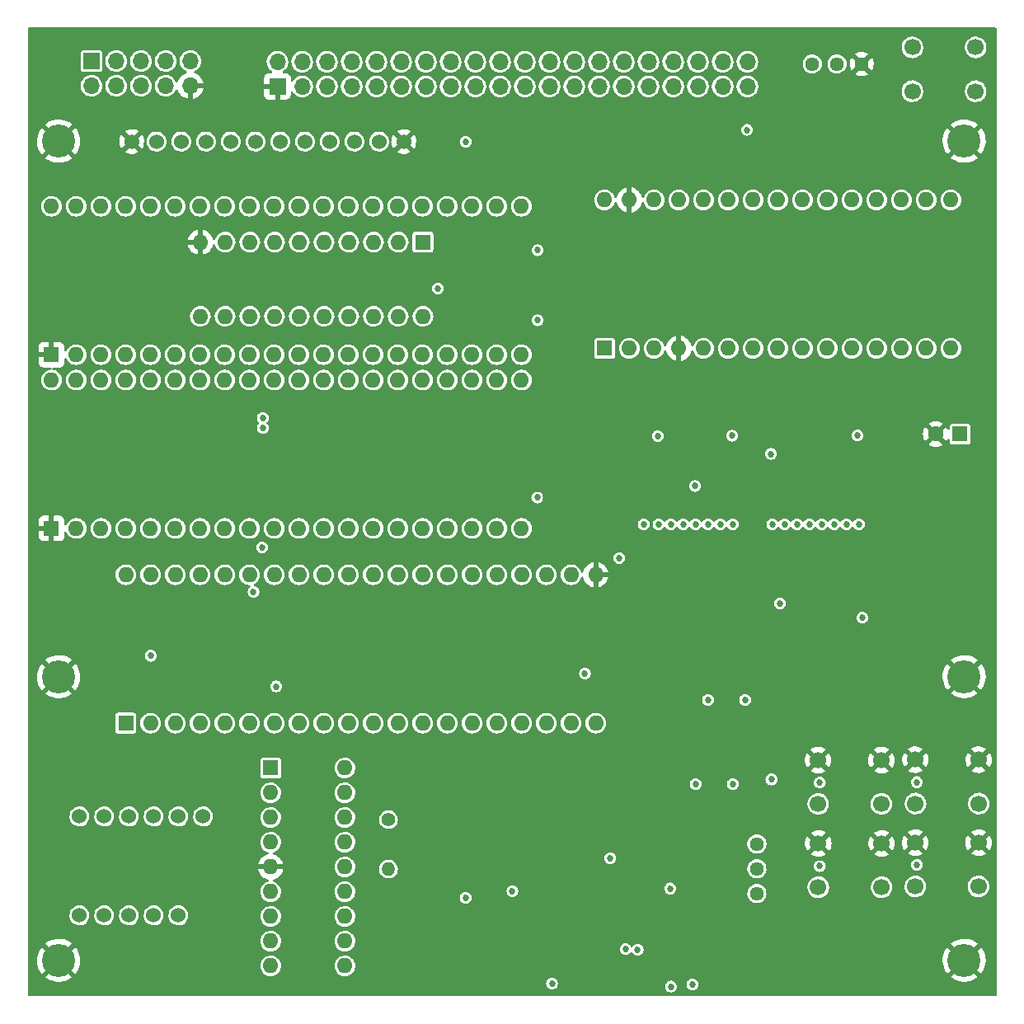
<source format=gbr>
%TF.GenerationSoftware,KiCad,Pcbnew,(5.99.0-7833-g0d57f90982)*%
%TF.CreationDate,2021-09-05T20:23:00+02:00*%
%TF.ProjectId,sbc6526,73626336-3532-4362-9e6b-696361645f70,rev?*%
%TF.SameCoordinates,Original*%
%TF.FileFunction,Copper,L2,Inr*%
%TF.FilePolarity,Positive*%
%FSLAX46Y46*%
G04 Gerber Fmt 4.6, Leading zero omitted, Abs format (unit mm)*
G04 Created by KiCad (PCBNEW (5.99.0-7833-g0d57f90982)) date 2021-09-05 20:23:00*
%MOMM*%
%LPD*%
G01*
G04 APERTURE LIST*
%TA.AperFunction,ComponentPad*%
%ADD10C,1.440000*%
%TD*%
%TA.AperFunction,ComponentPad*%
%ADD11R,1.600000X1.600000*%
%TD*%
%TA.AperFunction,ComponentPad*%
%ADD12O,1.600000X1.600000*%
%TD*%
%TA.AperFunction,ComponentPad*%
%ADD13C,1.600000*%
%TD*%
%TA.AperFunction,ComponentPad*%
%ADD14C,1.524000*%
%TD*%
%TA.AperFunction,ComponentPad*%
%ADD15R,1.700000X1.700000*%
%TD*%
%TA.AperFunction,ComponentPad*%
%ADD16O,1.700000X1.700000*%
%TD*%
%TA.AperFunction,ComponentPad*%
%ADD17C,1.400000*%
%TD*%
%TA.AperFunction,ComponentPad*%
%ADD18O,1.400000X1.400000*%
%TD*%
%TA.AperFunction,ComponentPad*%
%ADD19C,1.700000*%
%TD*%
%TA.AperFunction,ComponentPad*%
%ADD20C,3.400000*%
%TD*%
%TA.AperFunction,ViaPad*%
%ADD21C,0.685800*%
%TD*%
G04 APERTURE END LIST*
D10*
%TO.N,GND*%
%TO.C,P2*%
X185900000Y-54000000D03*
%TO.N,Net-(LCD1-Pad3)*%
X183360000Y-54000000D03*
%TO.N,VCC*%
X180820000Y-54000000D03*
%TD*%
D11*
%TO.N,Net-(NANO1-Pad1)*%
%TO.C,NANO1*%
X159500000Y-83200000D03*
D12*
%TO.N,Net-(NANO1-Pad2)*%
X162040000Y-83200000D03*
%TO.N,Net-(NANO1-Pad3)*%
X164580000Y-83200000D03*
%TO.N,GND*%
X167120000Y-83200000D03*
%TO.N,/bootstrap/D7*%
X169660000Y-83200000D03*
%TO.N,/bootstrap/D6*%
X172200000Y-83200000D03*
%TO.N,/bootstrap/D5*%
X174740000Y-83200000D03*
%TO.N,/bootstrap/D4*%
X177280000Y-83200000D03*
%TO.N,/bootstrap/D3*%
X179820000Y-83200000D03*
%TO.N,/bootstrap/D2*%
X182360000Y-83200000D03*
%TO.N,/bootstrap/D1*%
X184900000Y-83200000D03*
%TO.N,/bootstrap/D0*%
X187440000Y-83200000D03*
%TO.N,/~CE*%
X189980000Y-83200000D03*
%TO.N,/bootstrap/RESET*%
X192520000Y-83200000D03*
%TO.N,/R~W*%
X195060000Y-83200000D03*
%TO.N,/TOD*%
X195060000Y-67960000D03*
%TO.N,Net-(NANO1-Pad17)*%
X192520000Y-67960000D03*
%TO.N,Net-(NANO1-Pad18)*%
X189980000Y-67960000D03*
%TO.N,/bootstrap/CLOCK*%
X187440000Y-67960000D03*
%TO.N,/bootstrap/LATCH*%
X184900000Y-67960000D03*
%TO.N,/bootstrap/BE*%
X182360000Y-67960000D03*
%TO.N,Net-(NANO1-Pad22)*%
X179820000Y-67960000D03*
%TO.N,/bootstrap/DS*%
X177280000Y-67960000D03*
%TO.N,Net-(NANO1-Pad24)*%
X174740000Y-67960000D03*
%TO.N,Net-(NANO1-Pad25)*%
X172200000Y-67960000D03*
%TO.N,/TODENABLE*%
X169660000Y-67960000D03*
%TO.N,VCC*%
X167120000Y-67960000D03*
%TO.N,Net-(NANO1-Pad28)*%
X164580000Y-67960000D03*
%TO.N,GND*%
X162040000Y-67960000D03*
%TO.N,Net-(NANO1-Pad30)*%
X159500000Y-67960000D03*
%TD*%
D11*
%TO.N,/R~W*%
%TO.C,U11*%
X140843000Y-72300000D03*
D12*
%TO.N,/peripherals/DB7*%
X138303000Y-72300000D03*
%TO.N,/peripherals/DB6*%
X135763000Y-72300000D03*
%TO.N,/peripherals/DB5*%
X133223000Y-72300000D03*
%TO.N,/peripherals/DB4*%
X130683000Y-72300000D03*
%TO.N,/peripherals/DB3*%
X128143000Y-72300000D03*
%TO.N,/peripherals/DB2*%
X125603000Y-72300000D03*
%TO.N,/peripherals/DB1*%
X123063000Y-72300000D03*
%TO.N,/peripherals/DB0*%
X120523000Y-72300000D03*
%TO.N,GND*%
X117983000Y-72300000D03*
%TO.N,/bootstrap/D0*%
X117983000Y-79920000D03*
%TO.N,/bootstrap/D1*%
X120523000Y-79920000D03*
%TO.N,/bootstrap/D2*%
X123063000Y-79920000D03*
%TO.N,/bootstrap/D3*%
X125603000Y-79920000D03*
%TO.N,/bootstrap/D4*%
X128143000Y-79920000D03*
%TO.N,/bootstrap/D5*%
X130683000Y-79920000D03*
%TO.N,/bootstrap/D6*%
X133223000Y-79920000D03*
%TO.N,/bootstrap/D7*%
X135763000Y-79920000D03*
%TO.N,/memory/~CIA*%
X138303000Y-79920000D03*
%TO.N,VCC*%
X140843000Y-79920000D03*
%TD*%
D10*
%TO.N,Net-(C13-Pad1)*%
%TO.C,P1*%
X175133000Y-134112000D03*
%TO.N,Net-(P1-Pad2)*%
X175133000Y-136652000D03*
%TO.N,Net-(P1-Pad3)*%
X175133000Y-139192000D03*
%TD*%
D11*
%TO.N,VCC*%
%TO.C,C14*%
X196000000Y-92000000D03*
D13*
%TO.N,GND*%
X193500000Y-92000000D03*
%TD*%
D11*
%TO.N,Net-(U3-Pad1)*%
%TO.C,U3*%
X110325000Y-121690000D03*
D12*
%TO.N,Net-(R11-Pad1)*%
X112865000Y-121690000D03*
%TO.N,Net-(U3-Pad3)*%
X115405000Y-121690000D03*
%TO.N,/~IRQ*%
X117945000Y-121690000D03*
%TO.N,Net-(U3-Pad5)*%
X120485000Y-121690000D03*
%TO.N,/~VIAIRQ*%
X123025000Y-121690000D03*
%TO.N,Net-(U3-Pad7)*%
X125565000Y-121690000D03*
%TO.N,VCC*%
X128105000Y-121690000D03*
%TO.N,/bootstrap/A0*%
X130645000Y-121690000D03*
%TO.N,/bootstrap/A1*%
X133185000Y-121690000D03*
%TO.N,/bootstrap/A2*%
X135725000Y-121690000D03*
%TO.N,/bootstrap/A3*%
X138265000Y-121690000D03*
%TO.N,/bootstrap/A4*%
X140805000Y-121690000D03*
%TO.N,/bootstrap/A5*%
X143345000Y-121690000D03*
%TO.N,/bootstrap/A6*%
X145885000Y-121690000D03*
%TO.N,/bootstrap/A7*%
X148425000Y-121690000D03*
%TO.N,/bootstrap/A8*%
X150965000Y-121690000D03*
%TO.N,/bootstrap/A9*%
X153505000Y-121690000D03*
%TO.N,/bootstrap/A10*%
X156045000Y-121690000D03*
%TO.N,/bootstrap/A11*%
X158585000Y-121690000D03*
%TO.N,GND*%
X158585000Y-106450000D03*
%TO.N,/bootstrap/A12*%
X156045000Y-106450000D03*
%TO.N,/bootstrap/A13*%
X153505000Y-106450000D03*
%TO.N,/bootstrap/A14*%
X150965000Y-106450000D03*
%TO.N,/bootstrap/A15*%
X148425000Y-106450000D03*
%TO.N,/bootstrap/D7*%
X145885000Y-106450000D03*
%TO.N,/bootstrap/D6*%
X143345000Y-106450000D03*
%TO.N,/bootstrap/D5*%
X140805000Y-106450000D03*
%TO.N,/bootstrap/D4*%
X138265000Y-106450000D03*
%TO.N,/bootstrap/D3*%
X135725000Y-106450000D03*
%TO.N,/bootstrap/D2*%
X133185000Y-106450000D03*
%TO.N,/bootstrap/D1*%
X130645000Y-106450000D03*
%TO.N,/bootstrap/D0*%
X128105000Y-106450000D03*
%TO.N,/R~W*%
X125565000Y-106450000D03*
%TO.N,Net-(U3-Pad35)*%
X123025000Y-106450000D03*
%TO.N,/bootstrap/BE*%
X120485000Y-106450000D03*
%TO.N,/PHI2*%
X117945000Y-106450000D03*
%TO.N,VCC*%
X115405000Y-106450000D03*
%TO.N,Net-(U3-Pad39)*%
X112865000Y-106450000D03*
%TO.N,/~RES*%
X110325000Y-106450000D03*
%TD*%
D14*
%TO.N,/clockmeter/E*%
%TO.C,LED1*%
X105570000Y-141440000D03*
%TO.N,/clockmeter/D*%
X108110000Y-141440000D03*
%TO.N,/clockmeter/DP*%
X110650000Y-141440000D03*
%TO.N,/clockmeter/C*%
X113190000Y-141440000D03*
%TO.N,/clockmeter/G*%
X115730000Y-141440000D03*
%TO.N,/clockmeter/B*%
X105570000Y-131280000D03*
%TO.N,/clockmeter/C3*%
X108110000Y-131280000D03*
%TO.N,/clockmeter/C2*%
X110650000Y-131280000D03*
%TO.N,/clockmeter/F*%
X113190000Y-131280000D03*
%TO.N,/clockmeter/A*%
X115730000Y-131280000D03*
%TO.N,/clockmeter/C1*%
X118270000Y-131280000D03*
%TD*%
D15*
%TO.N,VCC*%
%TO.C,J1*%
X106800000Y-53700000D03*
D16*
%TO.N,/io/PB7*%
X106800000Y-56240000D03*
%TO.N,/io/PB6*%
X109340000Y-53700000D03*
%TO.N,/io/PB5*%
X109340000Y-56240000D03*
%TO.N,/io/PB4*%
X111880000Y-53700000D03*
%TO.N,/io/PB3*%
X111880000Y-56240000D03*
%TO.N,/io/PB2*%
X114420000Y-53700000D03*
%TO.N,/io/PB1*%
X114420000Y-56240000D03*
%TO.N,/io/PB0*%
X116960000Y-53700000D03*
%TO.N,GND*%
X116960000Y-56240000D03*
%TD*%
D17*
%TO.N,Net-(C5-Pad1)*%
%TO.C,Y1*%
X137300000Y-131600000D03*
D18*
%TO.N,Net-(C6-Pad1)*%
X137300000Y-136680000D03*
%TD*%
D11*
%TO.N,/clockmeter/C2*%
%TO.C,PIC1*%
X125200000Y-126300000D03*
D12*
%TO.N,/clockmeter/C1*%
X125200000Y-128840000D03*
%TO.N,/clock/~PHI2*%
X125200000Y-131380000D03*
%TO.N,Net-(PIC1-Pad4)*%
X125200000Y-133920000D03*
%TO.N,GND*%
X125200000Y-136460000D03*
%TO.N,Net-(PIC1-Pad6)*%
X125200000Y-139000000D03*
%TO.N,Net-(PIC1-Pad7)*%
X125200000Y-141540000D03*
%TO.N,Net-(PIC1-Pad8)*%
X125200000Y-144080000D03*
%TO.N,Net-(PIC1-Pad9)*%
X125200000Y-146620000D03*
%TO.N,Net-(PIC1-Pad10)*%
X132820000Y-146620000D03*
%TO.N,Net-(PIC1-Pad11)*%
X132820000Y-144080000D03*
%TO.N,Net-(PIC1-Pad12)*%
X132820000Y-141540000D03*
%TO.N,Net-(PIC1-Pad13)*%
X132820000Y-139000000D03*
%TO.N,VCC*%
X132820000Y-136460000D03*
%TO.N,Net-(C6-Pad1)*%
X132820000Y-133920000D03*
%TO.N,Net-(C5-Pad1)*%
X132820000Y-131380000D03*
%TO.N,/clockmeter/C3*%
X132820000Y-128840000D03*
%TO.N,Net-(PIC1-Pad18)*%
X132820000Y-126300000D03*
%TD*%
D15*
%TO.N,GND*%
%TO.C,EXT6526*%
X125900000Y-56300000D03*
D16*
%TO.N,/peripherals/SERCLK*%
X125900000Y-53760000D03*
%TO.N,/peripherals/PA0*%
X128440000Y-56300000D03*
%TO.N,/peripherals/SERDAT*%
X128440000Y-53760000D03*
%TO.N,/peripherals/PA1*%
X130980000Y-56300000D03*
%TO.N,/bootstrap/A0*%
X130980000Y-53760000D03*
%TO.N,/peripherals/PA2*%
X133520000Y-56300000D03*
%TO.N,/bootstrap/A1*%
X133520000Y-53760000D03*
%TO.N,/peripherals/PA3*%
X136060000Y-56300000D03*
%TO.N,/bootstrap/A2*%
X136060000Y-53760000D03*
%TO.N,/peripherals/PA4*%
X138600000Y-56300000D03*
%TO.N,/bootstrap/A3*%
X138600000Y-53760000D03*
%TO.N,/peripherals/PA5*%
X141140000Y-56300000D03*
%TO.N,/peripherals/~CIARES*%
X141140000Y-53760000D03*
%TO.N,/peripherals/PA6*%
X143680000Y-56300000D03*
%TO.N,/bootstrap/D0*%
X143680000Y-53760000D03*
%TO.N,/peripherals/PA7*%
X146220000Y-56300000D03*
%TO.N,/bootstrap/D1*%
X146220000Y-53760000D03*
%TO.N,/io/PB0*%
X148760000Y-56300000D03*
%TO.N,/bootstrap/D2*%
X148760000Y-53760000D03*
%TO.N,/io/PB1*%
X151300000Y-56300000D03*
%TO.N,/bootstrap/D3*%
X151300000Y-53760000D03*
%TO.N,/io/PB2*%
X153840000Y-56300000D03*
%TO.N,/bootstrap/D4*%
X153840000Y-53760000D03*
%TO.N,/io/PB3*%
X156380000Y-56300000D03*
%TO.N,/bootstrap/D5*%
X156380000Y-53760000D03*
%TO.N,/io/PB4*%
X158920000Y-56300000D03*
%TO.N,/bootstrap/D6*%
X158920000Y-53760000D03*
%TO.N,/io/PB5*%
X161460000Y-56300000D03*
%TO.N,/bootstrap/D7*%
X161460000Y-53760000D03*
%TO.N,/io/PB6*%
X164000000Y-56300000D03*
%TO.N,/PHI2*%
X164000000Y-53760000D03*
%TO.N,/io/PB7*%
X166540000Y-56300000D03*
%TO.N,/peripherals/~EXTPC*%
X166540000Y-53760000D03*
%TO.N,/peripherals/~EXTFLAG*%
X169080000Y-56300000D03*
%TO.N,/memory/~CIAEXT*%
X169080000Y-53760000D03*
%TO.N,/TOD*%
X171620000Y-56300000D03*
%TO.N,/R~W*%
X171620000Y-53760000D03*
%TO.N,VCC*%
X174160000Y-56300000D03*
%TO.N,/~IRQ*%
X174160000Y-53760000D03*
%TD*%
D11*
%TO.N,GND*%
%TO.C,U2*%
X102700000Y-101700000D03*
D12*
%TO.N,/peripherals/~CIARES*%
X105240000Y-101700000D03*
%TO.N,/peripherals/LCD_RS*%
X107780000Y-101700000D03*
%TO.N,/peripherals/LCD_RW*%
X110320000Y-101700000D03*
%TO.N,/peripherals/LCD_E*%
X112860000Y-101700000D03*
%TO.N,/peripherals/LCD_D4*%
X115400000Y-101700000D03*
%TO.N,/peripherals/LCD_D5*%
X117940000Y-101700000D03*
%TO.N,/peripherals/LCD_D6*%
X120480000Y-101700000D03*
%TO.N,/peripherals/LCD_D7*%
X123020000Y-101700000D03*
%TO.N,/TODENABLE*%
X125560000Y-101700000D03*
%TO.N,/TOD*%
X128100000Y-101700000D03*
%TO.N,Net-(U2-Pad12)*%
X130640000Y-101700000D03*
%TO.N,Net-(U2-Pad13)*%
X133180000Y-101700000D03*
%TO.N,/io/VPB4*%
X135720000Y-101700000D03*
%TO.N,/io/VPB5*%
X138260000Y-101700000D03*
%TO.N,/io/VPB6*%
X140800000Y-101700000D03*
%TO.N,/io/VPB7*%
X143340000Y-101700000D03*
%TO.N,Net-(U2-Pad18)*%
X145880000Y-101700000D03*
%TO.N,Net-(U2-Pad19)*%
X148420000Y-101700000D03*
%TO.N,VCC*%
X150960000Y-101700000D03*
%TO.N,/~VIAIRQ*%
X150960000Y-86460000D03*
%TO.N,/R~W*%
X148420000Y-86460000D03*
%TO.N,/memory/~VIA*%
X145880000Y-86460000D03*
%TO.N,VCC*%
X143340000Y-86460000D03*
%TO.N,/PHI2*%
X140800000Y-86460000D03*
%TO.N,/bootstrap/D7*%
X138260000Y-86460000D03*
%TO.N,/bootstrap/D6*%
X135720000Y-86460000D03*
%TO.N,/bootstrap/D5*%
X133180000Y-86460000D03*
%TO.N,/bootstrap/D4*%
X130640000Y-86460000D03*
%TO.N,/bootstrap/D3*%
X128100000Y-86460000D03*
%TO.N,/bootstrap/D2*%
X125560000Y-86460000D03*
%TO.N,/bootstrap/D1*%
X123020000Y-86460000D03*
%TO.N,/bootstrap/D0*%
X120480000Y-86460000D03*
%TO.N,/~RES*%
X117940000Y-86460000D03*
%TO.N,/bootstrap/A3*%
X115400000Y-86460000D03*
%TO.N,/bootstrap/A2*%
X112860000Y-86460000D03*
%TO.N,/bootstrap/A1*%
X110320000Y-86460000D03*
%TO.N,/bootstrap/A0*%
X107780000Y-86460000D03*
%TO.N,Net-(U2-Pad39)*%
X105240000Y-86460000D03*
%TO.N,Net-(U2-Pad40)*%
X102700000Y-86460000D03*
%TD*%
D19*
%TO.N,GND*%
%TO.C,SW1*%
X181420000Y-125490000D03*
X187920000Y-125490000D03*
%TO.N,/io/VPB7*%
X181420000Y-129990000D03*
X187920000Y-129990000D03*
%TD*%
%TO.N,GND*%
%TO.C,SW2*%
X181440000Y-134050000D03*
X187940000Y-134050000D03*
%TO.N,/io/VPB6*%
X181440000Y-138550000D03*
X187940000Y-138550000D03*
%TD*%
%TO.N,GND*%
%TO.C,SW3*%
X191400000Y-133970000D03*
X197900000Y-133970000D03*
%TO.N,/io/VPB5*%
X191400000Y-138470000D03*
X197900000Y-138470000D03*
%TD*%
%TO.N,GND*%
%TO.C,SW4*%
X191420000Y-125450000D03*
X197920000Y-125450000D03*
%TO.N,/io/VPB4*%
X191420000Y-129950000D03*
X197920000Y-129950000D03*
%TD*%
%TO.N,Net-(R13-Pad2)*%
%TO.C,SW5*%
X197600000Y-56800000D03*
X191100000Y-56800000D03*
%TO.N,VCC*%
X197600000Y-52300000D03*
X191100000Y-52300000D03*
%TD*%
D20*
%TO.N,GND*%
%TO.C,LCD1*%
X103425000Y-116925000D03*
X196425000Y-116925000D03*
X196425000Y-61925000D03*
X103425000Y-61925000D03*
D14*
X110935000Y-61965000D03*
%TO.N,VCC*%
X113475000Y-61965000D03*
%TO.N,Net-(LCD1-Pad3)*%
X116015000Y-61965000D03*
%TO.N,/peripherals/LCD_RS*%
X118555000Y-61965000D03*
%TO.N,/peripherals/LCD_RW*%
X121095000Y-61965000D03*
%TO.N,/peripherals/LCD_E*%
X123635000Y-61965000D03*
%TO.N,/peripherals/LCD_D4*%
X126175000Y-61965000D03*
%TO.N,/peripherals/LCD_D5*%
X128715000Y-61965000D03*
%TO.N,/peripherals/LCD_D6*%
X131255000Y-61965000D03*
%TO.N,/peripherals/LCD_D7*%
X133795000Y-61965000D03*
%TO.N,Net-(LCD1-Pad15)*%
X136335000Y-61965000D03*
%TO.N,GND*%
X138875000Y-61965000D03*
%TD*%
D11*
%TO.N,GND*%
%TO.C,U1*%
X102700000Y-83850000D03*
D12*
%TO.N,/peripherals/PA0*%
X105240000Y-83850000D03*
%TO.N,/peripherals/PA1*%
X107780000Y-83850000D03*
%TO.N,/peripherals/PA2*%
X110320000Y-83850000D03*
%TO.N,/peripherals/PA3*%
X112860000Y-83850000D03*
%TO.N,/peripherals/PA4*%
X115400000Y-83850000D03*
%TO.N,/peripherals/PA5*%
X117940000Y-83850000D03*
%TO.N,/peripherals/PA6*%
X120480000Y-83850000D03*
%TO.N,/peripherals/PA7*%
X123020000Y-83850000D03*
%TO.N,/io/PB0*%
X125560000Y-83850000D03*
%TO.N,/io/PB1*%
X128100000Y-83850000D03*
%TO.N,/io/PB2*%
X130640000Y-83850000D03*
%TO.N,/io/PB3*%
X133180000Y-83850000D03*
%TO.N,/io/PB4*%
X135720000Y-83850000D03*
%TO.N,/io/PB5*%
X138260000Y-83850000D03*
%TO.N,/io/PB6*%
X140800000Y-83850000D03*
%TO.N,/io/PB7*%
X143340000Y-83850000D03*
%TO.N,/peripherals/~EXTPC*%
X145880000Y-83850000D03*
%TO.N,/TOD*%
X148420000Y-83850000D03*
%TO.N,VCC*%
X150960000Y-83850000D03*
%TO.N,/~IRQ*%
X150960000Y-68610000D03*
%TO.N,/R~W*%
X148420000Y-68610000D03*
%TO.N,/memory/~CIA*%
X145880000Y-68610000D03*
%TO.N,/peripherals/~EXTFLAG*%
X143340000Y-68610000D03*
%TO.N,/PHI2*%
X140800000Y-68610000D03*
%TO.N,/peripherals/DB7*%
X138260000Y-68610000D03*
%TO.N,/peripherals/DB6*%
X135720000Y-68610000D03*
%TO.N,/peripherals/DB5*%
X133180000Y-68610000D03*
%TO.N,/peripherals/DB4*%
X130640000Y-68610000D03*
%TO.N,/peripherals/DB3*%
X128100000Y-68610000D03*
%TO.N,/peripherals/DB2*%
X125560000Y-68610000D03*
%TO.N,/peripherals/DB1*%
X123020000Y-68610000D03*
%TO.N,/peripherals/DB0*%
X120480000Y-68610000D03*
%TO.N,/peripherals/~CIARES*%
X117940000Y-68610000D03*
%TO.N,/bootstrap/A3*%
X115400000Y-68610000D03*
%TO.N,/bootstrap/A2*%
X112860000Y-68610000D03*
%TO.N,/bootstrap/A1*%
X110320000Y-68610000D03*
%TO.N,/bootstrap/A0*%
X107780000Y-68610000D03*
%TO.N,/peripherals/SERDAT*%
X105240000Y-68610000D03*
%TO.N,/peripherals/SERCLK*%
X102700000Y-68610000D03*
%TD*%
D20*
%TO.N,GND*%
%TO.C,*%
X196425000Y-146050000D03*
%TD*%
%TO.N,GND*%
%TO.C,*%
X103425000Y-146050000D03*
%TD*%
D21*
%TO.N,GND*%
X170110000Y-114987000D03*
X168840000Y-106351000D03*
X173850000Y-97550000D03*
X139850000Y-134175000D03*
X151550000Y-143750000D03*
X166300000Y-110161000D03*
X166175000Y-133550000D03*
X186750000Y-97150000D03*
X150275000Y-148725000D03*
X152750000Y-144950000D03*
X142325000Y-74975000D03*
X143650000Y-129250000D03*
X166300000Y-119305000D03*
X168500000Y-143400000D03*
X128075000Y-114250000D03*
X156575000Y-143625000D03*
X161425000Y-129300000D03*
X152625000Y-78225000D03*
X172650000Y-119305000D03*
X167570000Y-114987000D03*
X176625000Y-122625000D03*
X152575000Y-96475000D03*
X181037500Y-109362500D03*
X142675000Y-143650000D03*
X176200000Y-60675000D03*
%TO.N,/memory/RAMCE*%
X160073195Y-135561000D03*
X145218000Y-139625000D03*
%TO.N,VCC*%
X142375000Y-77050000D03*
X170110000Y-119305000D03*
X172600000Y-92175000D03*
X152625000Y-80325000D03*
X181600000Y-136375000D03*
X173920000Y-119305000D03*
X168500000Y-148525000D03*
X191550000Y-127750000D03*
X191575000Y-136225000D03*
X125775000Y-117925000D03*
X177500000Y-109400000D03*
X174125000Y-60775000D03*
X154100000Y-148425000D03*
X168840000Y-127941000D03*
X185475000Y-92150000D03*
X185950000Y-110875000D03*
X176625000Y-127475000D03*
X166225000Y-138675000D03*
X152575000Y-98525000D03*
X145225000Y-61975000D03*
X176587090Y-94047954D03*
X164950000Y-92200000D03*
X172650000Y-127941000D03*
X181600000Y-127800000D03*
X152625000Y-73125000D03*
X112875000Y-114775000D03*
%TO.N,/memory/~VIA*%
X161645400Y-144907062D03*
%TO.N,/memory/~CIA*%
X162890000Y-144960000D03*
%TO.N,/bootstrap/BE*%
X168779149Y-97339843D03*
%TO.N,/~VIAIRQ*%
X124320961Y-103631252D03*
%TO.N,/~RES*%
X161004183Y-104742417D03*
X123444000Y-108204000D03*
%TO.N,/PHI2*%
X157480000Y-116586000D03*
%TO.N,/TODENABLE*%
X124390000Y-91365000D03*
%TO.N,/~CE*%
X150021865Y-138960072D03*
%TO.N,/bootstrap/D0*%
X124390000Y-90349000D03*
%TO.N,/bootstrap/A11*%
X180524000Y-101271000D03*
%TO.N,/bootstrap/A10*%
X179254000Y-101271000D03*
%TO.N,/bootstrap/A9*%
X177984000Y-101271000D03*
%TO.N,/bootstrap/A8*%
X176714000Y-101271000D03*
%TO.N,/bootstrap/A7*%
X172650000Y-101271000D03*
%TO.N,/bootstrap/A6*%
X171380000Y-101271000D03*
%TO.N,/bootstrap/A5*%
X170110000Y-101271000D03*
%TO.N,/bootstrap/A4*%
X168840000Y-101271000D03*
%TO.N,/bootstrap/A15*%
X185604000Y-101271000D03*
%TO.N,/bootstrap/A14*%
X184334000Y-101271000D03*
%TO.N,/bootstrap/A13*%
X183064000Y-101271000D03*
%TO.N,/bootstrap/A12*%
X181794000Y-101271000D03*
%TO.N,/bootstrap/A0*%
X163506000Y-101271000D03*
%TO.N,/bootstrap/A1*%
X165030000Y-101271000D03*
%TO.N,/bootstrap/A2*%
X166300000Y-101271000D03*
%TO.N,/bootstrap/A3*%
X167570000Y-101271000D03*
%TO.N,/memory/~CIAEXT*%
X166300000Y-148743600D03*
%TD*%
%TA.AperFunction,Conductor*%
%TO.N,GND*%
G36*
X199685121Y-50277002D02*
G01*
X199731614Y-50330658D01*
X199743000Y-50383000D01*
X199743000Y-149617000D01*
X199722998Y-149685121D01*
X199669342Y-149731614D01*
X199617000Y-149743000D01*
X100383000Y-149743000D01*
X100314879Y-149722998D01*
X100268386Y-149669342D01*
X100257000Y-149617000D01*
X100257000Y-148425000D01*
X153494600Y-148425000D01*
X153515229Y-148581689D01*
X153575708Y-148727700D01*
X153580735Y-148734251D01*
X153580736Y-148734253D01*
X153657102Y-148833774D01*
X153671918Y-148853082D01*
X153678468Y-148858108D01*
X153743384Y-148907920D01*
X153797300Y-148949292D01*
X153943311Y-149009771D01*
X154100000Y-149030400D01*
X154256689Y-149009771D01*
X154402700Y-148949292D01*
X154456617Y-148907920D01*
X154521532Y-148858108D01*
X154528082Y-148853082D01*
X154542898Y-148833774D01*
X154612091Y-148743600D01*
X165694600Y-148743600D01*
X165715229Y-148900289D01*
X165775708Y-149046300D01*
X165780735Y-149052851D01*
X165780736Y-149052853D01*
X165825239Y-149110849D01*
X165871918Y-149171682D01*
X165997300Y-149267892D01*
X166143311Y-149328371D01*
X166300000Y-149349000D01*
X166456689Y-149328371D01*
X166602700Y-149267892D01*
X166728082Y-149171682D01*
X166774761Y-149110849D01*
X166819264Y-149052853D01*
X166819265Y-149052851D01*
X166824292Y-149046300D01*
X166884771Y-148900289D01*
X166905400Y-148743600D01*
X166884771Y-148586911D01*
X166859127Y-148525000D01*
X167894600Y-148525000D01*
X167915229Y-148681689D01*
X167975708Y-148827700D01*
X168071918Y-148953082D01*
X168078468Y-148958108D01*
X168172680Y-149030400D01*
X168197300Y-149049292D01*
X168343311Y-149109771D01*
X168500000Y-149130400D01*
X168656689Y-149109771D01*
X168802700Y-149049292D01*
X168827321Y-149030400D01*
X168921532Y-148958108D01*
X168928082Y-148953082D01*
X169024292Y-148827700D01*
X169084771Y-148681689D01*
X169105400Y-148525000D01*
X169084771Y-148368311D01*
X169024292Y-148222300D01*
X168975589Y-148158829D01*
X168933108Y-148103468D01*
X168928082Y-148096918D01*
X168845848Y-148033817D01*
X168809253Y-148005736D01*
X168809251Y-148005735D01*
X168802700Y-148000708D01*
X168656689Y-147940229D01*
X168500000Y-147919600D01*
X168343311Y-147940229D01*
X168197300Y-148000708D01*
X168190749Y-148005735D01*
X168190747Y-148005736D01*
X168154152Y-148033817D01*
X168071918Y-148096918D01*
X168066892Y-148103468D01*
X168024412Y-148158829D01*
X167975708Y-148222300D01*
X167915229Y-148368311D01*
X167894600Y-148525000D01*
X166859127Y-148525000D01*
X166824292Y-148440900D01*
X166818375Y-148433188D01*
X166733108Y-148322068D01*
X166728082Y-148315518D01*
X166666561Y-148268311D01*
X166609253Y-148224336D01*
X166609251Y-148224335D01*
X166602700Y-148219308D01*
X166456689Y-148158829D01*
X166300000Y-148138200D01*
X166143311Y-148158829D01*
X165997300Y-148219308D01*
X165990749Y-148224335D01*
X165990747Y-148224336D01*
X165933439Y-148268311D01*
X165871918Y-148315518D01*
X165866892Y-148322068D01*
X165781626Y-148433188D01*
X165775708Y-148440900D01*
X165715229Y-148586911D01*
X165694600Y-148743600D01*
X154612091Y-148743600D01*
X154619264Y-148734253D01*
X154619265Y-148734251D01*
X154624292Y-148727700D01*
X154684771Y-148581689D01*
X154705400Y-148425000D01*
X154684771Y-148268311D01*
X154624292Y-148122300D01*
X154528082Y-147996918D01*
X154454204Y-147940229D01*
X154409253Y-147905736D01*
X154409251Y-147905735D01*
X154402700Y-147900708D01*
X154256689Y-147840229D01*
X154100000Y-147819600D01*
X153943311Y-147840229D01*
X153797300Y-147900708D01*
X153790749Y-147905735D01*
X153790747Y-147905736D01*
X153745796Y-147940229D01*
X153671918Y-147996918D01*
X153575708Y-148122300D01*
X153515229Y-148268311D01*
X153494600Y-148425000D01*
X100257000Y-148425000D01*
X100257000Y-147780650D01*
X102059382Y-147780650D01*
X102067199Y-147791359D01*
X102171449Y-147873396D01*
X102178320Y-147878100D01*
X102423616Y-148023168D01*
X102431050Y-148026923D01*
X102693376Y-148138274D01*
X102701244Y-148141014D01*
X102975982Y-148216689D01*
X102984161Y-148218368D01*
X103266486Y-148257041D01*
X103274811Y-148257624D01*
X103559769Y-148258618D01*
X103568101Y-148258094D01*
X103850705Y-148221391D01*
X103858870Y-148219774D01*
X104134136Y-148146017D01*
X104142038Y-148143326D01*
X104405118Y-148033817D01*
X104412585Y-148030111D01*
X104658887Y-147886759D01*
X104665794Y-147882100D01*
X104782187Y-147791816D01*
X104790252Y-147780650D01*
X195059382Y-147780650D01*
X195067199Y-147791359D01*
X195171449Y-147873396D01*
X195178320Y-147878100D01*
X195423616Y-148023168D01*
X195431050Y-148026923D01*
X195693376Y-148138274D01*
X195701244Y-148141014D01*
X195975982Y-148216689D01*
X195984161Y-148218368D01*
X196266486Y-148257041D01*
X196274811Y-148257624D01*
X196559769Y-148258618D01*
X196568101Y-148258094D01*
X196850705Y-148221391D01*
X196858870Y-148219774D01*
X197134136Y-148146017D01*
X197142038Y-148143326D01*
X197405118Y-148033817D01*
X197412585Y-148030111D01*
X197658887Y-147886759D01*
X197665794Y-147882100D01*
X197782187Y-147791816D01*
X197790656Y-147780091D01*
X197784081Y-147768292D01*
X196437810Y-146422020D01*
X196423869Y-146414408D01*
X196422034Y-146414539D01*
X196415420Y-146418790D01*
X195066386Y-147767825D01*
X195059382Y-147780650D01*
X104790252Y-147780650D01*
X104790656Y-147780091D01*
X104784081Y-147768292D01*
X103437810Y-146422020D01*
X103423869Y-146414408D01*
X103422034Y-146414539D01*
X103415420Y-146418790D01*
X102066386Y-147767825D01*
X102059382Y-147780650D01*
X100257000Y-147780650D01*
X100257000Y-146138482D01*
X101214043Y-146138482D01*
X101214393Y-146146834D01*
X101245168Y-146430126D01*
X101246617Y-146438343D01*
X101314593Y-146715089D01*
X101317112Y-146723032D01*
X101421095Y-146988365D01*
X101424642Y-146995902D01*
X101562803Y-147245150D01*
X101567312Y-147252148D01*
X101682798Y-147407649D01*
X101693988Y-147416092D01*
X101706496Y-147409293D01*
X103052980Y-146062810D01*
X103059356Y-146051131D01*
X103789408Y-146051131D01*
X103789539Y-146052966D01*
X103793790Y-146059580D01*
X105143283Y-147409072D01*
X105155723Y-147415865D01*
X105166934Y-147407500D01*
X105274247Y-147265091D01*
X105278808Y-147258120D01*
X105418705Y-147009845D01*
X105422307Y-147002325D01*
X105528137Y-146737732D01*
X105530712Y-146729809D01*
X105562251Y-146605165D01*
X124137604Y-146605165D01*
X124154955Y-146811802D01*
X124212112Y-147011132D01*
X124214930Y-147016614D01*
X124214931Y-147016618D01*
X124304077Y-147190076D01*
X124306898Y-147195565D01*
X124310729Y-147200398D01*
X124431872Y-147353245D01*
X124431877Y-147353250D01*
X124435701Y-147358075D01*
X124593617Y-147492471D01*
X124774629Y-147593635D01*
X124971844Y-147657714D01*
X125177749Y-147682267D01*
X125183884Y-147681795D01*
X125183886Y-147681795D01*
X125378360Y-147666831D01*
X125378365Y-147666830D01*
X125384501Y-147666358D01*
X125390431Y-147664702D01*
X125390433Y-147664702D01*
X125578298Y-147612249D01*
X125578297Y-147612249D01*
X125584226Y-147610594D01*
X125769316Y-147517098D01*
X125800838Y-147492471D01*
X125927871Y-147393222D01*
X125932721Y-147389433D01*
X125959789Y-147358075D01*
X126064192Y-147237121D01*
X126064192Y-147237120D01*
X126068216Y-147232459D01*
X126170642Y-147052158D01*
X126236096Y-146855395D01*
X126253821Y-146715089D01*
X126261644Y-146653170D01*
X126261645Y-146653160D01*
X126262086Y-146649667D01*
X126262500Y-146620000D01*
X126261046Y-146605165D01*
X131757604Y-146605165D01*
X131774955Y-146811802D01*
X131832112Y-147011132D01*
X131834930Y-147016614D01*
X131834931Y-147016618D01*
X131924077Y-147190076D01*
X131926898Y-147195565D01*
X131930729Y-147200398D01*
X132051872Y-147353245D01*
X132051877Y-147353250D01*
X132055701Y-147358075D01*
X132213617Y-147492471D01*
X132394629Y-147593635D01*
X132591844Y-147657714D01*
X132797749Y-147682267D01*
X132803884Y-147681795D01*
X132803886Y-147681795D01*
X132998360Y-147666831D01*
X132998365Y-147666830D01*
X133004501Y-147666358D01*
X133010431Y-147664702D01*
X133010433Y-147664702D01*
X133198298Y-147612249D01*
X133198297Y-147612249D01*
X133204226Y-147610594D01*
X133389316Y-147517098D01*
X133420838Y-147492471D01*
X133547871Y-147393222D01*
X133552721Y-147389433D01*
X133579789Y-147358075D01*
X133684192Y-147237121D01*
X133684192Y-147237120D01*
X133688216Y-147232459D01*
X133790642Y-147052158D01*
X133856096Y-146855395D01*
X133873821Y-146715089D01*
X133881644Y-146653170D01*
X133881645Y-146653160D01*
X133882086Y-146649667D01*
X133882500Y-146620000D01*
X133862265Y-146413626D01*
X133802330Y-146215113D01*
X133761585Y-146138482D01*
X194214043Y-146138482D01*
X194214393Y-146146834D01*
X194245168Y-146430126D01*
X194246617Y-146438343D01*
X194314593Y-146715089D01*
X194317112Y-146723032D01*
X194421095Y-146988365D01*
X194424642Y-146995902D01*
X194562803Y-147245150D01*
X194567312Y-147252148D01*
X194682798Y-147407649D01*
X194693988Y-147416092D01*
X194706496Y-147409293D01*
X196052980Y-146062810D01*
X196059356Y-146051131D01*
X196789408Y-146051131D01*
X196789539Y-146052966D01*
X196793790Y-146059580D01*
X198143283Y-147409072D01*
X198155723Y-147415865D01*
X198166934Y-147407500D01*
X198274247Y-147265091D01*
X198278808Y-147258120D01*
X198418705Y-147009845D01*
X198422307Y-147002325D01*
X198528137Y-146737732D01*
X198530712Y-146729809D01*
X198600618Y-146453543D01*
X198602125Y-146445335D01*
X198635030Y-146160938D01*
X198635428Y-146155249D01*
X198637930Y-146052854D01*
X198637811Y-146047156D01*
X198618837Y-145761488D01*
X198617733Y-145753217D01*
X198561409Y-145473878D01*
X198559219Y-145465817D01*
X198466444Y-145196381D01*
X198463213Y-145188693D01*
X198335618Y-144933891D01*
X198331389Y-144926684D01*
X198171220Y-144691002D01*
X198169390Y-144688659D01*
X198156991Y-144680960D01*
X198147550Y-144686661D01*
X196797020Y-146037190D01*
X196789408Y-146051131D01*
X196059356Y-146051131D01*
X196060592Y-146048869D01*
X196060461Y-146047034D01*
X196056210Y-146040420D01*
X194706942Y-144691153D01*
X194693741Y-144683944D01*
X194683550Y-144691221D01*
X194628260Y-144758534D01*
X194623407Y-144765312D01*
X194473244Y-145007500D01*
X194469320Y-145014879D01*
X194352511Y-145274793D01*
X194349601Y-145282616D01*
X194268185Y-145555716D01*
X194266341Y-145563834D01*
X194221762Y-145845299D01*
X194221006Y-145853615D01*
X194214043Y-146138482D01*
X133761585Y-146138482D01*
X133704979Y-146032021D01*
X133631172Y-145941525D01*
X133577814Y-145876101D01*
X133577811Y-145876098D01*
X133573919Y-145871326D01*
X133566991Y-145865594D01*
X133418889Y-145743075D01*
X133414142Y-145739148D01*
X133301015Y-145677980D01*
X133237160Y-145643453D01*
X133237157Y-145643452D01*
X133231735Y-145640520D01*
X133033645Y-145579201D01*
X133027520Y-145578557D01*
X133027519Y-145578557D01*
X132833547Y-145558170D01*
X132833545Y-145558170D01*
X132827418Y-145557526D01*
X132758105Y-145563834D01*
X132627046Y-145575761D01*
X132627043Y-145575762D01*
X132620907Y-145576320D01*
X132615001Y-145578058D01*
X132614997Y-145578059D01*
X132505206Y-145610372D01*
X132421980Y-145634867D01*
X132416522Y-145637720D01*
X132416518Y-145637722D01*
X132339513Y-145677980D01*
X132238214Y-145730938D01*
X132076608Y-145860873D01*
X131943317Y-146019723D01*
X131940353Y-146025115D01*
X131940350Y-146025119D01*
X131878029Y-146138482D01*
X131843419Y-146201437D01*
X131841558Y-146207304D01*
X131841557Y-146207306D01*
X131837209Y-146221013D01*
X131780718Y-146399094D01*
X131757604Y-146605165D01*
X126261046Y-146605165D01*
X126242265Y-146413626D01*
X126182330Y-146215113D01*
X126084979Y-146032021D01*
X126011172Y-145941525D01*
X125957814Y-145876101D01*
X125957811Y-145876098D01*
X125953919Y-145871326D01*
X125946991Y-145865594D01*
X125798889Y-145743075D01*
X125794142Y-145739148D01*
X125681015Y-145677980D01*
X125617160Y-145643453D01*
X125617157Y-145643452D01*
X125611735Y-145640520D01*
X125413645Y-145579201D01*
X125407520Y-145578557D01*
X125407519Y-145578557D01*
X125213547Y-145558170D01*
X125213545Y-145558170D01*
X125207418Y-145557526D01*
X125138105Y-145563834D01*
X125007046Y-145575761D01*
X125007043Y-145575762D01*
X125000907Y-145576320D01*
X124995001Y-145578058D01*
X124994997Y-145578059D01*
X124885206Y-145610372D01*
X124801980Y-145634867D01*
X124796522Y-145637720D01*
X124796518Y-145637722D01*
X124719513Y-145677980D01*
X124618214Y-145730938D01*
X124456608Y-145860873D01*
X124323317Y-146019723D01*
X124320353Y-146025115D01*
X124320350Y-146025119D01*
X124258029Y-146138482D01*
X124223419Y-146201437D01*
X124221558Y-146207304D01*
X124221557Y-146207306D01*
X124217209Y-146221013D01*
X124160718Y-146399094D01*
X124137604Y-146605165D01*
X105562251Y-146605165D01*
X105600618Y-146453543D01*
X105602125Y-146445335D01*
X105635030Y-146160938D01*
X105635428Y-146155249D01*
X105637930Y-146052854D01*
X105637811Y-146047156D01*
X105618837Y-145761488D01*
X105617733Y-145753217D01*
X105561409Y-145473878D01*
X105559219Y-145465817D01*
X105466444Y-145196381D01*
X105463213Y-145188693D01*
X105335618Y-144933891D01*
X105331389Y-144926684D01*
X105171220Y-144691002D01*
X105169390Y-144688659D01*
X105156991Y-144680960D01*
X105147550Y-144686661D01*
X103797020Y-146037190D01*
X103789408Y-146051131D01*
X103059356Y-146051131D01*
X103060592Y-146048869D01*
X103060461Y-146047034D01*
X103056210Y-146040420D01*
X101706942Y-144691153D01*
X101693741Y-144683944D01*
X101683550Y-144691221D01*
X101628260Y-144758534D01*
X101623407Y-144765312D01*
X101473244Y-145007500D01*
X101469320Y-145014879D01*
X101352511Y-145274793D01*
X101349601Y-145282616D01*
X101268185Y-145555716D01*
X101266341Y-145563834D01*
X101221762Y-145845299D01*
X101221006Y-145853615D01*
X101214043Y-146138482D01*
X100257000Y-146138482D01*
X100257000Y-144317371D01*
X102057791Y-144317371D01*
X102064795Y-144330584D01*
X103412190Y-145677980D01*
X103426131Y-145685592D01*
X103427966Y-145685461D01*
X103434580Y-145681210D01*
X104784765Y-144331024D01*
X104792174Y-144317457D01*
X104785432Y-144307802D01*
X104753810Y-144280699D01*
X104747136Y-144275706D01*
X104508132Y-144120495D01*
X104500862Y-144116433D01*
X104392892Y-144065165D01*
X124137604Y-144065165D01*
X124154955Y-144271802D01*
X124212112Y-144471132D01*
X124214930Y-144476614D01*
X124214931Y-144476618D01*
X124246718Y-144538468D01*
X124306898Y-144655565D01*
X124336140Y-144692459D01*
X124431872Y-144813245D01*
X124431877Y-144813250D01*
X124435701Y-144818075D01*
X124593617Y-144952471D01*
X124598995Y-144955477D01*
X124598997Y-144955478D01*
X124621739Y-144968188D01*
X124774629Y-145053635D01*
X124971844Y-145117714D01*
X125177749Y-145142267D01*
X125183884Y-145141795D01*
X125183886Y-145141795D01*
X125378360Y-145126831D01*
X125378365Y-145126830D01*
X125384501Y-145126358D01*
X125390431Y-145124702D01*
X125390433Y-145124702D01*
X125578298Y-145072249D01*
X125578297Y-145072249D01*
X125584226Y-145070594D01*
X125613985Y-145055562D01*
X125676771Y-145023846D01*
X125769316Y-144977098D01*
X125780721Y-144968188D01*
X125927871Y-144853222D01*
X125932721Y-144849433D01*
X125959789Y-144818075D01*
X126064192Y-144697121D01*
X126064192Y-144697120D01*
X126068216Y-144692459D01*
X126074749Y-144680960D01*
X126121987Y-144597806D01*
X126170642Y-144512158D01*
X126236096Y-144315395D01*
X126254774Y-144167548D01*
X126261644Y-144113170D01*
X126261645Y-144113160D01*
X126262086Y-144109667D01*
X126262500Y-144080000D01*
X126261046Y-144065165D01*
X131757604Y-144065165D01*
X131774955Y-144271802D01*
X131832112Y-144471132D01*
X131834930Y-144476614D01*
X131834931Y-144476618D01*
X131866718Y-144538468D01*
X131926898Y-144655565D01*
X131956140Y-144692459D01*
X132051872Y-144813245D01*
X132051877Y-144813250D01*
X132055701Y-144818075D01*
X132213617Y-144952471D01*
X132218995Y-144955477D01*
X132218997Y-144955478D01*
X132241739Y-144968188D01*
X132394629Y-145053635D01*
X132591844Y-145117714D01*
X132797749Y-145142267D01*
X132803884Y-145141795D01*
X132803886Y-145141795D01*
X132998360Y-145126831D01*
X132998365Y-145126830D01*
X133004501Y-145126358D01*
X133010431Y-145124702D01*
X133010433Y-145124702D01*
X133198298Y-145072249D01*
X133198297Y-145072249D01*
X133204226Y-145070594D01*
X133233985Y-145055562D01*
X133296771Y-145023846D01*
X133389316Y-144977098D01*
X133400721Y-144968188D01*
X133478958Y-144907062D01*
X161040000Y-144907062D01*
X161060629Y-145063751D01*
X161121108Y-145209762D01*
X161126135Y-145216313D01*
X161126136Y-145216315D01*
X161177011Y-145282616D01*
X161217318Y-145335144D01*
X161342700Y-145431354D01*
X161488711Y-145491833D01*
X161645400Y-145512462D01*
X161802089Y-145491833D01*
X161948100Y-145431354D01*
X162073482Y-145335144D01*
X162150022Y-145235396D01*
X162207359Y-145193530D01*
X162278230Y-145189309D01*
X162340133Y-145224074D01*
X162359102Y-145249101D01*
X162362546Y-145255065D01*
X162365708Y-145262700D01*
X162461918Y-145388082D01*
X162468468Y-145393108D01*
X162518311Y-145431354D01*
X162587300Y-145484292D01*
X162733311Y-145544771D01*
X162890000Y-145565400D01*
X163046689Y-145544771D01*
X163192700Y-145484292D01*
X163261690Y-145431354D01*
X163311532Y-145393108D01*
X163318082Y-145388082D01*
X163405013Y-145274793D01*
X163409264Y-145269253D01*
X163409265Y-145269251D01*
X163414292Y-145262700D01*
X163474771Y-145116689D01*
X163495400Y-144960000D01*
X163474771Y-144803311D01*
X163414292Y-144657300D01*
X163394622Y-144631665D01*
X163323108Y-144538468D01*
X163318082Y-144531918D01*
X163249093Y-144478980D01*
X163199253Y-144440736D01*
X163199251Y-144440735D01*
X163192700Y-144435708D01*
X163046689Y-144375229D01*
X162890000Y-144354600D01*
X162733311Y-144375229D01*
X162587300Y-144435708D01*
X162580749Y-144440735D01*
X162580747Y-144440736D01*
X162530907Y-144478980D01*
X162461918Y-144531918D01*
X162385379Y-144631665D01*
X162328041Y-144673532D01*
X162257170Y-144677753D01*
X162195267Y-144642988D01*
X162176298Y-144617961D01*
X162172852Y-144611992D01*
X162169692Y-144604362D01*
X162073482Y-144478980D01*
X162023642Y-144440736D01*
X161954653Y-144387798D01*
X161954651Y-144387797D01*
X161948100Y-144382770D01*
X161802089Y-144322291D01*
X161764719Y-144317371D01*
X195057791Y-144317371D01*
X195064795Y-144330584D01*
X196412190Y-145677980D01*
X196426131Y-145685592D01*
X196427966Y-145685461D01*
X196434580Y-145681210D01*
X197784765Y-144331024D01*
X197792174Y-144317457D01*
X197785432Y-144307802D01*
X197753810Y-144280699D01*
X197747136Y-144275706D01*
X197508132Y-144120495D01*
X197500862Y-144116433D01*
X197243442Y-143994201D01*
X197235674Y-143991125D01*
X196964353Y-143904014D01*
X196956264Y-143901997D01*
X196675787Y-143851531D01*
X196667509Y-143850603D01*
X196382824Y-143837674D01*
X196374502Y-143837848D01*
X196090604Y-143862687D01*
X196082365Y-143863962D01*
X195804256Y-143926126D01*
X195796253Y-143928482D01*
X195528812Y-144026882D01*
X195521196Y-144030272D01*
X195269112Y-144163181D01*
X195262014Y-144167548D01*
X195066188Y-144306714D01*
X195057791Y-144317371D01*
X161764719Y-144317371D01*
X161645400Y-144301662D01*
X161488711Y-144322291D01*
X161342700Y-144382770D01*
X161336149Y-144387797D01*
X161336147Y-144387798D01*
X161267158Y-144440736D01*
X161217318Y-144478980D01*
X161212292Y-144485530D01*
X161126139Y-144597806D01*
X161121108Y-144604362D01*
X161060629Y-144750373D01*
X161040000Y-144907062D01*
X133478958Y-144907062D01*
X133547871Y-144853222D01*
X133552721Y-144849433D01*
X133579789Y-144818075D01*
X133684192Y-144697121D01*
X133684192Y-144697120D01*
X133688216Y-144692459D01*
X133694749Y-144680960D01*
X133741987Y-144597806D01*
X133790642Y-144512158D01*
X133856096Y-144315395D01*
X133874774Y-144167548D01*
X133881644Y-144113170D01*
X133881645Y-144113160D01*
X133882086Y-144109667D01*
X133882500Y-144080000D01*
X133862265Y-143873626D01*
X133802330Y-143675113D01*
X133704979Y-143492021D01*
X133631172Y-143401525D01*
X133577814Y-143336101D01*
X133577811Y-143336098D01*
X133573919Y-143331326D01*
X133566991Y-143325594D01*
X133418889Y-143203075D01*
X133414142Y-143199148D01*
X133353039Y-143166109D01*
X133237160Y-143103453D01*
X133237157Y-143103452D01*
X133231735Y-143100520D01*
X133033645Y-143039201D01*
X133027520Y-143038557D01*
X133027519Y-143038557D01*
X132833547Y-143018170D01*
X132833545Y-143018170D01*
X132827418Y-143017526D01*
X132741098Y-143025382D01*
X132627046Y-143035761D01*
X132627043Y-143035762D01*
X132620907Y-143036320D01*
X132615001Y-143038058D01*
X132614997Y-143038059D01*
X132505206Y-143070372D01*
X132421980Y-143094867D01*
X132416522Y-143097720D01*
X132416518Y-143097722D01*
X132320989Y-143147664D01*
X132238214Y-143190938D01*
X132076608Y-143320873D01*
X131943317Y-143479723D01*
X131940353Y-143485115D01*
X131940350Y-143485119D01*
X131858373Y-143634235D01*
X131843419Y-143661437D01*
X131841558Y-143667304D01*
X131841557Y-143667306D01*
X131837209Y-143681013D01*
X131780718Y-143859094D01*
X131757604Y-144065165D01*
X126261046Y-144065165D01*
X126242265Y-143873626D01*
X126182330Y-143675113D01*
X126084979Y-143492021D01*
X126011172Y-143401525D01*
X125957814Y-143336101D01*
X125957811Y-143336098D01*
X125953919Y-143331326D01*
X125946991Y-143325594D01*
X125798889Y-143203075D01*
X125794142Y-143199148D01*
X125733039Y-143166109D01*
X125617160Y-143103453D01*
X125617157Y-143103452D01*
X125611735Y-143100520D01*
X125413645Y-143039201D01*
X125407520Y-143038557D01*
X125407519Y-143038557D01*
X125213547Y-143018170D01*
X125213545Y-143018170D01*
X125207418Y-143017526D01*
X125121098Y-143025382D01*
X125007046Y-143035761D01*
X125007043Y-143035762D01*
X125000907Y-143036320D01*
X124995001Y-143038058D01*
X124994997Y-143038059D01*
X124885206Y-143070372D01*
X124801980Y-143094867D01*
X124796522Y-143097720D01*
X124796518Y-143097722D01*
X124700989Y-143147664D01*
X124618214Y-143190938D01*
X124456608Y-143320873D01*
X124323317Y-143479723D01*
X124320353Y-143485115D01*
X124320350Y-143485119D01*
X124238373Y-143634235D01*
X124223419Y-143661437D01*
X124221558Y-143667304D01*
X124221557Y-143667306D01*
X124217209Y-143681013D01*
X124160718Y-143859094D01*
X124137604Y-144065165D01*
X104392892Y-144065165D01*
X104243442Y-143994201D01*
X104235674Y-143991125D01*
X103964353Y-143904014D01*
X103956264Y-143901997D01*
X103675787Y-143851531D01*
X103667509Y-143850603D01*
X103382824Y-143837674D01*
X103374502Y-143837848D01*
X103090604Y-143862687D01*
X103082365Y-143863962D01*
X102804256Y-143926126D01*
X102796253Y-143928482D01*
X102528812Y-144026882D01*
X102521196Y-144030272D01*
X102269112Y-144163181D01*
X102262014Y-144167548D01*
X102066188Y-144306714D01*
X102057791Y-144317371D01*
X100257000Y-144317371D01*
X100257000Y-141425696D01*
X104545600Y-141425696D01*
X104546116Y-141431840D01*
X104557984Y-141573170D01*
X104562331Y-141624942D01*
X104564030Y-141630866D01*
X104607151Y-141781247D01*
X104617444Y-141817144D01*
X104708840Y-141994980D01*
X104833036Y-142151678D01*
X104837729Y-142155672D01*
X104837730Y-142155673D01*
X104868564Y-142181914D01*
X104985304Y-142281267D01*
X104990681Y-142284272D01*
X105154464Y-142375809D01*
X105154470Y-142375811D01*
X105159842Y-142378814D01*
X105350004Y-142440601D01*
X105548544Y-142464275D01*
X105554679Y-142463803D01*
X105554681Y-142463803D01*
X105741762Y-142449409D01*
X105741767Y-142449408D01*
X105747903Y-142448936D01*
X105753835Y-142447280D01*
X105753839Y-142447279D01*
X105934540Y-142396826D01*
X105934544Y-142396825D01*
X105940484Y-142395166D01*
X105945988Y-142392386D01*
X105945990Y-142392385D01*
X106113454Y-142307793D01*
X106113456Y-142307792D01*
X106118955Y-142305014D01*
X106276515Y-142181914D01*
X106280541Y-142177250D01*
X106280544Y-142177247D01*
X106403136Y-142035223D01*
X106403137Y-142035221D01*
X106407165Y-142030555D01*
X106505927Y-141856702D01*
X106569041Y-141666976D01*
X106575830Y-141613236D01*
X106593659Y-141472108D01*
X106593660Y-141472101D01*
X106594101Y-141468606D01*
X106594500Y-141440000D01*
X106593098Y-141425696D01*
X107085600Y-141425696D01*
X107086116Y-141431840D01*
X107097984Y-141573170D01*
X107102331Y-141624942D01*
X107104030Y-141630866D01*
X107147151Y-141781247D01*
X107157444Y-141817144D01*
X107248840Y-141994980D01*
X107373036Y-142151678D01*
X107377729Y-142155672D01*
X107377730Y-142155673D01*
X107408564Y-142181914D01*
X107525304Y-142281267D01*
X107530681Y-142284272D01*
X107694464Y-142375809D01*
X107694470Y-142375811D01*
X107699842Y-142378814D01*
X107890004Y-142440601D01*
X108088544Y-142464275D01*
X108094679Y-142463803D01*
X108094681Y-142463803D01*
X108281762Y-142449409D01*
X108281767Y-142449408D01*
X108287903Y-142448936D01*
X108293835Y-142447280D01*
X108293839Y-142447279D01*
X108474540Y-142396826D01*
X108474544Y-142396825D01*
X108480484Y-142395166D01*
X108485988Y-142392386D01*
X108485990Y-142392385D01*
X108653454Y-142307793D01*
X108653456Y-142307792D01*
X108658955Y-142305014D01*
X108816515Y-142181914D01*
X108820541Y-142177250D01*
X108820544Y-142177247D01*
X108943136Y-142035223D01*
X108943137Y-142035221D01*
X108947165Y-142030555D01*
X109045927Y-141856702D01*
X109109041Y-141666976D01*
X109115830Y-141613236D01*
X109133659Y-141472108D01*
X109133660Y-141472101D01*
X109134101Y-141468606D01*
X109134500Y-141440000D01*
X109133098Y-141425696D01*
X109625600Y-141425696D01*
X109626116Y-141431840D01*
X109637984Y-141573170D01*
X109642331Y-141624942D01*
X109644030Y-141630866D01*
X109687151Y-141781247D01*
X109697444Y-141817144D01*
X109788840Y-141994980D01*
X109913036Y-142151678D01*
X109917729Y-142155672D01*
X109917730Y-142155673D01*
X109948564Y-142181914D01*
X110065304Y-142281267D01*
X110070681Y-142284272D01*
X110234464Y-142375809D01*
X110234470Y-142375811D01*
X110239842Y-142378814D01*
X110430004Y-142440601D01*
X110628544Y-142464275D01*
X110634679Y-142463803D01*
X110634681Y-142463803D01*
X110821762Y-142449409D01*
X110821767Y-142449408D01*
X110827903Y-142448936D01*
X110833835Y-142447280D01*
X110833839Y-142447279D01*
X111014540Y-142396826D01*
X111014544Y-142396825D01*
X111020484Y-142395166D01*
X111025988Y-142392386D01*
X111025990Y-142392385D01*
X111193454Y-142307793D01*
X111193456Y-142307792D01*
X111198955Y-142305014D01*
X111356515Y-142181914D01*
X111360541Y-142177250D01*
X111360544Y-142177247D01*
X111483136Y-142035223D01*
X111483137Y-142035221D01*
X111487165Y-142030555D01*
X111585927Y-141856702D01*
X111649041Y-141666976D01*
X111655830Y-141613236D01*
X111673659Y-141472108D01*
X111673660Y-141472101D01*
X111674101Y-141468606D01*
X111674500Y-141440000D01*
X111673098Y-141425696D01*
X112165600Y-141425696D01*
X112166116Y-141431840D01*
X112177984Y-141573170D01*
X112182331Y-141624942D01*
X112184030Y-141630866D01*
X112227151Y-141781247D01*
X112237444Y-141817144D01*
X112328840Y-141994980D01*
X112453036Y-142151678D01*
X112457729Y-142155672D01*
X112457730Y-142155673D01*
X112488564Y-142181914D01*
X112605304Y-142281267D01*
X112610681Y-142284272D01*
X112774464Y-142375809D01*
X112774470Y-142375811D01*
X112779842Y-142378814D01*
X112970004Y-142440601D01*
X113168544Y-142464275D01*
X113174679Y-142463803D01*
X113174681Y-142463803D01*
X113361762Y-142449409D01*
X113361767Y-142449408D01*
X113367903Y-142448936D01*
X113373835Y-142447280D01*
X113373839Y-142447279D01*
X113554540Y-142396826D01*
X113554544Y-142396825D01*
X113560484Y-142395166D01*
X113565988Y-142392386D01*
X113565990Y-142392385D01*
X113733454Y-142307793D01*
X113733456Y-142307792D01*
X113738955Y-142305014D01*
X113896515Y-142181914D01*
X113900541Y-142177250D01*
X113900544Y-142177247D01*
X114023136Y-142035223D01*
X114023137Y-142035221D01*
X114027165Y-142030555D01*
X114125927Y-141856702D01*
X114189041Y-141666976D01*
X114195830Y-141613236D01*
X114213659Y-141472108D01*
X114213660Y-141472101D01*
X114214101Y-141468606D01*
X114214500Y-141440000D01*
X114213098Y-141425696D01*
X114705600Y-141425696D01*
X114706116Y-141431840D01*
X114717984Y-141573170D01*
X114722331Y-141624942D01*
X114724030Y-141630866D01*
X114767151Y-141781247D01*
X114777444Y-141817144D01*
X114868840Y-141994980D01*
X114993036Y-142151678D01*
X114997729Y-142155672D01*
X114997730Y-142155673D01*
X115028564Y-142181914D01*
X115145304Y-142281267D01*
X115150681Y-142284272D01*
X115314464Y-142375809D01*
X115314470Y-142375811D01*
X115319842Y-142378814D01*
X115510004Y-142440601D01*
X115708544Y-142464275D01*
X115714679Y-142463803D01*
X115714681Y-142463803D01*
X115901762Y-142449409D01*
X115901767Y-142449408D01*
X115907903Y-142448936D01*
X115913835Y-142447280D01*
X115913839Y-142447279D01*
X116094540Y-142396826D01*
X116094544Y-142396825D01*
X116100484Y-142395166D01*
X116105988Y-142392386D01*
X116105990Y-142392385D01*
X116273454Y-142307793D01*
X116273456Y-142307792D01*
X116278955Y-142305014D01*
X116436515Y-142181914D01*
X116440541Y-142177250D01*
X116440544Y-142177247D01*
X116563136Y-142035223D01*
X116563137Y-142035221D01*
X116567165Y-142030555D01*
X116665927Y-141856702D01*
X116729041Y-141666976D01*
X116735830Y-141613236D01*
X116746956Y-141525165D01*
X124137604Y-141525165D01*
X124138120Y-141531309D01*
X124149512Y-141666976D01*
X124154955Y-141731802D01*
X124212112Y-141931132D01*
X124214930Y-141936614D01*
X124214931Y-141936618D01*
X124304077Y-142110076D01*
X124306898Y-142115565D01*
X124331893Y-142147101D01*
X124431872Y-142273245D01*
X124431877Y-142273250D01*
X124435701Y-142278075D01*
X124440394Y-142282069D01*
X124440395Y-142282070D01*
X124459790Y-142298576D01*
X124593617Y-142412471D01*
X124598995Y-142415477D01*
X124598997Y-142415478D01*
X124659710Y-142449409D01*
X124774629Y-142513635D01*
X124971844Y-142577714D01*
X125177749Y-142602267D01*
X125183884Y-142601795D01*
X125183886Y-142601795D01*
X125378360Y-142586831D01*
X125378365Y-142586830D01*
X125384501Y-142586358D01*
X125390431Y-142584702D01*
X125390433Y-142584702D01*
X125578298Y-142532249D01*
X125578297Y-142532249D01*
X125584226Y-142530594D01*
X125769316Y-142437098D01*
X125800838Y-142412471D01*
X125927871Y-142313222D01*
X125932721Y-142309433D01*
X125939811Y-142301220D01*
X126064192Y-142157121D01*
X126064192Y-142157120D01*
X126068216Y-142152459D01*
X126170642Y-141972158D01*
X126236096Y-141775395D01*
X126242379Y-141725661D01*
X126261644Y-141573170D01*
X126261645Y-141573160D01*
X126262086Y-141569667D01*
X126262500Y-141540000D01*
X126261046Y-141525165D01*
X131757604Y-141525165D01*
X131758120Y-141531309D01*
X131769512Y-141666976D01*
X131774955Y-141731802D01*
X131832112Y-141931132D01*
X131834930Y-141936614D01*
X131834931Y-141936618D01*
X131924077Y-142110076D01*
X131926898Y-142115565D01*
X131951893Y-142147101D01*
X132051872Y-142273245D01*
X132051877Y-142273250D01*
X132055701Y-142278075D01*
X132060394Y-142282069D01*
X132060395Y-142282070D01*
X132079790Y-142298576D01*
X132213617Y-142412471D01*
X132218995Y-142415477D01*
X132218997Y-142415478D01*
X132279710Y-142449409D01*
X132394629Y-142513635D01*
X132591844Y-142577714D01*
X132797749Y-142602267D01*
X132803884Y-142601795D01*
X132803886Y-142601795D01*
X132998360Y-142586831D01*
X132998365Y-142586830D01*
X133004501Y-142586358D01*
X133010431Y-142584702D01*
X133010433Y-142584702D01*
X133198298Y-142532249D01*
X133198297Y-142532249D01*
X133204226Y-142530594D01*
X133389316Y-142437098D01*
X133420838Y-142412471D01*
X133547871Y-142313222D01*
X133552721Y-142309433D01*
X133559811Y-142301220D01*
X133684192Y-142157121D01*
X133684192Y-142157120D01*
X133688216Y-142152459D01*
X133790642Y-141972158D01*
X133856096Y-141775395D01*
X133862379Y-141725661D01*
X133881644Y-141573170D01*
X133881645Y-141573160D01*
X133882086Y-141569667D01*
X133882500Y-141540000D01*
X133862265Y-141333626D01*
X133802330Y-141135113D01*
X133704979Y-140952021D01*
X133627053Y-140856474D01*
X133577814Y-140796101D01*
X133577811Y-140796098D01*
X133573919Y-140791326D01*
X133566991Y-140785594D01*
X133418889Y-140663075D01*
X133414142Y-140659148D01*
X133279963Y-140586597D01*
X133237160Y-140563453D01*
X133237157Y-140563452D01*
X133231735Y-140560520D01*
X133033645Y-140499201D01*
X133027520Y-140498557D01*
X133027519Y-140498557D01*
X132833547Y-140478170D01*
X132833545Y-140478170D01*
X132827418Y-140477526D01*
X132741098Y-140485382D01*
X132627046Y-140495761D01*
X132627043Y-140495762D01*
X132620907Y-140496320D01*
X132615001Y-140498058D01*
X132614997Y-140498059D01*
X132505206Y-140530372D01*
X132421980Y-140554867D01*
X132416522Y-140557720D01*
X132416518Y-140557722D01*
X132361286Y-140586597D01*
X132238214Y-140650938D01*
X132076608Y-140780873D01*
X131943317Y-140939723D01*
X131940353Y-140945115D01*
X131940350Y-140945119D01*
X131879671Y-141055494D01*
X131843419Y-141121437D01*
X131841558Y-141127304D01*
X131841557Y-141127306D01*
X131837209Y-141141013D01*
X131780718Y-141319094D01*
X131757604Y-141525165D01*
X126261046Y-141525165D01*
X126242265Y-141333626D01*
X126182330Y-141135113D01*
X126084979Y-140952021D01*
X126007053Y-140856474D01*
X125957814Y-140796101D01*
X125957811Y-140796098D01*
X125953919Y-140791326D01*
X125946991Y-140785594D01*
X125798889Y-140663075D01*
X125794142Y-140659148D01*
X125659963Y-140586597D01*
X125617160Y-140563453D01*
X125617157Y-140563452D01*
X125611735Y-140560520D01*
X125413645Y-140499201D01*
X125407520Y-140498557D01*
X125407519Y-140498557D01*
X125213547Y-140478170D01*
X125213545Y-140478170D01*
X125207418Y-140477526D01*
X125121098Y-140485382D01*
X125007046Y-140495761D01*
X125007043Y-140495762D01*
X125000907Y-140496320D01*
X124995001Y-140498058D01*
X124994997Y-140498059D01*
X124885206Y-140530372D01*
X124801980Y-140554867D01*
X124796522Y-140557720D01*
X124796518Y-140557722D01*
X124741286Y-140586597D01*
X124618214Y-140650938D01*
X124456608Y-140780873D01*
X124323317Y-140939723D01*
X124320353Y-140945115D01*
X124320350Y-140945119D01*
X124259671Y-141055494D01*
X124223419Y-141121437D01*
X124221558Y-141127304D01*
X124221557Y-141127306D01*
X124217209Y-141141013D01*
X124160718Y-141319094D01*
X124137604Y-141525165D01*
X116746956Y-141525165D01*
X116753659Y-141472108D01*
X116753660Y-141472101D01*
X116754101Y-141468606D01*
X116754500Y-141440000D01*
X116734989Y-141241007D01*
X116704799Y-141141013D01*
X116678979Y-141055494D01*
X116678978Y-141055491D01*
X116677197Y-141049593D01*
X116583328Y-140873050D01*
X116520570Y-140796101D01*
X116460850Y-140722877D01*
X116460847Y-140722874D01*
X116456955Y-140718102D01*
X116452206Y-140714173D01*
X116307643Y-140594580D01*
X116307639Y-140594578D01*
X116302893Y-140590651D01*
X116127010Y-140495551D01*
X115936004Y-140436425D01*
X115929879Y-140435781D01*
X115929878Y-140435781D01*
X115743280Y-140416169D01*
X115743279Y-140416169D01*
X115737152Y-140415525D01*
X115654420Y-140423054D01*
X115544167Y-140433088D01*
X115544164Y-140433089D01*
X115538028Y-140433647D01*
X115532122Y-140435385D01*
X115532118Y-140435386D01*
X115389128Y-140477470D01*
X115346216Y-140490100D01*
X115325322Y-140501023D01*
X115211515Y-140560520D01*
X115169021Y-140582735D01*
X115013195Y-140708023D01*
X114884671Y-140861191D01*
X114788346Y-141036407D01*
X114727888Y-141226994D01*
X114705600Y-141425696D01*
X114213098Y-141425696D01*
X114194989Y-141241007D01*
X114164799Y-141141013D01*
X114138979Y-141055494D01*
X114138978Y-141055491D01*
X114137197Y-141049593D01*
X114043328Y-140873050D01*
X113980570Y-140796101D01*
X113920850Y-140722877D01*
X113920847Y-140722874D01*
X113916955Y-140718102D01*
X113912206Y-140714173D01*
X113767643Y-140594580D01*
X113767639Y-140594578D01*
X113762893Y-140590651D01*
X113587010Y-140495551D01*
X113396004Y-140436425D01*
X113389879Y-140435781D01*
X113389878Y-140435781D01*
X113203280Y-140416169D01*
X113203279Y-140416169D01*
X113197152Y-140415525D01*
X113114420Y-140423054D01*
X113004167Y-140433088D01*
X113004164Y-140433089D01*
X112998028Y-140433647D01*
X112992122Y-140435385D01*
X112992118Y-140435386D01*
X112849128Y-140477470D01*
X112806216Y-140490100D01*
X112785322Y-140501023D01*
X112671515Y-140560520D01*
X112629021Y-140582735D01*
X112473195Y-140708023D01*
X112344671Y-140861191D01*
X112248346Y-141036407D01*
X112187888Y-141226994D01*
X112165600Y-141425696D01*
X111673098Y-141425696D01*
X111654989Y-141241007D01*
X111624799Y-141141013D01*
X111598979Y-141055494D01*
X111598978Y-141055491D01*
X111597197Y-141049593D01*
X111503328Y-140873050D01*
X111440570Y-140796101D01*
X111380850Y-140722877D01*
X111380847Y-140722874D01*
X111376955Y-140718102D01*
X111372206Y-140714173D01*
X111227643Y-140594580D01*
X111227639Y-140594578D01*
X111222893Y-140590651D01*
X111047010Y-140495551D01*
X110856004Y-140436425D01*
X110849879Y-140435781D01*
X110849878Y-140435781D01*
X110663280Y-140416169D01*
X110663279Y-140416169D01*
X110657152Y-140415525D01*
X110574420Y-140423054D01*
X110464167Y-140433088D01*
X110464164Y-140433089D01*
X110458028Y-140433647D01*
X110452122Y-140435385D01*
X110452118Y-140435386D01*
X110309128Y-140477470D01*
X110266216Y-140490100D01*
X110245322Y-140501023D01*
X110131515Y-140560520D01*
X110089021Y-140582735D01*
X109933195Y-140708023D01*
X109804671Y-140861191D01*
X109708346Y-141036407D01*
X109647888Y-141226994D01*
X109625600Y-141425696D01*
X109133098Y-141425696D01*
X109114989Y-141241007D01*
X109084799Y-141141013D01*
X109058979Y-141055494D01*
X109058978Y-141055491D01*
X109057197Y-141049593D01*
X108963328Y-140873050D01*
X108900570Y-140796101D01*
X108840850Y-140722877D01*
X108840847Y-140722874D01*
X108836955Y-140718102D01*
X108832206Y-140714173D01*
X108687643Y-140594580D01*
X108687639Y-140594578D01*
X108682893Y-140590651D01*
X108507010Y-140495551D01*
X108316004Y-140436425D01*
X108309879Y-140435781D01*
X108309878Y-140435781D01*
X108123280Y-140416169D01*
X108123279Y-140416169D01*
X108117152Y-140415525D01*
X108034420Y-140423054D01*
X107924167Y-140433088D01*
X107924164Y-140433089D01*
X107918028Y-140433647D01*
X107912122Y-140435385D01*
X107912118Y-140435386D01*
X107769128Y-140477470D01*
X107726216Y-140490100D01*
X107705322Y-140501023D01*
X107591515Y-140560520D01*
X107549021Y-140582735D01*
X107393195Y-140708023D01*
X107264671Y-140861191D01*
X107168346Y-141036407D01*
X107107888Y-141226994D01*
X107085600Y-141425696D01*
X106593098Y-141425696D01*
X106574989Y-141241007D01*
X106544799Y-141141013D01*
X106518979Y-141055494D01*
X106518978Y-141055491D01*
X106517197Y-141049593D01*
X106423328Y-140873050D01*
X106360570Y-140796101D01*
X106300850Y-140722877D01*
X106300847Y-140722874D01*
X106296955Y-140718102D01*
X106292206Y-140714173D01*
X106147643Y-140594580D01*
X106147639Y-140594578D01*
X106142893Y-140590651D01*
X105967010Y-140495551D01*
X105776004Y-140436425D01*
X105769879Y-140435781D01*
X105769878Y-140435781D01*
X105583280Y-140416169D01*
X105583279Y-140416169D01*
X105577152Y-140415525D01*
X105494420Y-140423054D01*
X105384167Y-140433088D01*
X105384164Y-140433089D01*
X105378028Y-140433647D01*
X105372122Y-140435385D01*
X105372118Y-140435386D01*
X105229128Y-140477470D01*
X105186216Y-140490100D01*
X105165322Y-140501023D01*
X105051515Y-140560520D01*
X105009021Y-140582735D01*
X104853195Y-140708023D01*
X104724671Y-140861191D01*
X104628346Y-141036407D01*
X104567888Y-141226994D01*
X104545600Y-141425696D01*
X100257000Y-141425696D01*
X100257000Y-136726522D01*
X123917269Y-136726522D01*
X123964761Y-136903761D01*
X123968509Y-136914057D01*
X124060583Y-137111513D01*
X124066066Y-137121009D01*
X124191025Y-137299469D01*
X124198081Y-137307877D01*
X124352123Y-137461919D01*
X124360531Y-137468975D01*
X124538991Y-137593934D01*
X124548487Y-137599417D01*
X124745943Y-137691491D01*
X124756242Y-137695240D01*
X124915659Y-137737956D01*
X124976282Y-137774908D01*
X125007303Y-137838769D01*
X124998875Y-137909263D01*
X124953672Y-137964010D01*
X124918623Y-137980537D01*
X124858361Y-137998273D01*
X124801980Y-138014867D01*
X124796522Y-138017720D01*
X124796518Y-138017722D01*
X124710643Y-138062617D01*
X124618214Y-138110938D01*
X124456608Y-138240873D01*
X124323317Y-138399723D01*
X124320353Y-138405115D01*
X124320350Y-138405119D01*
X124278909Y-138480501D01*
X124223419Y-138581437D01*
X124221558Y-138587304D01*
X124221557Y-138587306D01*
X124200793Y-138652762D01*
X124160718Y-138779094D01*
X124137604Y-138985165D01*
X124138120Y-138991309D01*
X124149295Y-139124392D01*
X124154955Y-139191802D01*
X124212112Y-139391132D01*
X124214930Y-139396614D01*
X124214931Y-139396618D01*
X124289484Y-139541682D01*
X124306898Y-139575565D01*
X124350259Y-139630273D01*
X124431872Y-139733245D01*
X124431877Y-139733250D01*
X124435701Y-139738075D01*
X124593617Y-139872471D01*
X124774629Y-139973635D01*
X124971844Y-140037714D01*
X125177749Y-140062267D01*
X125183884Y-140061795D01*
X125183886Y-140061795D01*
X125378360Y-140046831D01*
X125378365Y-140046830D01*
X125384501Y-140046358D01*
X125390431Y-140044702D01*
X125390433Y-140044702D01*
X125578298Y-139992249D01*
X125578297Y-139992249D01*
X125584226Y-139990594D01*
X125625742Y-139969623D01*
X125695762Y-139934253D01*
X125769316Y-139897098D01*
X125800838Y-139872471D01*
X125863485Y-139823526D01*
X125932721Y-139769433D01*
X125959789Y-139738075D01*
X126064192Y-139617121D01*
X126064192Y-139617120D01*
X126068216Y-139612459D01*
X126087073Y-139579266D01*
X126108423Y-139541682D01*
X126170642Y-139432158D01*
X126236096Y-139235395D01*
X126252118Y-139108572D01*
X126261644Y-139033170D01*
X126261645Y-139033160D01*
X126262086Y-139029667D01*
X126262500Y-139000000D01*
X126261046Y-138985165D01*
X131757604Y-138985165D01*
X131758120Y-138991309D01*
X131769295Y-139124392D01*
X131774955Y-139191802D01*
X131832112Y-139391132D01*
X131834930Y-139396614D01*
X131834931Y-139396618D01*
X131909484Y-139541682D01*
X131926898Y-139575565D01*
X131970259Y-139630273D01*
X132051872Y-139733245D01*
X132051877Y-139733250D01*
X132055701Y-139738075D01*
X132213617Y-139872471D01*
X132394629Y-139973635D01*
X132591844Y-140037714D01*
X132797749Y-140062267D01*
X132803884Y-140061795D01*
X132803886Y-140061795D01*
X132998360Y-140046831D01*
X132998365Y-140046830D01*
X133004501Y-140046358D01*
X133010431Y-140044702D01*
X133010433Y-140044702D01*
X133198298Y-139992249D01*
X133198297Y-139992249D01*
X133204226Y-139990594D01*
X133245742Y-139969623D01*
X133315762Y-139934253D01*
X133389316Y-139897098D01*
X133420838Y-139872471D01*
X133483485Y-139823526D01*
X133552721Y-139769433D01*
X133579789Y-139738075D01*
X133677391Y-139625000D01*
X144612600Y-139625000D01*
X144633229Y-139781689D01*
X144693708Y-139927700D01*
X144698735Y-139934251D01*
X144698736Y-139934253D01*
X144739839Y-139987819D01*
X144789918Y-140053082D01*
X144796468Y-140058108D01*
X144905672Y-140141904D01*
X144915300Y-140149292D01*
X145061311Y-140209771D01*
X145218000Y-140230400D01*
X145374689Y-140209771D01*
X145520700Y-140149292D01*
X145530329Y-140141904D01*
X145639532Y-140058108D01*
X145646082Y-140053082D01*
X145696161Y-139987819D01*
X145737264Y-139934253D01*
X145737265Y-139934251D01*
X145742292Y-139927700D01*
X145802771Y-139781689D01*
X145823400Y-139625000D01*
X145802771Y-139468311D01*
X145742292Y-139322300D01*
X145731580Y-139308339D01*
X145651108Y-139203468D01*
X145646082Y-139196918D01*
X145591354Y-139154923D01*
X145527253Y-139105736D01*
X145527251Y-139105735D01*
X145520700Y-139100708D01*
X145374689Y-139040229D01*
X145218000Y-139019600D01*
X145061311Y-139040229D01*
X144915300Y-139100708D01*
X144908749Y-139105735D01*
X144908747Y-139105736D01*
X144844646Y-139154923D01*
X144789918Y-139196918D01*
X144784892Y-139203468D01*
X144704421Y-139308339D01*
X144693708Y-139322300D01*
X144633229Y-139468311D01*
X144612600Y-139625000D01*
X133677391Y-139625000D01*
X133684192Y-139617121D01*
X133684192Y-139617120D01*
X133688216Y-139612459D01*
X133707073Y-139579266D01*
X133728423Y-139541682D01*
X133790642Y-139432158D01*
X133856096Y-139235395D01*
X133872118Y-139108572D01*
X133881644Y-139033170D01*
X133881645Y-139033160D01*
X133882086Y-139029667D01*
X133882500Y-139000000D01*
X133878586Y-138960072D01*
X149416465Y-138960072D01*
X149437094Y-139116761D01*
X149497573Y-139262772D01*
X149502600Y-139269323D01*
X149502601Y-139269325D01*
X149538965Y-139316715D01*
X149593783Y-139388154D01*
X149600333Y-139393180D01*
X149708917Y-139476500D01*
X149719165Y-139484364D01*
X149865176Y-139544843D01*
X150021865Y-139565472D01*
X150178554Y-139544843D01*
X150324565Y-139484364D01*
X150334814Y-139476500D01*
X150443397Y-139393180D01*
X150449947Y-139388154D01*
X150504765Y-139316715D01*
X150526894Y-139287875D01*
X174155189Y-139287875D01*
X174194439Y-139482533D01*
X174224369Y-139553043D01*
X174265765Y-139650565D01*
X174272029Y-139665323D01*
X174384789Y-139828778D01*
X174528113Y-139966221D01*
X174696146Y-140072037D01*
X174702120Y-140074282D01*
X174702121Y-140074283D01*
X174815274Y-140116814D01*
X174882025Y-140141904D01*
X174888323Y-140142902D01*
X174888325Y-140142902D01*
X174948622Y-140152452D01*
X175078155Y-140172968D01*
X175276527Y-140163960D01*
X175322006Y-140152452D01*
X175462847Y-140116814D01*
X175462849Y-140116813D01*
X175469035Y-140115248D01*
X175474782Y-140112470D01*
X175642068Y-140031601D01*
X175642070Y-140031600D01*
X175647816Y-140028822D01*
X175652885Y-140024946D01*
X175652889Y-140024944D01*
X175745288Y-139954300D01*
X175805568Y-139908212D01*
X175908919Y-139789320D01*
X175931657Y-139763163D01*
X175931658Y-139763162D01*
X175935845Y-139758345D01*
X176033326Y-139585343D01*
X176094030Y-139396273D01*
X176101237Y-139329930D01*
X176115119Y-139202147D01*
X176115119Y-139202143D01*
X176115476Y-139198859D01*
X176115500Y-139192000D01*
X176105717Y-139095689D01*
X176096078Y-139000787D01*
X176096077Y-139000783D01*
X176095433Y-138994441D01*
X176036050Y-138804952D01*
X176030951Y-138795752D01*
X175951690Y-138652762D01*
X180332256Y-138652762D01*
X180344744Y-138718539D01*
X180364672Y-138823500D01*
X180371673Y-138860378D01*
X180449638Y-139056794D01*
X180452864Y-139061848D01*
X180452866Y-139061852D01*
X180543260Y-139203468D01*
X180563338Y-139234923D01*
X180708670Y-139388339D01*
X180880390Y-139511506D01*
X180885836Y-139514017D01*
X180885840Y-139514019D01*
X180955042Y-139545921D01*
X181072303Y-139599979D01*
X181078126Y-139601415D01*
X181078127Y-139601415D01*
X181271666Y-139649131D01*
X181271668Y-139649131D01*
X181277483Y-139650565D01*
X181488527Y-139661441D01*
X181494462Y-139660612D01*
X181494466Y-139660612D01*
X181690838Y-139633188D01*
X181697820Y-139632213D01*
X181878393Y-139570565D01*
X181892131Y-139565875D01*
X181892133Y-139565874D01*
X181897810Y-139563936D01*
X182081281Y-139459074D01*
X182241613Y-139321410D01*
X182246110Y-139315747D01*
X182293065Y-139256610D01*
X182373021Y-139155911D01*
X182376171Y-139149874D01*
X182457256Y-138994441D01*
X182470763Y-138968549D01*
X182531313Y-138766086D01*
X182542724Y-138652762D01*
X186832256Y-138652762D01*
X186844744Y-138718539D01*
X186864672Y-138823500D01*
X186871673Y-138860378D01*
X186949638Y-139056794D01*
X186952864Y-139061848D01*
X186952866Y-139061852D01*
X187043260Y-139203468D01*
X187063338Y-139234923D01*
X187208670Y-139388339D01*
X187380390Y-139511506D01*
X187385836Y-139514017D01*
X187385840Y-139514019D01*
X187455042Y-139545921D01*
X187572303Y-139599979D01*
X187578126Y-139601415D01*
X187578127Y-139601415D01*
X187771666Y-139649131D01*
X187771668Y-139649131D01*
X187777483Y-139650565D01*
X187988527Y-139661441D01*
X187994462Y-139660612D01*
X187994466Y-139660612D01*
X188190838Y-139633188D01*
X188197820Y-139632213D01*
X188378393Y-139570565D01*
X188392131Y-139565875D01*
X188392133Y-139565874D01*
X188397810Y-139563936D01*
X188581281Y-139459074D01*
X188741613Y-139321410D01*
X188746110Y-139315747D01*
X188793065Y-139256610D01*
X188873021Y-139155911D01*
X188876171Y-139149874D01*
X188957256Y-138994441D01*
X188970763Y-138968549D01*
X189031313Y-138766086D01*
X189050779Y-138572762D01*
X190292256Y-138572762D01*
X190308320Y-138657372D01*
X190328960Y-138766086D01*
X190331673Y-138780378D01*
X190409638Y-138976794D01*
X190412864Y-138981848D01*
X190412866Y-138981852D01*
X190477460Y-139083048D01*
X190523338Y-139154923D01*
X190527457Y-139159271D01*
X190599123Y-139234923D01*
X190668670Y-139308339D01*
X190840390Y-139431506D01*
X190845836Y-139434017D01*
X190845840Y-139434019D01*
X190903673Y-139460680D01*
X191032303Y-139519979D01*
X191038126Y-139521415D01*
X191038127Y-139521415D01*
X191231666Y-139569131D01*
X191231668Y-139569131D01*
X191237483Y-139570565D01*
X191448527Y-139581441D01*
X191454462Y-139580612D01*
X191454466Y-139580612D01*
X191615985Y-139558055D01*
X191657820Y-139552213D01*
X191802302Y-139502886D01*
X191852131Y-139485875D01*
X191852133Y-139485874D01*
X191857810Y-139483936D01*
X192041281Y-139379074D01*
X192201613Y-139241410D01*
X192333021Y-139075911D01*
X192340356Y-139061852D01*
X192427990Y-138893864D01*
X192430763Y-138888549D01*
X192491313Y-138686086D01*
X192502724Y-138572762D01*
X196792256Y-138572762D01*
X196808320Y-138657372D01*
X196828960Y-138766086D01*
X196831673Y-138780378D01*
X196909638Y-138976794D01*
X196912864Y-138981848D01*
X196912866Y-138981852D01*
X196977460Y-139083048D01*
X197023338Y-139154923D01*
X197027457Y-139159271D01*
X197099123Y-139234923D01*
X197168670Y-139308339D01*
X197340390Y-139431506D01*
X197345836Y-139434017D01*
X197345840Y-139434019D01*
X197403673Y-139460680D01*
X197532303Y-139519979D01*
X197538126Y-139521415D01*
X197538127Y-139521415D01*
X197731666Y-139569131D01*
X197731668Y-139569131D01*
X197737483Y-139570565D01*
X197948527Y-139581441D01*
X197954462Y-139580612D01*
X197954466Y-139580612D01*
X198115985Y-139558055D01*
X198157820Y-139552213D01*
X198302302Y-139502886D01*
X198352131Y-139485875D01*
X198352133Y-139485874D01*
X198357810Y-139483936D01*
X198541281Y-139379074D01*
X198701613Y-139241410D01*
X198833021Y-139075911D01*
X198840356Y-139061852D01*
X198927990Y-138893864D01*
X198930763Y-138888549D01*
X198991313Y-138686086D01*
X199012485Y-138475825D01*
X199012500Y-138470000D01*
X199007488Y-138417462D01*
X198999512Y-138333870D01*
X198992429Y-138259631D01*
X198951216Y-138119148D01*
X198934631Y-138062617D01*
X198932940Y-138056853D01*
X198882646Y-137959201D01*
X198838927Y-137874314D01*
X198838925Y-137874311D01*
X198836181Y-137868983D01*
X198765393Y-137778866D01*
X198709347Y-137707515D01*
X198709343Y-137707511D01*
X198705641Y-137702798D01*
X198546032Y-137564296D01*
X198363112Y-137458475D01*
X198163482Y-137389152D01*
X198157547Y-137388291D01*
X198157545Y-137388291D01*
X197960285Y-137359689D01*
X197960282Y-137359689D01*
X197954345Y-137358828D01*
X197743247Y-137368599D01*
X197657966Y-137389152D01*
X197543638Y-137416705D01*
X197543636Y-137416706D01*
X197537805Y-137418111D01*
X197532347Y-137420593D01*
X197532343Y-137420594D01*
X197467659Y-137450004D01*
X197345432Y-137505577D01*
X197340539Y-137509048D01*
X197340537Y-137509049D01*
X197304964Y-137534283D01*
X197173070Y-137627843D01*
X197026936Y-137780496D01*
X196912305Y-137958028D01*
X196910062Y-137963594D01*
X196835927Y-138147548D01*
X196833313Y-138154033D01*
X196832163Y-138159923D01*
X196795902Y-138345608D01*
X196792810Y-138361439D01*
X196792794Y-138367426D01*
X196792794Y-138367429D01*
X196792695Y-138405119D01*
X196792256Y-138572762D01*
X192502724Y-138572762D01*
X192512485Y-138475825D01*
X192512500Y-138470000D01*
X192507488Y-138417462D01*
X192499512Y-138333870D01*
X192492429Y-138259631D01*
X192451216Y-138119148D01*
X192434631Y-138062617D01*
X192432940Y-138056853D01*
X192382646Y-137959201D01*
X192338927Y-137874314D01*
X192338925Y-137874311D01*
X192336181Y-137868983D01*
X192265393Y-137778866D01*
X192209347Y-137707515D01*
X192209343Y-137707511D01*
X192205641Y-137702798D01*
X192046032Y-137564296D01*
X191863112Y-137458475D01*
X191663482Y-137389152D01*
X191657547Y-137388291D01*
X191657545Y-137388291D01*
X191460285Y-137359689D01*
X191460282Y-137359689D01*
X191454345Y-137358828D01*
X191243247Y-137368599D01*
X191157966Y-137389152D01*
X191043638Y-137416705D01*
X191043636Y-137416706D01*
X191037805Y-137418111D01*
X191032347Y-137420593D01*
X191032343Y-137420594D01*
X190967659Y-137450004D01*
X190845432Y-137505577D01*
X190840539Y-137509048D01*
X190840537Y-137509049D01*
X190804964Y-137534283D01*
X190673070Y-137627843D01*
X190526936Y-137780496D01*
X190412305Y-137958028D01*
X190410062Y-137963594D01*
X190335927Y-138147548D01*
X190333313Y-138154033D01*
X190332163Y-138159923D01*
X190295902Y-138345608D01*
X190292810Y-138361439D01*
X190292794Y-138367426D01*
X190292794Y-138367429D01*
X190292695Y-138405119D01*
X190292256Y-138572762D01*
X189050779Y-138572762D01*
X189052485Y-138555825D01*
X189052500Y-138550000D01*
X189045716Y-138478890D01*
X189035081Y-138367429D01*
X189032429Y-138339631D01*
X189024410Y-138312295D01*
X188974631Y-138142617D01*
X188972940Y-138136853D01*
X188919447Y-138032990D01*
X188878927Y-137954314D01*
X188878925Y-137954311D01*
X188876181Y-137948983D01*
X188806674Y-137860496D01*
X188749347Y-137787515D01*
X188749343Y-137787511D01*
X188745641Y-137782798D01*
X188737999Y-137776166D01*
X188590563Y-137648228D01*
X188586032Y-137644296D01*
X188403112Y-137538475D01*
X188203482Y-137469152D01*
X188197547Y-137468291D01*
X188197545Y-137468291D01*
X188000285Y-137439689D01*
X188000282Y-137439689D01*
X187994345Y-137438828D01*
X187783247Y-137448599D01*
X187697966Y-137469152D01*
X187583638Y-137496705D01*
X187583636Y-137496706D01*
X187577805Y-137498111D01*
X187572347Y-137500593D01*
X187572343Y-137500594D01*
X187525714Y-137521795D01*
X187385432Y-137585577D01*
X187380539Y-137589048D01*
X187380537Y-137589049D01*
X187362415Y-137601904D01*
X187213070Y-137707843D01*
X187066936Y-137860496D01*
X186952305Y-138038028D01*
X186950062Y-138043594D01*
X186877890Y-138222677D01*
X186873313Y-138234033D01*
X186868314Y-138259631D01*
X186837395Y-138417961D01*
X186832810Y-138441439D01*
X186832794Y-138447426D01*
X186832794Y-138447429D01*
X186832695Y-138485348D01*
X186832256Y-138652762D01*
X182542724Y-138652762D01*
X182552485Y-138555825D01*
X182552500Y-138550000D01*
X182545716Y-138478890D01*
X182535081Y-138367429D01*
X182532429Y-138339631D01*
X182524410Y-138312295D01*
X182474631Y-138142617D01*
X182472940Y-138136853D01*
X182419447Y-138032990D01*
X182378927Y-137954314D01*
X182378925Y-137954311D01*
X182376181Y-137948983D01*
X182306674Y-137860496D01*
X182249347Y-137787515D01*
X182249343Y-137787511D01*
X182245641Y-137782798D01*
X182237999Y-137776166D01*
X182090563Y-137648228D01*
X182086032Y-137644296D01*
X181903112Y-137538475D01*
X181703482Y-137469152D01*
X181697547Y-137468291D01*
X181697545Y-137468291D01*
X181500285Y-137439689D01*
X181500282Y-137439689D01*
X181494345Y-137438828D01*
X181283247Y-137448599D01*
X181197966Y-137469152D01*
X181083638Y-137496705D01*
X181083636Y-137496706D01*
X181077805Y-137498111D01*
X181072347Y-137500593D01*
X181072343Y-137500594D01*
X181025714Y-137521795D01*
X180885432Y-137585577D01*
X180880539Y-137589048D01*
X180880537Y-137589049D01*
X180862415Y-137601904D01*
X180713070Y-137707843D01*
X180566936Y-137860496D01*
X180452305Y-138038028D01*
X180450062Y-138043594D01*
X180377890Y-138222677D01*
X180373313Y-138234033D01*
X180368314Y-138259631D01*
X180337395Y-138417961D01*
X180332810Y-138441439D01*
X180332794Y-138447426D01*
X180332794Y-138447429D01*
X180332695Y-138485348D01*
X180332256Y-138652762D01*
X175951690Y-138652762D01*
X175942872Y-138636854D01*
X175939779Y-138631274D01*
X175810551Y-138480501D01*
X175706413Y-138399723D01*
X175658690Y-138362705D01*
X175658687Y-138362703D01*
X175653646Y-138358793D01*
X175647920Y-138355975D01*
X175647916Y-138355973D01*
X175481204Y-138273940D01*
X175481200Y-138273938D01*
X175475472Y-138271120D01*
X175283309Y-138221066D01*
X175195609Y-138216470D01*
X175091387Y-138211007D01*
X175091382Y-138211007D01*
X175085005Y-138210673D01*
X174936386Y-138233150D01*
X174894976Y-138239412D01*
X174894975Y-138239412D01*
X174888662Y-138240367D01*
X174882676Y-138242570D01*
X174882670Y-138242571D01*
X174805078Y-138271120D01*
X174702300Y-138308935D01*
X174696884Y-138312293D01*
X174696880Y-138312295D01*
X174538955Y-138410212D01*
X174538951Y-138410215D01*
X174533532Y-138413575D01*
X174389252Y-138550014D01*
X174385590Y-138555244D01*
X174385589Y-138555245D01*
X174301736Y-138675000D01*
X174275354Y-138712678D01*
X174232788Y-138811043D01*
X174211439Y-138860378D01*
X174196490Y-138894922D01*
X174195185Y-138901169D01*
X174163839Y-139051215D01*
X174155882Y-139089301D01*
X174155815Y-139108572D01*
X174155254Y-139269325D01*
X174155189Y-139287875D01*
X150526894Y-139287875D01*
X150541129Y-139269325D01*
X150541130Y-139269323D01*
X150546157Y-139262772D01*
X150606636Y-139116761D01*
X150627265Y-138960072D01*
X150606636Y-138803383D01*
X150553459Y-138675000D01*
X165619600Y-138675000D01*
X165640229Y-138831689D01*
X165700708Y-138977700D01*
X165705735Y-138984251D01*
X165705736Y-138984253D01*
X165748689Y-139040229D01*
X165796918Y-139103082D01*
X165803468Y-139108108D01*
X165908511Y-139188711D01*
X165922300Y-139199292D01*
X166068311Y-139259771D01*
X166225000Y-139280400D01*
X166381689Y-139259771D01*
X166527700Y-139199292D01*
X166541490Y-139188711D01*
X166646532Y-139108108D01*
X166653082Y-139103082D01*
X166701311Y-139040229D01*
X166744264Y-138984253D01*
X166744265Y-138984251D01*
X166749292Y-138977700D01*
X166809771Y-138831689D01*
X166830400Y-138675000D01*
X166809771Y-138518311D01*
X166749292Y-138372300D01*
X166741930Y-138362705D01*
X166660128Y-138256101D01*
X166653082Y-138246918D01*
X166605847Y-138210673D01*
X166534253Y-138155736D01*
X166534251Y-138155735D01*
X166527700Y-138150708D01*
X166381689Y-138090229D01*
X166225000Y-138069600D01*
X166068311Y-138090229D01*
X165922300Y-138150708D01*
X165915749Y-138155735D01*
X165915747Y-138155736D01*
X165844153Y-138210673D01*
X165796918Y-138246918D01*
X165789872Y-138256101D01*
X165708071Y-138362705D01*
X165700708Y-138372300D01*
X165640229Y-138518311D01*
X165619600Y-138675000D01*
X150553459Y-138675000D01*
X150546157Y-138657372D01*
X150538023Y-138646771D01*
X150454973Y-138538540D01*
X150449947Y-138531990D01*
X150382846Y-138480501D01*
X150331118Y-138440808D01*
X150331116Y-138440807D01*
X150324565Y-138435780D01*
X150178554Y-138375301D01*
X150021865Y-138354672D01*
X149865176Y-138375301D01*
X149719165Y-138435780D01*
X149712614Y-138440807D01*
X149712612Y-138440808D01*
X149660884Y-138480501D01*
X149593783Y-138531990D01*
X149588757Y-138538540D01*
X149505708Y-138646771D01*
X149497573Y-138657372D01*
X149437094Y-138803383D01*
X149416465Y-138960072D01*
X133878586Y-138960072D01*
X133862265Y-138793626D01*
X133802330Y-138595113D01*
X133704979Y-138412021D01*
X133588750Y-138269510D01*
X133577814Y-138256101D01*
X133577811Y-138256098D01*
X133573919Y-138251326D01*
X133566991Y-138245594D01*
X133418889Y-138123075D01*
X133414142Y-138119148D01*
X133353039Y-138086109D01*
X133237160Y-138023453D01*
X133237157Y-138023452D01*
X133231735Y-138020520D01*
X133033645Y-137959201D01*
X133027520Y-137958557D01*
X133027519Y-137958557D01*
X132833547Y-137938170D01*
X132833545Y-137938170D01*
X132827418Y-137937526D01*
X132753336Y-137944268D01*
X132627046Y-137955761D01*
X132627043Y-137955762D01*
X132620907Y-137956320D01*
X132615001Y-137958058D01*
X132614997Y-137958059D01*
X132540955Y-137979851D01*
X132421980Y-138014867D01*
X132416522Y-138017720D01*
X132416518Y-138017722D01*
X132330643Y-138062617D01*
X132238214Y-138110938D01*
X132076608Y-138240873D01*
X131943317Y-138399723D01*
X131940353Y-138405115D01*
X131940350Y-138405119D01*
X131898909Y-138480501D01*
X131843419Y-138581437D01*
X131841558Y-138587304D01*
X131841557Y-138587306D01*
X131820793Y-138652762D01*
X131780718Y-138779094D01*
X131757604Y-138985165D01*
X126261046Y-138985165D01*
X126242265Y-138793626D01*
X126182330Y-138595113D01*
X126084979Y-138412021D01*
X125968750Y-138269510D01*
X125957814Y-138256101D01*
X125957811Y-138256098D01*
X125953919Y-138251326D01*
X125946991Y-138245594D01*
X125798889Y-138123075D01*
X125794142Y-138119148D01*
X125733039Y-138086109D01*
X125617160Y-138023453D01*
X125617157Y-138023452D01*
X125611735Y-138020520D01*
X125482571Y-137980537D01*
X125480355Y-137979851D01*
X125421195Y-137940600D01*
X125392648Y-137875595D01*
X125403777Y-137805476D01*
X125451048Y-137752505D01*
X125485002Y-137737779D01*
X125643761Y-137695239D01*
X125654057Y-137691491D01*
X125851513Y-137599417D01*
X125861009Y-137593934D01*
X126039469Y-137468975D01*
X126047877Y-137461919D01*
X126201919Y-137307877D01*
X126208975Y-137299469D01*
X126333934Y-137121009D01*
X126339417Y-137111513D01*
X126431491Y-136914057D01*
X126435239Y-136903761D01*
X126481398Y-136731497D01*
X126481062Y-136717401D01*
X126473120Y-136714000D01*
X123932029Y-136714000D01*
X123918498Y-136717973D01*
X123917269Y-136726522D01*
X100257000Y-136726522D01*
X100257000Y-136445165D01*
X131757604Y-136445165D01*
X131758120Y-136451309D01*
X131768350Y-136573137D01*
X131774955Y-136651802D01*
X131832112Y-136851132D01*
X131834930Y-136856614D01*
X131834931Y-136856618D01*
X131893456Y-136970495D01*
X131926898Y-137035565D01*
X131930729Y-137040398D01*
X132051872Y-137193245D01*
X132051877Y-137193250D01*
X132055701Y-137198075D01*
X132213617Y-137332471D01*
X132218995Y-137335477D01*
X132218997Y-137335478D01*
X132284509Y-137372091D01*
X132394629Y-137433635D01*
X132591844Y-137497714D01*
X132797749Y-137522267D01*
X132803884Y-137521795D01*
X132803886Y-137521795D01*
X132998360Y-137506831D01*
X132998365Y-137506830D01*
X133004501Y-137506358D01*
X133010431Y-137504702D01*
X133010433Y-137504702D01*
X133198298Y-137452249D01*
X133198297Y-137452249D01*
X133204226Y-137450594D01*
X133221521Y-137441858D01*
X133325860Y-137389152D01*
X133389316Y-137357098D01*
X133420838Y-137332471D01*
X133547871Y-137233222D01*
X133552721Y-137229433D01*
X133579789Y-137198075D01*
X133684192Y-137077121D01*
X133684192Y-137077120D01*
X133688216Y-137072459D01*
X133692263Y-137065336D01*
X133740513Y-136980400D01*
X133790642Y-136892158D01*
X133829973Y-136773924D01*
X136342094Y-136773924D01*
X136380545Y-136964619D01*
X136383038Y-136970493D01*
X136383039Y-136970495D01*
X136454061Y-137137814D01*
X136454064Y-137137819D01*
X136456555Y-137143688D01*
X136567019Y-137303815D01*
X136571623Y-137308230D01*
X136702395Y-137433635D01*
X136707426Y-137438460D01*
X136723526Y-137448599D01*
X136866634Y-137538720D01*
X136866639Y-137538723D01*
X136872039Y-137542123D01*
X137054133Y-137610568D01*
X137060434Y-137611566D01*
X137060438Y-137611567D01*
X137190558Y-137632175D01*
X137246272Y-137640999D01*
X137375574Y-137635128D01*
X137434221Y-137632465D01*
X137434222Y-137632465D01*
X137440605Y-137632175D01*
X137446796Y-137630608D01*
X137446799Y-137630608D01*
X137623006Y-137586020D01*
X137623008Y-137586019D01*
X137629194Y-137584454D01*
X137634941Y-137581676D01*
X137798588Y-137502566D01*
X137798590Y-137502565D01*
X137804336Y-137499787D01*
X137809405Y-137495911D01*
X137809409Y-137495909D01*
X137953803Y-137385511D01*
X137958877Y-137381632D01*
X137970207Y-137368599D01*
X138030300Y-137299469D01*
X138086502Y-137234816D01*
X138107205Y-137198075D01*
X138137850Y-137143688D01*
X138181999Y-137065336D01*
X138241467Y-136880115D01*
X138255833Y-136747875D01*
X174155189Y-136747875D01*
X174194439Y-136942533D01*
X174272029Y-137125323D01*
X174384789Y-137288778D01*
X174528113Y-137426221D01*
X174696146Y-137532037D01*
X174702120Y-137534282D01*
X174702121Y-137534283D01*
X174815274Y-137576814D01*
X174882025Y-137601904D01*
X174888323Y-137602902D01*
X174888325Y-137602902D01*
X174968742Y-137615639D01*
X175078155Y-137632968D01*
X175276527Y-137623960D01*
X175338332Y-137608321D01*
X175462847Y-137576814D01*
X175462849Y-137576813D01*
X175469035Y-137575248D01*
X175483557Y-137568228D01*
X175642068Y-137491601D01*
X175642070Y-137491600D01*
X175647816Y-137488822D01*
X175652885Y-137484946D01*
X175652889Y-137484944D01*
X175775607Y-137391119D01*
X175805568Y-137368212D01*
X175922913Y-137233222D01*
X175931657Y-137223163D01*
X175931658Y-137223162D01*
X175935845Y-137218345D01*
X176033326Y-137045343D01*
X176094030Y-136856273D01*
X176107585Y-136731497D01*
X176115119Y-136662147D01*
X176115119Y-136662143D01*
X176115476Y-136658859D01*
X176115500Y-136652000D01*
X176105717Y-136555689D01*
X176096078Y-136460787D01*
X176096077Y-136460783D01*
X176095433Y-136454441D01*
X176070538Y-136375000D01*
X180994600Y-136375000D01*
X181015229Y-136531689D01*
X181075708Y-136677700D01*
X181080735Y-136684251D01*
X181080736Y-136684253D01*
X181084590Y-136689275D01*
X181171918Y-136803082D01*
X181178468Y-136808108D01*
X181288003Y-136892158D01*
X181297300Y-136899292D01*
X181443311Y-136959771D01*
X181600000Y-136980400D01*
X181756689Y-136959771D01*
X181902700Y-136899292D01*
X181911998Y-136892158D01*
X182021532Y-136808108D01*
X182028082Y-136803082D01*
X182115410Y-136689275D01*
X182119264Y-136684253D01*
X182119265Y-136684251D01*
X182124292Y-136677700D01*
X182184771Y-136531689D01*
X182205400Y-136375000D01*
X182185652Y-136225000D01*
X190969600Y-136225000D01*
X190990229Y-136381689D01*
X191050708Y-136527700D01*
X191146918Y-136653082D01*
X191153468Y-136658108D01*
X191231485Y-136717973D01*
X191272300Y-136749292D01*
X191418311Y-136809771D01*
X191575000Y-136830400D01*
X191731689Y-136809771D01*
X191877700Y-136749292D01*
X191918516Y-136717973D01*
X191996532Y-136658108D01*
X192003082Y-136653082D01*
X192099292Y-136527700D01*
X192159771Y-136381689D01*
X192180400Y-136225000D01*
X192159771Y-136068311D01*
X192099292Y-135922300D01*
X192092969Y-135914059D01*
X192008108Y-135803468D01*
X192003082Y-135796918D01*
X191941865Y-135749944D01*
X191884253Y-135705736D01*
X191884251Y-135705735D01*
X191877700Y-135700708D01*
X191731689Y-135640229D01*
X191575000Y-135619600D01*
X191418311Y-135640229D01*
X191272300Y-135700708D01*
X191265749Y-135705735D01*
X191265747Y-135705736D01*
X191208135Y-135749944D01*
X191146918Y-135796918D01*
X191141892Y-135803468D01*
X191057032Y-135914059D01*
X191050708Y-135922300D01*
X190990229Y-136068311D01*
X190969600Y-136225000D01*
X182185652Y-136225000D01*
X182184771Y-136218311D01*
X182124292Y-136072300D01*
X182112026Y-136056314D01*
X182033108Y-135953468D01*
X182028082Y-135946918D01*
X181985260Y-135914059D01*
X181909253Y-135855736D01*
X181909251Y-135855735D01*
X181902700Y-135850708D01*
X181756689Y-135790229D01*
X181600000Y-135769600D01*
X181443311Y-135790229D01*
X181297300Y-135850708D01*
X181290749Y-135855735D01*
X181290747Y-135855736D01*
X181214740Y-135914059D01*
X181171918Y-135946918D01*
X181166892Y-135953468D01*
X181087975Y-136056314D01*
X181075708Y-136072300D01*
X181015229Y-136218311D01*
X180994600Y-136375000D01*
X176070538Y-136375000D01*
X176047294Y-136300831D01*
X176037959Y-136271043D01*
X176037958Y-136271042D01*
X176036050Y-136264952D01*
X176026501Y-136247724D01*
X175942872Y-136096854D01*
X175939779Y-136091274D01*
X175810551Y-135940501D01*
X175713369Y-135865119D01*
X175658690Y-135822705D01*
X175658687Y-135822703D01*
X175653646Y-135818793D01*
X175647920Y-135815975D01*
X175647916Y-135815973D01*
X175481204Y-135733940D01*
X175481200Y-135733938D01*
X175475472Y-135731120D01*
X175283309Y-135681066D01*
X175195609Y-135676470D01*
X175091387Y-135671007D01*
X175091382Y-135671007D01*
X175085005Y-135670673D01*
X174936386Y-135693150D01*
X174894976Y-135699412D01*
X174894975Y-135699412D01*
X174888662Y-135700367D01*
X174882676Y-135702570D01*
X174882670Y-135702571D01*
X174806926Y-135730440D01*
X174702300Y-135768935D01*
X174696884Y-135772293D01*
X174696880Y-135772295D01*
X174538955Y-135870212D01*
X174538951Y-135870215D01*
X174533532Y-135873575D01*
X174389252Y-136010014D01*
X174385590Y-136015244D01*
X174385589Y-136015245D01*
X174280505Y-136165322D01*
X174275354Y-136172678D01*
X174196490Y-136354922D01*
X174190898Y-136381689D01*
X174159026Y-136534253D01*
X174155882Y-136549301D01*
X174155860Y-136555689D01*
X174155264Y-136726522D01*
X174155189Y-136747875D01*
X138255833Y-136747875D01*
X138262477Y-136686719D01*
X138262500Y-136680000D01*
X138261492Y-136670070D01*
X138243486Y-136492812D01*
X138243486Y-136492811D01*
X138242841Y-136486463D01*
X138184668Y-136300831D01*
X138090356Y-136130688D01*
X137963759Y-135982985D01*
X137828363Y-135877961D01*
X137815091Y-135867666D01*
X137815088Y-135867664D01*
X137810047Y-135863754D01*
X137804321Y-135860936D01*
X137804317Y-135860934D01*
X137641230Y-135780685D01*
X137635501Y-135777866D01*
X137519842Y-135747739D01*
X137453431Y-135730440D01*
X137453428Y-135730440D01*
X137447249Y-135728830D01*
X137363391Y-135724435D01*
X137259363Y-135718983D01*
X137259359Y-135718983D01*
X137252982Y-135718649D01*
X137060636Y-135747739D01*
X136878068Y-135814911D01*
X136872652Y-135818269D01*
X136872648Y-135818271D01*
X136865497Y-135822705D01*
X136712735Y-135917421D01*
X136571392Y-136051083D01*
X136567730Y-136056313D01*
X136567729Y-136056314D01*
X136482147Y-136178539D01*
X136459813Y-136210435D01*
X136382554Y-136388969D01*
X136381248Y-136395221D01*
X136344079Y-136573137D01*
X136344078Y-136573142D01*
X136342773Y-136579391D01*
X136342433Y-136676658D01*
X136342198Y-136744264D01*
X136342094Y-136773924D01*
X133829973Y-136773924D01*
X133856096Y-136695395D01*
X133871541Y-136573137D01*
X133881644Y-136493170D01*
X133881645Y-136493160D01*
X133882086Y-136489667D01*
X133882500Y-136460000D01*
X133862265Y-136253626D01*
X133802330Y-136055113D01*
X133704979Y-135872021D01*
X133623644Y-135772295D01*
X133577814Y-135716101D01*
X133577811Y-135716098D01*
X133573919Y-135711326D01*
X133566991Y-135705594D01*
X133418889Y-135583075D01*
X133414142Y-135579148D01*
X133380579Y-135561000D01*
X159467795Y-135561000D01*
X159488424Y-135717689D01*
X159548903Y-135863700D01*
X159553930Y-135870251D01*
X159553931Y-135870253D01*
X159604833Y-135936589D01*
X159645113Y-135989082D01*
X159651663Y-135994108D01*
X159753564Y-136072300D01*
X159770495Y-136085292D01*
X159916506Y-136145771D01*
X160073195Y-136166400D01*
X160229884Y-136145771D01*
X160375895Y-136085292D01*
X160392827Y-136072300D01*
X160494727Y-135994108D01*
X160501277Y-135989082D01*
X160541557Y-135936589D01*
X160592459Y-135870253D01*
X160592460Y-135870251D01*
X160597487Y-135863700D01*
X160657966Y-135717689D01*
X160678595Y-135561000D01*
X160657966Y-135404311D01*
X160597487Y-135258300D01*
X160583555Y-135240143D01*
X160532102Y-135173089D01*
X180681741Y-135173089D01*
X180687813Y-135181200D01*
X180806122Y-135256136D01*
X180815567Y-135261053D01*
X181018406Y-135345694D01*
X181028545Y-135348950D01*
X181242748Y-135398205D01*
X181253284Y-135399705D01*
X181472723Y-135412166D01*
X181483366Y-135411869D01*
X181701775Y-135387177D01*
X181712194Y-135385096D01*
X181923333Y-135323954D01*
X181933259Y-135320143D01*
X182131068Y-135224305D01*
X182140213Y-135218876D01*
X182189308Y-135183792D01*
X182197695Y-135173089D01*
X187181741Y-135173089D01*
X187187813Y-135181200D01*
X187306122Y-135256136D01*
X187315567Y-135261053D01*
X187518406Y-135345694D01*
X187528545Y-135348950D01*
X187742748Y-135398205D01*
X187753284Y-135399705D01*
X187972723Y-135412166D01*
X187983366Y-135411869D01*
X188201775Y-135387177D01*
X188212194Y-135385096D01*
X188423333Y-135323954D01*
X188433259Y-135320143D01*
X188631068Y-135224305D01*
X188640213Y-135218876D01*
X188689308Y-135183792D01*
X188697712Y-135173068D01*
X188690732Y-135159942D01*
X188623879Y-135093089D01*
X190641741Y-135093089D01*
X190647813Y-135101200D01*
X190766122Y-135176136D01*
X190775567Y-135181053D01*
X190978406Y-135265694D01*
X190988545Y-135268950D01*
X191202748Y-135318205D01*
X191213284Y-135319705D01*
X191432723Y-135332166D01*
X191443366Y-135331869D01*
X191661775Y-135307177D01*
X191672194Y-135305096D01*
X191883333Y-135243954D01*
X191893259Y-135240143D01*
X192091068Y-135144305D01*
X192100213Y-135138876D01*
X192149308Y-135103792D01*
X192157695Y-135093089D01*
X197141741Y-135093089D01*
X197147813Y-135101200D01*
X197266122Y-135176136D01*
X197275567Y-135181053D01*
X197478406Y-135265694D01*
X197488545Y-135268950D01*
X197702748Y-135318205D01*
X197713284Y-135319705D01*
X197932723Y-135332166D01*
X197943366Y-135331869D01*
X198161775Y-135307177D01*
X198172194Y-135305096D01*
X198383333Y-135243954D01*
X198393259Y-135240143D01*
X198591068Y-135144305D01*
X198600213Y-135138876D01*
X198649308Y-135103792D01*
X198657712Y-135093068D01*
X198650732Y-135079942D01*
X197912812Y-134342022D01*
X197898868Y-134334408D01*
X197897035Y-134334539D01*
X197890420Y-134338790D01*
X197148501Y-135080709D01*
X197141741Y-135093089D01*
X192157695Y-135093089D01*
X192157712Y-135093068D01*
X192150732Y-135079942D01*
X191412812Y-134342022D01*
X191398868Y-134334408D01*
X191397035Y-134334539D01*
X191390420Y-134338790D01*
X190648501Y-135080709D01*
X190641741Y-135093089D01*
X188623879Y-135093089D01*
X187952812Y-134422022D01*
X187938868Y-134414408D01*
X187937035Y-134414539D01*
X187930420Y-134418790D01*
X187188501Y-135160709D01*
X187181741Y-135173089D01*
X182197695Y-135173089D01*
X182197712Y-135173068D01*
X182190732Y-135159942D01*
X181452812Y-134422022D01*
X181438868Y-134414408D01*
X181437035Y-134414539D01*
X181430420Y-134418790D01*
X180688501Y-135160709D01*
X180681741Y-135173089D01*
X160532102Y-135173089D01*
X160506303Y-135139468D01*
X160501277Y-135132918D01*
X160459942Y-135101200D01*
X160382448Y-135041736D01*
X160382446Y-135041735D01*
X160375895Y-135036708D01*
X160229884Y-134976229D01*
X160073195Y-134955600D01*
X159916506Y-134976229D01*
X159770495Y-135036708D01*
X159763944Y-135041735D01*
X159763942Y-135041736D01*
X159686448Y-135101200D01*
X159645113Y-135132918D01*
X159640087Y-135139468D01*
X159562836Y-135240143D01*
X159548903Y-135258300D01*
X159488424Y-135404311D01*
X159467795Y-135561000D01*
X133380579Y-135561000D01*
X133353039Y-135546109D01*
X133237160Y-135483453D01*
X133237157Y-135483452D01*
X133231735Y-135480520D01*
X133033645Y-135419201D01*
X133027520Y-135418557D01*
X133027519Y-135418557D01*
X132833547Y-135398170D01*
X132833545Y-135398170D01*
X132827418Y-135397526D01*
X132752864Y-135404311D01*
X132627046Y-135415761D01*
X132627043Y-135415762D01*
X132620907Y-135416320D01*
X132615001Y-135418058D01*
X132614997Y-135418059D01*
X132505206Y-135450372D01*
X132421980Y-135474867D01*
X132416522Y-135477720D01*
X132416518Y-135477722D01*
X132320989Y-135527664D01*
X132238214Y-135570938D01*
X132076608Y-135700873D01*
X131943317Y-135859723D01*
X131940353Y-135865115D01*
X131940350Y-135865119D01*
X131872201Y-135989082D01*
X131843419Y-136041437D01*
X131841558Y-136047304D01*
X131841557Y-136047306D01*
X131816643Y-136125845D01*
X131780718Y-136239094D01*
X131757604Y-136445165D01*
X100257000Y-136445165D01*
X100257000Y-136188503D01*
X123918602Y-136188503D01*
X123918938Y-136202599D01*
X123926880Y-136206000D01*
X126467971Y-136206000D01*
X126481502Y-136202027D01*
X126482731Y-136193478D01*
X126435239Y-136016239D01*
X126431491Y-136005943D01*
X126339417Y-135808487D01*
X126333934Y-135798991D01*
X126208975Y-135620531D01*
X126201919Y-135612123D01*
X126047877Y-135458081D01*
X126039469Y-135451025D01*
X125861009Y-135326066D01*
X125851513Y-135320583D01*
X125654057Y-135228509D01*
X125643750Y-135224757D01*
X125484085Y-135181974D01*
X125423463Y-135145023D01*
X125392441Y-135081162D01*
X125400870Y-135010668D01*
X125446074Y-134955921D01*
X125482813Y-134938910D01*
X125578289Y-134912253D01*
X125578302Y-134912248D01*
X125584226Y-134910594D01*
X125625742Y-134889623D01*
X125763822Y-134819873D01*
X125769316Y-134817098D01*
X125789824Y-134801076D01*
X125927871Y-134693222D01*
X125932721Y-134689433D01*
X125959789Y-134658075D01*
X126064192Y-134537121D01*
X126064192Y-134537120D01*
X126068216Y-134532459D01*
X126087073Y-134499266D01*
X126145580Y-134396274D01*
X126170642Y-134352158D01*
X126236096Y-134155395D01*
X126242379Y-134105661D01*
X126261644Y-133953170D01*
X126261645Y-133953160D01*
X126262086Y-133949667D01*
X126262500Y-133920000D01*
X126261046Y-133905165D01*
X131757604Y-133905165D01*
X131758120Y-133911309D01*
X131771714Y-134073200D01*
X131774955Y-134111802D01*
X131832112Y-134311132D01*
X131834930Y-134316614D01*
X131834931Y-134316618D01*
X131875869Y-134396274D01*
X131926898Y-134495565D01*
X131956140Y-134532459D01*
X132051872Y-134653245D01*
X132051877Y-134653250D01*
X132055701Y-134658075D01*
X132213617Y-134792471D01*
X132394629Y-134893635D01*
X132591844Y-134957714D01*
X132797749Y-134982267D01*
X132803884Y-134981795D01*
X132803886Y-134981795D01*
X132998360Y-134966831D01*
X132998365Y-134966830D01*
X133004501Y-134966358D01*
X133010431Y-134964702D01*
X133010433Y-134964702D01*
X133198298Y-134912249D01*
X133198297Y-134912249D01*
X133204226Y-134910594D01*
X133245742Y-134889623D01*
X133383822Y-134819873D01*
X133389316Y-134817098D01*
X133409824Y-134801076D01*
X133547871Y-134693222D01*
X133552721Y-134689433D01*
X133579789Y-134658075D01*
X133684192Y-134537121D01*
X133684192Y-134537120D01*
X133688216Y-134532459D01*
X133707073Y-134499266D01*
X133765580Y-134396274D01*
X133790642Y-134352158D01*
X133838638Y-134207875D01*
X174155189Y-134207875D01*
X174194439Y-134402533D01*
X174215503Y-134452156D01*
X174245234Y-134522197D01*
X174272029Y-134585323D01*
X174384789Y-134748778D01*
X174528113Y-134886221D01*
X174696146Y-134992037D01*
X174702120Y-134994282D01*
X174702121Y-134994283D01*
X174814992Y-135036708D01*
X174882025Y-135061904D01*
X174888323Y-135062902D01*
X174888325Y-135062902D01*
X174968742Y-135075639D01*
X175078155Y-135092968D01*
X175276527Y-135083960D01*
X175292406Y-135079942D01*
X175462847Y-135036814D01*
X175462849Y-135036813D01*
X175469035Y-135035248D01*
X175474782Y-135032470D01*
X175642068Y-134951601D01*
X175642070Y-134951600D01*
X175647816Y-134948822D01*
X175652885Y-134944946D01*
X175652889Y-134944944D01*
X175800494Y-134832091D01*
X175805568Y-134828212D01*
X175922913Y-134693222D01*
X175931657Y-134683163D01*
X175931658Y-134683162D01*
X175935845Y-134678345D01*
X176033326Y-134505343D01*
X176094030Y-134316273D01*
X176112434Y-134146854D01*
X180080888Y-134146854D01*
X180081686Y-134157468D01*
X180116638Y-134374471D01*
X180119212Y-134384793D01*
X180190230Y-134592810D01*
X180194497Y-134602533D01*
X180299554Y-134795622D01*
X180304016Y-134802388D01*
X180315323Y-134810419D01*
X180326859Y-134803931D01*
X181067978Y-134062812D01*
X181074355Y-134051132D01*
X181804408Y-134051132D01*
X181804539Y-134052965D01*
X181808790Y-134059580D01*
X182550286Y-134801076D01*
X182562078Y-134807515D01*
X182574072Y-134798245D01*
X182614940Y-134739987D01*
X182620295Y-134730787D01*
X182714399Y-134532156D01*
X182718123Y-134522197D01*
X182777417Y-134310543D01*
X182779412Y-134300087D01*
X182795382Y-134146854D01*
X186580888Y-134146854D01*
X186581686Y-134157468D01*
X186616638Y-134374471D01*
X186619212Y-134384793D01*
X186690230Y-134592810D01*
X186694497Y-134602533D01*
X186799554Y-134795622D01*
X186804016Y-134802388D01*
X186815323Y-134810419D01*
X186826859Y-134803931D01*
X187567978Y-134062812D01*
X187574355Y-134051132D01*
X188304408Y-134051132D01*
X188304539Y-134052965D01*
X188308790Y-134059580D01*
X189050286Y-134801076D01*
X189062078Y-134807515D01*
X189074072Y-134798245D01*
X189114940Y-134739987D01*
X189120295Y-134730787D01*
X189214399Y-134532156D01*
X189218123Y-134522197D01*
X189277417Y-134310543D01*
X189279412Y-134300087D01*
X189302442Y-134079116D01*
X189302777Y-134073200D01*
X189302838Y-134066854D01*
X190040888Y-134066854D01*
X190041686Y-134077468D01*
X190076638Y-134294471D01*
X190079212Y-134304793D01*
X190150230Y-134512810D01*
X190154497Y-134522533D01*
X190259554Y-134715622D01*
X190264016Y-134722388D01*
X190275323Y-134730419D01*
X190286859Y-134723931D01*
X191027978Y-133982812D01*
X191034355Y-133971132D01*
X191764408Y-133971132D01*
X191764539Y-133972965D01*
X191768790Y-133979580D01*
X192510286Y-134721076D01*
X192522078Y-134727515D01*
X192534072Y-134718245D01*
X192574940Y-134659987D01*
X192580295Y-134650787D01*
X192674399Y-134452156D01*
X192678123Y-134442197D01*
X192737417Y-134230543D01*
X192739412Y-134220087D01*
X192755382Y-134066854D01*
X196540888Y-134066854D01*
X196541686Y-134077468D01*
X196576638Y-134294471D01*
X196579212Y-134304793D01*
X196650230Y-134512810D01*
X196654497Y-134522533D01*
X196759554Y-134715622D01*
X196764016Y-134722388D01*
X196775323Y-134730419D01*
X196786859Y-134723931D01*
X197527978Y-133982812D01*
X197534355Y-133971132D01*
X198264408Y-133971132D01*
X198264539Y-133972965D01*
X198268790Y-133979580D01*
X199010286Y-134721076D01*
X199022078Y-134727515D01*
X199034072Y-134718245D01*
X199074940Y-134659987D01*
X199080295Y-134650787D01*
X199174399Y-134452156D01*
X199178123Y-134442197D01*
X199237417Y-134230543D01*
X199239412Y-134220087D01*
X199262442Y-133999116D01*
X199262777Y-133993200D01*
X199262972Y-133972963D01*
X199262750Y-133967051D01*
X199243965Y-133745669D01*
X199242173Y-133735181D01*
X199186952Y-133522427D01*
X199183420Y-133512399D01*
X199093147Y-133311998D01*
X199087967Y-133302692D01*
X199033124Y-133221231D01*
X199023117Y-133212927D01*
X199009056Y-133220154D01*
X198272022Y-133957188D01*
X198264408Y-133971132D01*
X197534355Y-133971132D01*
X197535592Y-133968868D01*
X197535461Y-133967035D01*
X197531210Y-133960420D01*
X196786649Y-133215859D01*
X196774269Y-133209099D01*
X196767513Y-133214157D01*
X196665340Y-133393647D01*
X196660877Y-133403307D01*
X196585882Y-133609916D01*
X196583111Y-133620184D01*
X196543999Y-133836476D01*
X196542998Y-133847070D01*
X196540888Y-134066854D01*
X192755382Y-134066854D01*
X192762442Y-133999116D01*
X192762777Y-133993200D01*
X192762972Y-133972963D01*
X192762750Y-133967051D01*
X192743965Y-133745669D01*
X192742173Y-133735181D01*
X192686952Y-133522427D01*
X192683420Y-133512399D01*
X192593147Y-133311998D01*
X192587967Y-133302692D01*
X192533124Y-133221231D01*
X192523117Y-133212927D01*
X192509056Y-133220154D01*
X191772022Y-133957188D01*
X191764408Y-133971132D01*
X191034355Y-133971132D01*
X191035592Y-133968868D01*
X191035461Y-133967035D01*
X191031210Y-133960420D01*
X190286649Y-133215859D01*
X190274269Y-133209099D01*
X190267513Y-133214157D01*
X190165340Y-133393647D01*
X190160877Y-133403307D01*
X190085882Y-133609916D01*
X190083111Y-133620184D01*
X190043999Y-133836476D01*
X190042998Y-133847070D01*
X190040888Y-134066854D01*
X189302838Y-134066854D01*
X189302972Y-134052963D01*
X189302750Y-134047051D01*
X189283965Y-133825669D01*
X189282173Y-133815181D01*
X189226952Y-133602427D01*
X189223420Y-133592399D01*
X189133147Y-133391998D01*
X189127967Y-133382692D01*
X189073124Y-133301231D01*
X189063117Y-133292927D01*
X189049056Y-133300154D01*
X188312022Y-134037188D01*
X188304408Y-134051132D01*
X187574355Y-134051132D01*
X187575592Y-134048868D01*
X187575461Y-134047035D01*
X187571210Y-134040420D01*
X186826649Y-133295859D01*
X186814269Y-133289099D01*
X186807513Y-133294157D01*
X186705340Y-133473647D01*
X186700877Y-133483307D01*
X186625882Y-133689916D01*
X186623111Y-133700184D01*
X186583999Y-133916476D01*
X186582998Y-133927070D01*
X186580888Y-134146854D01*
X182795382Y-134146854D01*
X182802442Y-134079116D01*
X182802777Y-134073200D01*
X182802972Y-134052963D01*
X182802750Y-134047051D01*
X182783965Y-133825669D01*
X182782173Y-133815181D01*
X182726952Y-133602427D01*
X182723420Y-133592399D01*
X182633147Y-133391998D01*
X182627967Y-133382692D01*
X182573124Y-133301231D01*
X182563117Y-133292927D01*
X182549056Y-133300154D01*
X181812022Y-134037188D01*
X181804408Y-134051132D01*
X181074355Y-134051132D01*
X181075592Y-134048868D01*
X181075461Y-134047035D01*
X181071210Y-134040420D01*
X180326649Y-133295859D01*
X180314269Y-133289099D01*
X180307513Y-133294157D01*
X180205340Y-133473647D01*
X180200877Y-133483307D01*
X180125882Y-133689916D01*
X180123111Y-133700184D01*
X180083999Y-133916476D01*
X180082998Y-133927070D01*
X180080888Y-134146854D01*
X176112434Y-134146854D01*
X176115476Y-134118859D01*
X176115500Y-134112000D01*
X176112160Y-134079116D01*
X176096078Y-133920787D01*
X176096077Y-133920783D01*
X176095433Y-133914441D01*
X176053965Y-133782119D01*
X176037959Y-133731043D01*
X176037958Y-133731042D01*
X176036050Y-133724952D01*
X176026501Y-133707724D01*
X175942872Y-133556854D01*
X175939779Y-133551274D01*
X175810551Y-133400501D01*
X175706413Y-133319723D01*
X175658690Y-133282705D01*
X175658687Y-133282703D01*
X175653646Y-133278793D01*
X175647920Y-133275975D01*
X175647916Y-133275973D01*
X175481204Y-133193940D01*
X175481200Y-133193938D01*
X175475472Y-133191120D01*
X175283309Y-133141066D01*
X175195609Y-133136470D01*
X175091387Y-133131007D01*
X175091382Y-133131007D01*
X175085005Y-133130673D01*
X174936386Y-133153150D01*
X174894976Y-133159412D01*
X174894975Y-133159412D01*
X174888662Y-133160367D01*
X174882676Y-133162570D01*
X174882670Y-133162571D01*
X174805078Y-133191120D01*
X174702300Y-133228935D01*
X174696884Y-133232293D01*
X174696880Y-133232295D01*
X174538955Y-133330212D01*
X174538951Y-133330215D01*
X174533532Y-133333575D01*
X174389252Y-133470014D01*
X174385590Y-133475244D01*
X174385589Y-133475245D01*
X174299651Y-133597978D01*
X174275354Y-133632678D01*
X174196490Y-133814922D01*
X174195185Y-133821169D01*
X174158010Y-133999116D01*
X174155882Y-134009301D01*
X174155750Y-134047051D01*
X174155394Y-134149275D01*
X174155189Y-134207875D01*
X133838638Y-134207875D01*
X133856096Y-134155395D01*
X133862379Y-134105661D01*
X133881644Y-133953170D01*
X133881645Y-133953160D01*
X133882086Y-133949667D01*
X133882500Y-133920000D01*
X133862265Y-133713626D01*
X133802330Y-133515113D01*
X133704979Y-133332021D01*
X133613742Y-133220154D01*
X133577814Y-133176101D01*
X133577811Y-133176098D01*
X133573919Y-133171326D01*
X133566991Y-133165594D01*
X133418889Y-133043075D01*
X133414142Y-133039148D01*
X133353039Y-133006109D01*
X133237160Y-132943453D01*
X133237157Y-132943452D01*
X133231735Y-132940520D01*
X133187068Y-132926693D01*
X180680866Y-132926693D01*
X180684547Y-132935337D01*
X181427188Y-133677978D01*
X181441132Y-133685592D01*
X181442965Y-133685461D01*
X181449580Y-133681210D01*
X182191846Y-132938944D01*
X182198535Y-132926693D01*
X187180866Y-132926693D01*
X187184547Y-132935337D01*
X187927188Y-133677978D01*
X187941132Y-133685592D01*
X187942965Y-133685461D01*
X187949580Y-133681210D01*
X188691846Y-132938944D01*
X188698576Y-132926619D01*
X188690049Y-132915262D01*
X188662520Y-132894780D01*
X188653486Y-132889178D01*
X188569925Y-132846693D01*
X190640866Y-132846693D01*
X190644547Y-132855337D01*
X191387188Y-133597978D01*
X191401132Y-133605592D01*
X191402965Y-133605461D01*
X191409580Y-133601210D01*
X192151846Y-132858944D01*
X192158535Y-132846693D01*
X197140866Y-132846693D01*
X197144547Y-132855337D01*
X197887188Y-133597978D01*
X197901132Y-133605592D01*
X197902965Y-133605461D01*
X197909580Y-133601210D01*
X198651846Y-132858944D01*
X198658576Y-132846619D01*
X198650049Y-132835262D01*
X198622520Y-132814780D01*
X198613486Y-132809178D01*
X198417550Y-132709559D01*
X198407699Y-132705559D01*
X198197779Y-132640378D01*
X198187395Y-132638095D01*
X197969489Y-132609213D01*
X197958876Y-132608713D01*
X197739223Y-132616960D01*
X197728674Y-132618255D01*
X197513555Y-132663391D01*
X197503358Y-132666451D01*
X197298932Y-132747182D01*
X197289395Y-132751916D01*
X197150372Y-132836277D01*
X197140866Y-132846693D01*
X192158535Y-132846693D01*
X192158576Y-132846619D01*
X192150049Y-132835262D01*
X192122520Y-132814780D01*
X192113486Y-132809178D01*
X191917550Y-132709559D01*
X191907699Y-132705559D01*
X191697779Y-132640378D01*
X191687395Y-132638095D01*
X191469489Y-132609213D01*
X191458876Y-132608713D01*
X191239223Y-132616960D01*
X191228674Y-132618255D01*
X191013555Y-132663391D01*
X191003358Y-132666451D01*
X190798932Y-132747182D01*
X190789395Y-132751916D01*
X190650372Y-132836277D01*
X190640866Y-132846693D01*
X188569925Y-132846693D01*
X188457550Y-132789559D01*
X188447699Y-132785559D01*
X188237779Y-132720378D01*
X188227395Y-132718095D01*
X188009489Y-132689213D01*
X187998876Y-132688713D01*
X187779223Y-132696960D01*
X187768674Y-132698255D01*
X187553555Y-132743391D01*
X187543358Y-132746451D01*
X187338932Y-132827182D01*
X187329395Y-132831916D01*
X187190372Y-132916277D01*
X187180866Y-132926693D01*
X182198535Y-132926693D01*
X182198576Y-132926619D01*
X182190049Y-132915262D01*
X182162520Y-132894780D01*
X182153486Y-132889178D01*
X181957550Y-132789559D01*
X181947699Y-132785559D01*
X181737779Y-132720378D01*
X181727395Y-132718095D01*
X181509489Y-132689213D01*
X181498876Y-132688713D01*
X181279223Y-132696960D01*
X181268674Y-132698255D01*
X181053555Y-132743391D01*
X181043358Y-132746451D01*
X180838932Y-132827182D01*
X180829395Y-132831916D01*
X180690372Y-132916277D01*
X180680866Y-132926693D01*
X133187068Y-132926693D01*
X133033645Y-132879201D01*
X133027520Y-132878557D01*
X133027519Y-132878557D01*
X132833547Y-132858170D01*
X132833545Y-132858170D01*
X132827418Y-132857526D01*
X132741098Y-132865382D01*
X132627046Y-132875761D01*
X132627043Y-132875762D01*
X132620907Y-132876320D01*
X132615001Y-132878058D01*
X132614997Y-132878059D01*
X132505206Y-132910372D01*
X132421980Y-132934867D01*
X132416522Y-132937720D01*
X132416518Y-132937722D01*
X132320989Y-132987664D01*
X132238214Y-133030938D01*
X132076608Y-133160873D01*
X131943317Y-133319723D01*
X131940353Y-133325115D01*
X131940350Y-133325119D01*
X131898909Y-133400501D01*
X131843419Y-133501437D01*
X131841558Y-133507304D01*
X131841557Y-133507306D01*
X131814564Y-133592399D01*
X131780718Y-133699094D01*
X131757604Y-133905165D01*
X126261046Y-133905165D01*
X126242265Y-133713626D01*
X126182330Y-133515113D01*
X126084979Y-133332021D01*
X125993742Y-133220154D01*
X125957814Y-133176101D01*
X125957811Y-133176098D01*
X125953919Y-133171326D01*
X125946991Y-133165594D01*
X125798889Y-133043075D01*
X125794142Y-133039148D01*
X125733039Y-133006109D01*
X125617160Y-132943453D01*
X125617157Y-132943452D01*
X125611735Y-132940520D01*
X125413645Y-132879201D01*
X125407520Y-132878557D01*
X125407519Y-132878557D01*
X125213547Y-132858170D01*
X125213545Y-132858170D01*
X125207418Y-132857526D01*
X125121098Y-132865382D01*
X125007046Y-132875761D01*
X125007043Y-132875762D01*
X125000907Y-132876320D01*
X124995001Y-132878058D01*
X124994997Y-132878059D01*
X124885206Y-132910372D01*
X124801980Y-132934867D01*
X124796522Y-132937720D01*
X124796518Y-132937722D01*
X124700989Y-132987664D01*
X124618214Y-133030938D01*
X124456608Y-133160873D01*
X124323317Y-133319723D01*
X124320353Y-133325115D01*
X124320350Y-133325119D01*
X124278909Y-133400501D01*
X124223419Y-133501437D01*
X124221558Y-133507304D01*
X124221557Y-133507306D01*
X124194564Y-133592399D01*
X124160718Y-133699094D01*
X124137604Y-133905165D01*
X124138120Y-133911309D01*
X124151714Y-134073200D01*
X124154955Y-134111802D01*
X124212112Y-134311132D01*
X124214930Y-134316614D01*
X124214931Y-134316618D01*
X124255869Y-134396274D01*
X124306898Y-134495565D01*
X124336140Y-134532459D01*
X124431872Y-134653245D01*
X124431877Y-134653250D01*
X124435701Y-134658075D01*
X124593617Y-134792471D01*
X124774629Y-134893635D01*
X124878746Y-134927465D01*
X124920280Y-134940960D01*
X124978886Y-134981034D01*
X125006523Y-135046430D01*
X124994416Y-135116387D01*
X124946410Y-135168693D01*
X124913956Y-135182500D01*
X124756239Y-135224761D01*
X124745943Y-135228509D01*
X124548487Y-135320583D01*
X124538991Y-135326066D01*
X124360531Y-135451025D01*
X124352123Y-135458081D01*
X124198081Y-135612123D01*
X124191025Y-135620531D01*
X124066066Y-135798991D01*
X124060583Y-135808487D01*
X123968509Y-136005943D01*
X123964761Y-136016239D01*
X123918602Y-136188503D01*
X100257000Y-136188503D01*
X100257000Y-131265696D01*
X104545600Y-131265696D01*
X104546116Y-131271840D01*
X104557984Y-131413170D01*
X104562331Y-131464942D01*
X104564030Y-131470866D01*
X104607151Y-131621247D01*
X104617444Y-131657144D01*
X104708840Y-131834980D01*
X104833036Y-131991678D01*
X104837729Y-131995672D01*
X104837730Y-131995673D01*
X104868564Y-132021914D01*
X104985304Y-132121267D01*
X104990681Y-132124272D01*
X105154464Y-132215809D01*
X105154470Y-132215811D01*
X105159842Y-132218814D01*
X105350004Y-132280601D01*
X105548544Y-132304275D01*
X105554679Y-132303803D01*
X105554681Y-132303803D01*
X105741762Y-132289409D01*
X105741767Y-132289408D01*
X105747903Y-132288936D01*
X105753835Y-132287280D01*
X105753839Y-132287279D01*
X105934540Y-132236826D01*
X105934544Y-132236825D01*
X105940484Y-132235166D01*
X105945988Y-132232386D01*
X105945990Y-132232385D01*
X106113454Y-132147793D01*
X106113456Y-132147792D01*
X106118955Y-132145014D01*
X106276515Y-132021914D01*
X106280541Y-132017250D01*
X106280544Y-132017247D01*
X106403136Y-131875223D01*
X106403137Y-131875221D01*
X106407165Y-131870555D01*
X106505927Y-131696702D01*
X106569041Y-131506976D01*
X106575830Y-131453236D01*
X106593659Y-131312108D01*
X106593660Y-131312101D01*
X106594101Y-131308606D01*
X106594500Y-131280000D01*
X106593098Y-131265696D01*
X107085600Y-131265696D01*
X107086116Y-131271840D01*
X107097984Y-131413170D01*
X107102331Y-131464942D01*
X107104030Y-131470866D01*
X107147151Y-131621247D01*
X107157444Y-131657144D01*
X107248840Y-131834980D01*
X107373036Y-131991678D01*
X107377729Y-131995672D01*
X107377730Y-131995673D01*
X107408564Y-132021914D01*
X107525304Y-132121267D01*
X107530681Y-132124272D01*
X107694464Y-132215809D01*
X107694470Y-132215811D01*
X107699842Y-132218814D01*
X107890004Y-132280601D01*
X108088544Y-132304275D01*
X108094679Y-132303803D01*
X108094681Y-132303803D01*
X108281762Y-132289409D01*
X108281767Y-132289408D01*
X108287903Y-132288936D01*
X108293835Y-132287280D01*
X108293839Y-132287279D01*
X108474540Y-132236826D01*
X108474544Y-132236825D01*
X108480484Y-132235166D01*
X108485988Y-132232386D01*
X108485990Y-132232385D01*
X108653454Y-132147793D01*
X108653456Y-132147792D01*
X108658955Y-132145014D01*
X108816515Y-132021914D01*
X108820541Y-132017250D01*
X108820544Y-132017247D01*
X108943136Y-131875223D01*
X108943137Y-131875221D01*
X108947165Y-131870555D01*
X109045927Y-131696702D01*
X109109041Y-131506976D01*
X109115830Y-131453236D01*
X109133659Y-131312108D01*
X109133660Y-131312101D01*
X109134101Y-131308606D01*
X109134500Y-131280000D01*
X109133098Y-131265696D01*
X109625600Y-131265696D01*
X109626116Y-131271840D01*
X109637984Y-131413170D01*
X109642331Y-131464942D01*
X109644030Y-131470866D01*
X109687151Y-131621247D01*
X109697444Y-131657144D01*
X109788840Y-131834980D01*
X109913036Y-131991678D01*
X109917729Y-131995672D01*
X109917730Y-131995673D01*
X109948564Y-132021914D01*
X110065304Y-132121267D01*
X110070681Y-132124272D01*
X110234464Y-132215809D01*
X110234470Y-132215811D01*
X110239842Y-132218814D01*
X110430004Y-132280601D01*
X110628544Y-132304275D01*
X110634679Y-132303803D01*
X110634681Y-132303803D01*
X110821762Y-132289409D01*
X110821767Y-132289408D01*
X110827903Y-132288936D01*
X110833835Y-132287280D01*
X110833839Y-132287279D01*
X111014540Y-132236826D01*
X111014544Y-132236825D01*
X111020484Y-132235166D01*
X111025988Y-132232386D01*
X111025990Y-132232385D01*
X111193454Y-132147793D01*
X111193456Y-132147792D01*
X111198955Y-132145014D01*
X111356515Y-132021914D01*
X111360541Y-132017250D01*
X111360544Y-132017247D01*
X111483136Y-131875223D01*
X111483137Y-131875221D01*
X111487165Y-131870555D01*
X111585927Y-131696702D01*
X111649041Y-131506976D01*
X111655830Y-131453236D01*
X111673659Y-131312108D01*
X111673660Y-131312101D01*
X111674101Y-131308606D01*
X111674500Y-131280000D01*
X111673098Y-131265696D01*
X112165600Y-131265696D01*
X112166116Y-131271840D01*
X112177984Y-131413170D01*
X112182331Y-131464942D01*
X112184030Y-131470866D01*
X112227151Y-131621247D01*
X112237444Y-131657144D01*
X112328840Y-131834980D01*
X112453036Y-131991678D01*
X112457729Y-131995672D01*
X112457730Y-131995673D01*
X112488564Y-132021914D01*
X112605304Y-132121267D01*
X112610681Y-132124272D01*
X112774464Y-132215809D01*
X112774470Y-132215811D01*
X112779842Y-132218814D01*
X112970004Y-132280601D01*
X113168544Y-132304275D01*
X113174679Y-132303803D01*
X113174681Y-132303803D01*
X113361762Y-132289409D01*
X113361767Y-132289408D01*
X113367903Y-132288936D01*
X113373835Y-132287280D01*
X113373839Y-132287279D01*
X113554540Y-132236826D01*
X113554544Y-132236825D01*
X113560484Y-132235166D01*
X113565988Y-132232386D01*
X113565990Y-132232385D01*
X113733454Y-132147793D01*
X113733456Y-132147792D01*
X113738955Y-132145014D01*
X113896515Y-132021914D01*
X113900541Y-132017250D01*
X113900544Y-132017247D01*
X114023136Y-131875223D01*
X114023137Y-131875221D01*
X114027165Y-131870555D01*
X114125927Y-131696702D01*
X114189041Y-131506976D01*
X114195830Y-131453236D01*
X114213659Y-131312108D01*
X114213660Y-131312101D01*
X114214101Y-131308606D01*
X114214500Y-131280000D01*
X114213098Y-131265696D01*
X114705600Y-131265696D01*
X114706116Y-131271840D01*
X114717984Y-131413170D01*
X114722331Y-131464942D01*
X114724030Y-131470866D01*
X114767151Y-131621247D01*
X114777444Y-131657144D01*
X114868840Y-131834980D01*
X114993036Y-131991678D01*
X114997729Y-131995672D01*
X114997730Y-131995673D01*
X115028564Y-132021914D01*
X115145304Y-132121267D01*
X115150681Y-132124272D01*
X115314464Y-132215809D01*
X115314470Y-132215811D01*
X115319842Y-132218814D01*
X115510004Y-132280601D01*
X115708544Y-132304275D01*
X115714679Y-132303803D01*
X115714681Y-132303803D01*
X115901762Y-132289409D01*
X115901767Y-132289408D01*
X115907903Y-132288936D01*
X115913835Y-132287280D01*
X115913839Y-132287279D01*
X116094540Y-132236826D01*
X116094544Y-132236825D01*
X116100484Y-132235166D01*
X116105988Y-132232386D01*
X116105990Y-132232385D01*
X116273454Y-132147793D01*
X116273456Y-132147792D01*
X116278955Y-132145014D01*
X116436515Y-132021914D01*
X116440541Y-132017250D01*
X116440544Y-132017247D01*
X116563136Y-131875223D01*
X116563137Y-131875221D01*
X116567165Y-131870555D01*
X116665927Y-131696702D01*
X116729041Y-131506976D01*
X116735830Y-131453236D01*
X116753659Y-131312108D01*
X116753660Y-131312101D01*
X116754101Y-131308606D01*
X116754500Y-131280000D01*
X116753098Y-131265696D01*
X117245600Y-131265696D01*
X117246116Y-131271840D01*
X117257984Y-131413170D01*
X117262331Y-131464942D01*
X117264030Y-131470866D01*
X117307151Y-131621247D01*
X117317444Y-131657144D01*
X117408840Y-131834980D01*
X117533036Y-131991678D01*
X117537729Y-131995672D01*
X117537730Y-131995673D01*
X117568564Y-132021914D01*
X117685304Y-132121267D01*
X117690681Y-132124272D01*
X117854464Y-132215809D01*
X117854470Y-132215811D01*
X117859842Y-132218814D01*
X118050004Y-132280601D01*
X118248544Y-132304275D01*
X118254679Y-132303803D01*
X118254681Y-132303803D01*
X118441762Y-132289409D01*
X118441767Y-132289408D01*
X118447903Y-132288936D01*
X118453835Y-132287280D01*
X118453839Y-132287279D01*
X118634540Y-132236826D01*
X118634544Y-132236825D01*
X118640484Y-132235166D01*
X118645988Y-132232386D01*
X118645990Y-132232385D01*
X118813454Y-132147793D01*
X118813456Y-132147792D01*
X118818955Y-132145014D01*
X118976515Y-132021914D01*
X118980541Y-132017250D01*
X118980544Y-132017247D01*
X119103136Y-131875223D01*
X119103137Y-131875221D01*
X119107165Y-131870555D01*
X119205927Y-131696702D01*
X119269041Y-131506976D01*
X119275830Y-131453236D01*
X119286956Y-131365165D01*
X124137604Y-131365165D01*
X124138120Y-131371309D01*
X124149512Y-131506976D01*
X124154955Y-131571802D01*
X124212112Y-131771132D01*
X124214930Y-131776614D01*
X124214931Y-131776618D01*
X124273456Y-131890495D01*
X124306898Y-131955565D01*
X124331893Y-131987101D01*
X124431872Y-132113245D01*
X124431877Y-132113250D01*
X124435701Y-132118075D01*
X124440394Y-132122069D01*
X124440395Y-132122070D01*
X124459790Y-132138576D01*
X124593617Y-132252471D01*
X124598995Y-132255477D01*
X124598997Y-132255478D01*
X124659710Y-132289409D01*
X124774629Y-132353635D01*
X124971844Y-132417714D01*
X125177749Y-132442267D01*
X125183884Y-132441795D01*
X125183886Y-132441795D01*
X125378360Y-132426831D01*
X125378365Y-132426830D01*
X125384501Y-132426358D01*
X125390431Y-132424702D01*
X125390433Y-132424702D01*
X125578298Y-132372249D01*
X125578297Y-132372249D01*
X125584226Y-132370594D01*
X125601521Y-132361858D01*
X125744944Y-132289409D01*
X125769316Y-132277098D01*
X125800838Y-132252471D01*
X125927871Y-132153222D01*
X125932721Y-132149433D01*
X125939811Y-132141220D01*
X126064192Y-131997121D01*
X126064192Y-131997120D01*
X126068216Y-131992459D01*
X126072263Y-131985336D01*
X126134816Y-131875223D01*
X126170642Y-131812158D01*
X126236096Y-131615395D01*
X126242379Y-131565661D01*
X126261644Y-131413170D01*
X126261645Y-131413160D01*
X126262086Y-131409667D01*
X126262500Y-131380000D01*
X126261046Y-131365165D01*
X131757604Y-131365165D01*
X131758120Y-131371309D01*
X131769512Y-131506976D01*
X131774955Y-131571802D01*
X131832112Y-131771132D01*
X131834930Y-131776614D01*
X131834931Y-131776618D01*
X131893456Y-131890495D01*
X131926898Y-131955565D01*
X131951893Y-131987101D01*
X132051872Y-132113245D01*
X132051877Y-132113250D01*
X132055701Y-132118075D01*
X132060394Y-132122069D01*
X132060395Y-132122070D01*
X132079790Y-132138576D01*
X132213617Y-132252471D01*
X132218995Y-132255477D01*
X132218997Y-132255478D01*
X132279710Y-132289409D01*
X132394629Y-132353635D01*
X132591844Y-132417714D01*
X132797749Y-132442267D01*
X132803884Y-132441795D01*
X132803886Y-132441795D01*
X132998360Y-132426831D01*
X132998365Y-132426830D01*
X133004501Y-132426358D01*
X133010431Y-132424702D01*
X133010433Y-132424702D01*
X133198298Y-132372249D01*
X133198297Y-132372249D01*
X133204226Y-132370594D01*
X133221521Y-132361858D01*
X133364944Y-132289409D01*
X133389316Y-132277098D01*
X133420838Y-132252471D01*
X133547871Y-132153222D01*
X133552721Y-132149433D01*
X133559811Y-132141220D01*
X133684192Y-131997121D01*
X133684192Y-131997120D01*
X133688216Y-131992459D01*
X133692263Y-131985336D01*
X133754816Y-131875223D01*
X133790642Y-131812158D01*
X133829973Y-131693924D01*
X136342094Y-131693924D01*
X136380545Y-131884619D01*
X136383038Y-131890493D01*
X136383039Y-131890495D01*
X136454061Y-132057814D01*
X136454064Y-132057819D01*
X136456555Y-132063688D01*
X136567019Y-132223815D01*
X136571623Y-132228230D01*
X136702395Y-132353635D01*
X136707426Y-132358460D01*
X136712822Y-132361858D01*
X136866634Y-132458720D01*
X136866639Y-132458723D01*
X136872039Y-132462123D01*
X137054133Y-132530568D01*
X137060434Y-132531566D01*
X137060438Y-132531567D01*
X137180664Y-132550608D01*
X137246272Y-132560999D01*
X137375574Y-132555128D01*
X137434221Y-132552465D01*
X137434222Y-132552465D01*
X137440605Y-132552175D01*
X137446796Y-132550608D01*
X137446799Y-132550608D01*
X137623006Y-132506020D01*
X137623008Y-132506019D01*
X137629194Y-132504454D01*
X137716760Y-132462123D01*
X137798588Y-132422566D01*
X137798590Y-132422565D01*
X137804336Y-132419787D01*
X137809405Y-132415911D01*
X137809409Y-132415909D01*
X137953803Y-132305511D01*
X137958877Y-132301632D01*
X137969914Y-132288936D01*
X138030869Y-132218814D01*
X138086502Y-132154816D01*
X138107205Y-132118075D01*
X138137850Y-132063688D01*
X138181999Y-131985336D01*
X138241467Y-131800115D01*
X138262477Y-131606719D01*
X138262500Y-131600000D01*
X138260238Y-131577726D01*
X138243486Y-131412812D01*
X138243486Y-131412811D01*
X138242841Y-131406463D01*
X138184668Y-131220831D01*
X138090356Y-131050688D01*
X137963759Y-130902985D01*
X137861914Y-130823986D01*
X137815091Y-130787666D01*
X137815088Y-130787664D01*
X137810047Y-130783754D01*
X137804321Y-130780936D01*
X137804317Y-130780934D01*
X137641230Y-130700685D01*
X137635501Y-130697866D01*
X137519842Y-130667739D01*
X137453431Y-130650440D01*
X137453428Y-130650440D01*
X137447249Y-130648830D01*
X137363391Y-130644435D01*
X137259363Y-130638983D01*
X137259359Y-130638983D01*
X137252982Y-130638649D01*
X137060636Y-130667739D01*
X136878068Y-130734911D01*
X136872652Y-130738269D01*
X136872648Y-130738271D01*
X136797090Y-130785119D01*
X136712735Y-130837421D01*
X136571392Y-130971083D01*
X136567730Y-130976313D01*
X136567729Y-130976314D01*
X136501939Y-131070273D01*
X136459813Y-131130435D01*
X136382554Y-131308969D01*
X136381248Y-131315221D01*
X136344079Y-131493137D01*
X136344078Y-131493142D01*
X136342773Y-131499391D01*
X136342094Y-131693924D01*
X133829973Y-131693924D01*
X133856096Y-131615395D01*
X133862379Y-131565661D01*
X133881644Y-131413170D01*
X133881645Y-131413160D01*
X133882086Y-131409667D01*
X133882500Y-131380000D01*
X133862265Y-131173626D01*
X133802330Y-130975113D01*
X133704979Y-130792021D01*
X133602838Y-130666784D01*
X133577814Y-130636101D01*
X133577811Y-130636098D01*
X133573919Y-130631326D01*
X133566991Y-130625594D01*
X133418889Y-130503075D01*
X133414142Y-130499148D01*
X133279963Y-130426597D01*
X133237160Y-130403453D01*
X133237157Y-130403452D01*
X133231735Y-130400520D01*
X133033645Y-130339201D01*
X133027520Y-130338557D01*
X133027519Y-130338557D01*
X132833547Y-130318170D01*
X132833545Y-130318170D01*
X132827418Y-130317526D01*
X132741098Y-130325382D01*
X132627046Y-130335761D01*
X132627043Y-130335762D01*
X132620907Y-130336320D01*
X132615001Y-130338058D01*
X132614997Y-130338059D01*
X132505206Y-130370372D01*
X132421980Y-130394867D01*
X132416522Y-130397720D01*
X132416518Y-130397722D01*
X132361286Y-130426597D01*
X132238214Y-130490938D01*
X132076608Y-130620873D01*
X131943317Y-130779723D01*
X131940353Y-130785115D01*
X131940350Y-130785119D01*
X131872792Y-130908007D01*
X131843419Y-130961437D01*
X131841558Y-130967304D01*
X131841557Y-130967306D01*
X131831193Y-130999979D01*
X131780718Y-131159094D01*
X131757604Y-131365165D01*
X126261046Y-131365165D01*
X126242265Y-131173626D01*
X126182330Y-130975113D01*
X126084979Y-130792021D01*
X125982838Y-130666784D01*
X125957814Y-130636101D01*
X125957811Y-130636098D01*
X125953919Y-130631326D01*
X125946991Y-130625594D01*
X125798889Y-130503075D01*
X125794142Y-130499148D01*
X125659963Y-130426597D01*
X125617160Y-130403453D01*
X125617157Y-130403452D01*
X125611735Y-130400520D01*
X125413645Y-130339201D01*
X125407520Y-130338557D01*
X125407519Y-130338557D01*
X125213547Y-130318170D01*
X125213545Y-130318170D01*
X125207418Y-130317526D01*
X125121098Y-130325382D01*
X125007046Y-130335761D01*
X125007043Y-130335762D01*
X125000907Y-130336320D01*
X124995001Y-130338058D01*
X124994997Y-130338059D01*
X124885206Y-130370372D01*
X124801980Y-130394867D01*
X124796522Y-130397720D01*
X124796518Y-130397722D01*
X124741286Y-130426597D01*
X124618214Y-130490938D01*
X124456608Y-130620873D01*
X124323317Y-130779723D01*
X124320353Y-130785115D01*
X124320350Y-130785119D01*
X124252792Y-130908007D01*
X124223419Y-130961437D01*
X124221558Y-130967304D01*
X124221557Y-130967306D01*
X124211193Y-130999979D01*
X124160718Y-131159094D01*
X124137604Y-131365165D01*
X119286956Y-131365165D01*
X119293659Y-131312108D01*
X119293660Y-131312101D01*
X119294101Y-131308606D01*
X119294500Y-131280000D01*
X119274989Y-131081007D01*
X119251720Y-131003936D01*
X119218979Y-130895494D01*
X119218978Y-130895491D01*
X119217197Y-130889593D01*
X119123328Y-130713050D01*
X119113656Y-130701191D01*
X119000850Y-130562877D01*
X119000847Y-130562874D01*
X118996955Y-130558102D01*
X118992206Y-130554173D01*
X118847643Y-130434580D01*
X118847639Y-130434578D01*
X118842893Y-130430651D01*
X118667010Y-130335551D01*
X118476004Y-130276425D01*
X118469879Y-130275781D01*
X118469878Y-130275781D01*
X118283280Y-130256169D01*
X118283279Y-130256169D01*
X118277152Y-130255525D01*
X118194420Y-130263054D01*
X118084167Y-130273088D01*
X118084164Y-130273089D01*
X118078028Y-130273647D01*
X118072122Y-130275385D01*
X118072118Y-130275386D01*
X117987203Y-130300378D01*
X117886216Y-130330100D01*
X117865322Y-130341023D01*
X117751515Y-130400520D01*
X117709021Y-130422735D01*
X117553195Y-130548023D01*
X117424671Y-130701191D01*
X117328346Y-130876407D01*
X117326485Y-130882274D01*
X117326484Y-130882276D01*
X117269912Y-131060612D01*
X117267888Y-131066994D01*
X117245600Y-131265696D01*
X116753098Y-131265696D01*
X116734989Y-131081007D01*
X116711720Y-131003936D01*
X116678979Y-130895494D01*
X116678978Y-130895491D01*
X116677197Y-130889593D01*
X116583328Y-130713050D01*
X116573656Y-130701191D01*
X116460850Y-130562877D01*
X116460847Y-130562874D01*
X116456955Y-130558102D01*
X116452206Y-130554173D01*
X116307643Y-130434580D01*
X116307639Y-130434578D01*
X116302893Y-130430651D01*
X116127010Y-130335551D01*
X115936004Y-130276425D01*
X115929879Y-130275781D01*
X115929878Y-130275781D01*
X115743280Y-130256169D01*
X115743279Y-130256169D01*
X115737152Y-130255525D01*
X115654420Y-130263054D01*
X115544167Y-130273088D01*
X115544164Y-130273089D01*
X115538028Y-130273647D01*
X115532122Y-130275385D01*
X115532118Y-130275386D01*
X115447203Y-130300378D01*
X115346216Y-130330100D01*
X115325322Y-130341023D01*
X115211515Y-130400520D01*
X115169021Y-130422735D01*
X115013195Y-130548023D01*
X114884671Y-130701191D01*
X114788346Y-130876407D01*
X114786485Y-130882274D01*
X114786484Y-130882276D01*
X114729912Y-131060612D01*
X114727888Y-131066994D01*
X114705600Y-131265696D01*
X114213098Y-131265696D01*
X114194989Y-131081007D01*
X114171720Y-131003936D01*
X114138979Y-130895494D01*
X114138978Y-130895491D01*
X114137197Y-130889593D01*
X114043328Y-130713050D01*
X114033656Y-130701191D01*
X113920850Y-130562877D01*
X113920847Y-130562874D01*
X113916955Y-130558102D01*
X113912206Y-130554173D01*
X113767643Y-130434580D01*
X113767639Y-130434578D01*
X113762893Y-130430651D01*
X113587010Y-130335551D01*
X113396004Y-130276425D01*
X113389879Y-130275781D01*
X113389878Y-130275781D01*
X113203280Y-130256169D01*
X113203279Y-130256169D01*
X113197152Y-130255525D01*
X113114420Y-130263054D01*
X113004167Y-130273088D01*
X113004164Y-130273089D01*
X112998028Y-130273647D01*
X112992122Y-130275385D01*
X112992118Y-130275386D01*
X112907203Y-130300378D01*
X112806216Y-130330100D01*
X112785322Y-130341023D01*
X112671515Y-130400520D01*
X112629021Y-130422735D01*
X112473195Y-130548023D01*
X112344671Y-130701191D01*
X112248346Y-130876407D01*
X112246485Y-130882274D01*
X112246484Y-130882276D01*
X112189912Y-131060612D01*
X112187888Y-131066994D01*
X112165600Y-131265696D01*
X111673098Y-131265696D01*
X111654989Y-131081007D01*
X111631720Y-131003936D01*
X111598979Y-130895494D01*
X111598978Y-130895491D01*
X111597197Y-130889593D01*
X111503328Y-130713050D01*
X111493656Y-130701191D01*
X111380850Y-130562877D01*
X111380847Y-130562874D01*
X111376955Y-130558102D01*
X111372206Y-130554173D01*
X111227643Y-130434580D01*
X111227639Y-130434578D01*
X111222893Y-130430651D01*
X111047010Y-130335551D01*
X110856004Y-130276425D01*
X110849879Y-130275781D01*
X110849878Y-130275781D01*
X110663280Y-130256169D01*
X110663279Y-130256169D01*
X110657152Y-130255525D01*
X110574420Y-130263054D01*
X110464167Y-130273088D01*
X110464164Y-130273089D01*
X110458028Y-130273647D01*
X110452122Y-130275385D01*
X110452118Y-130275386D01*
X110367203Y-130300378D01*
X110266216Y-130330100D01*
X110245322Y-130341023D01*
X110131515Y-130400520D01*
X110089021Y-130422735D01*
X109933195Y-130548023D01*
X109804671Y-130701191D01*
X109708346Y-130876407D01*
X109706485Y-130882274D01*
X109706484Y-130882276D01*
X109649912Y-131060612D01*
X109647888Y-131066994D01*
X109625600Y-131265696D01*
X109133098Y-131265696D01*
X109114989Y-131081007D01*
X109091720Y-131003936D01*
X109058979Y-130895494D01*
X109058978Y-130895491D01*
X109057197Y-130889593D01*
X108963328Y-130713050D01*
X108953656Y-130701191D01*
X108840850Y-130562877D01*
X108840847Y-130562874D01*
X108836955Y-130558102D01*
X108832206Y-130554173D01*
X108687643Y-130434580D01*
X108687639Y-130434578D01*
X108682893Y-130430651D01*
X108507010Y-130335551D01*
X108316004Y-130276425D01*
X108309879Y-130275781D01*
X108309878Y-130275781D01*
X108123280Y-130256169D01*
X108123279Y-130256169D01*
X108117152Y-130255525D01*
X108034420Y-130263054D01*
X107924167Y-130273088D01*
X107924164Y-130273089D01*
X107918028Y-130273647D01*
X107912122Y-130275385D01*
X107912118Y-130275386D01*
X107827203Y-130300378D01*
X107726216Y-130330100D01*
X107705322Y-130341023D01*
X107591515Y-130400520D01*
X107549021Y-130422735D01*
X107393195Y-130548023D01*
X107264671Y-130701191D01*
X107168346Y-130876407D01*
X107166485Y-130882274D01*
X107166484Y-130882276D01*
X107109912Y-131060612D01*
X107107888Y-131066994D01*
X107085600Y-131265696D01*
X106593098Y-131265696D01*
X106574989Y-131081007D01*
X106551720Y-131003936D01*
X106518979Y-130895494D01*
X106518978Y-130895491D01*
X106517197Y-130889593D01*
X106423328Y-130713050D01*
X106413656Y-130701191D01*
X106300850Y-130562877D01*
X106300847Y-130562874D01*
X106296955Y-130558102D01*
X106292206Y-130554173D01*
X106147643Y-130434580D01*
X106147639Y-130434578D01*
X106142893Y-130430651D01*
X105967010Y-130335551D01*
X105776004Y-130276425D01*
X105769879Y-130275781D01*
X105769878Y-130275781D01*
X105583280Y-130256169D01*
X105583279Y-130256169D01*
X105577152Y-130255525D01*
X105494420Y-130263054D01*
X105384167Y-130273088D01*
X105384164Y-130273089D01*
X105378028Y-130273647D01*
X105372122Y-130275385D01*
X105372118Y-130275386D01*
X105287203Y-130300378D01*
X105186216Y-130330100D01*
X105165322Y-130341023D01*
X105051515Y-130400520D01*
X105009021Y-130422735D01*
X104853195Y-130548023D01*
X104724671Y-130701191D01*
X104628346Y-130876407D01*
X104626485Y-130882274D01*
X104626484Y-130882276D01*
X104569912Y-131060612D01*
X104567888Y-131066994D01*
X104545600Y-131265696D01*
X100257000Y-131265696D01*
X100257000Y-130092762D01*
X180312256Y-130092762D01*
X180313374Y-130098649D01*
X180345137Y-130265950D01*
X180351673Y-130300378D01*
X180429638Y-130496794D01*
X180432864Y-130501848D01*
X180432866Y-130501852D01*
X180526683Y-130648830D01*
X180543338Y-130674923D01*
X180547457Y-130679271D01*
X180654266Y-130792021D01*
X180688670Y-130828339D01*
X180860390Y-130951506D01*
X180865836Y-130954017D01*
X180865840Y-130954019D01*
X180960087Y-130997467D01*
X181052303Y-131039979D01*
X181058126Y-131041415D01*
X181058127Y-131041415D01*
X181251666Y-131089131D01*
X181251668Y-131089131D01*
X181257483Y-131090565D01*
X181468527Y-131101441D01*
X181474462Y-131100612D01*
X181474466Y-131100612D01*
X181671375Y-131073113D01*
X181677820Y-131072213D01*
X181822302Y-131022886D01*
X181872131Y-131005875D01*
X181872133Y-131005874D01*
X181877810Y-131003936D01*
X182061281Y-130899074D01*
X182221613Y-130761410D01*
X182242654Y-130734911D01*
X182294238Y-130669944D01*
X182353021Y-130595911D01*
X182450763Y-130408549D01*
X182453710Y-130398697D01*
X182473371Y-130332954D01*
X182511313Y-130206086D01*
X182522724Y-130092762D01*
X186812256Y-130092762D01*
X186813374Y-130098649D01*
X186845137Y-130265950D01*
X186851673Y-130300378D01*
X186929638Y-130496794D01*
X186932864Y-130501848D01*
X186932866Y-130501852D01*
X187026683Y-130648830D01*
X187043338Y-130674923D01*
X187047457Y-130679271D01*
X187154266Y-130792021D01*
X187188670Y-130828339D01*
X187360390Y-130951506D01*
X187365836Y-130954017D01*
X187365840Y-130954019D01*
X187460087Y-130997467D01*
X187552303Y-131039979D01*
X187558126Y-131041415D01*
X187558127Y-131041415D01*
X187751666Y-131089131D01*
X187751668Y-131089131D01*
X187757483Y-131090565D01*
X187968527Y-131101441D01*
X187974462Y-131100612D01*
X187974466Y-131100612D01*
X188171375Y-131073113D01*
X188177820Y-131072213D01*
X188322302Y-131022886D01*
X188372131Y-131005875D01*
X188372133Y-131005874D01*
X188377810Y-131003936D01*
X188561281Y-130899074D01*
X188721613Y-130761410D01*
X188742654Y-130734911D01*
X188794238Y-130669944D01*
X188853021Y-130595911D01*
X188950763Y-130408549D01*
X188953710Y-130398697D01*
X188973371Y-130332954D01*
X189011313Y-130206086D01*
X189026751Y-130052762D01*
X190312256Y-130052762D01*
X190313374Y-130058649D01*
X190340233Y-130200119D01*
X190351673Y-130260378D01*
X190429638Y-130456794D01*
X190432864Y-130461848D01*
X190432866Y-130461852D01*
X190521431Y-130600602D01*
X190543338Y-130634923D01*
X190547457Y-130639271D01*
X190684327Y-130783754D01*
X190688670Y-130788339D01*
X190860390Y-130911506D01*
X190865836Y-130914017D01*
X190865840Y-130914019D01*
X190939567Y-130948007D01*
X191052303Y-130999979D01*
X191058126Y-131001415D01*
X191058127Y-131001415D01*
X191251666Y-131049131D01*
X191251668Y-131049131D01*
X191257483Y-131050565D01*
X191468527Y-131061441D01*
X191474462Y-131060612D01*
X191474466Y-131060612D01*
X191640198Y-131037467D01*
X191677820Y-131032213D01*
X191841554Y-130976314D01*
X191872131Y-130965875D01*
X191872133Y-130965874D01*
X191877810Y-130963936D01*
X192061281Y-130859074D01*
X192221613Y-130721410D01*
X192241413Y-130696474D01*
X192279242Y-130648830D01*
X192353021Y-130555911D01*
X192359152Y-130544160D01*
X192420481Y-130426597D01*
X192450763Y-130368549D01*
X192459756Y-130338481D01*
X192484372Y-130256169D01*
X192511313Y-130166086D01*
X192522724Y-130052762D01*
X196812256Y-130052762D01*
X196813374Y-130058649D01*
X196840233Y-130200119D01*
X196851673Y-130260378D01*
X196929638Y-130456794D01*
X196932864Y-130461848D01*
X196932866Y-130461852D01*
X197021431Y-130600602D01*
X197043338Y-130634923D01*
X197047457Y-130639271D01*
X197184327Y-130783754D01*
X197188670Y-130788339D01*
X197360390Y-130911506D01*
X197365836Y-130914017D01*
X197365840Y-130914019D01*
X197439567Y-130948007D01*
X197552303Y-130999979D01*
X197558126Y-131001415D01*
X197558127Y-131001415D01*
X197751666Y-131049131D01*
X197751668Y-131049131D01*
X197757483Y-131050565D01*
X197968527Y-131061441D01*
X197974462Y-131060612D01*
X197974466Y-131060612D01*
X198140198Y-131037467D01*
X198177820Y-131032213D01*
X198341554Y-130976314D01*
X198372131Y-130965875D01*
X198372133Y-130965874D01*
X198377810Y-130963936D01*
X198561281Y-130859074D01*
X198721613Y-130721410D01*
X198741413Y-130696474D01*
X198779242Y-130648830D01*
X198853021Y-130555911D01*
X198859152Y-130544160D01*
X198920481Y-130426597D01*
X198950763Y-130368549D01*
X198959756Y-130338481D01*
X198984372Y-130256169D01*
X199011313Y-130166086D01*
X199032485Y-129955825D01*
X199032500Y-129950000D01*
X199012429Y-129739631D01*
X198994913Y-129679923D01*
X198954631Y-129542617D01*
X198952940Y-129536853D01*
X198913524Y-129460321D01*
X198858927Y-129354314D01*
X198858925Y-129354311D01*
X198856181Y-129348983D01*
X198786674Y-129260496D01*
X198729347Y-129187515D01*
X198729343Y-129187511D01*
X198725641Y-129182798D01*
X198566032Y-129044296D01*
X198383112Y-128938475D01*
X198183482Y-128869152D01*
X198177547Y-128868291D01*
X198177545Y-128868291D01*
X197980285Y-128839689D01*
X197980282Y-128839689D01*
X197974345Y-128838828D01*
X197763247Y-128848599D01*
X197677966Y-128869152D01*
X197563638Y-128896705D01*
X197563636Y-128896706D01*
X197557805Y-128898111D01*
X197552347Y-128900593D01*
X197552343Y-128900594D01*
X197533521Y-128909152D01*
X197365432Y-128985577D01*
X197193070Y-129107843D01*
X197188924Y-129112174D01*
X197078509Y-129227515D01*
X197046936Y-129260496D01*
X196932305Y-129438028D01*
X196926489Y-129452459D01*
X196874255Y-129582070D01*
X196853313Y-129634033D01*
X196839833Y-129703059D01*
X196814605Y-129832249D01*
X196812810Y-129841439D01*
X196812794Y-129847426D01*
X196812794Y-129847429D01*
X196812533Y-129946926D01*
X196812256Y-130052762D01*
X192522724Y-130052762D01*
X192532485Y-129955825D01*
X192532500Y-129950000D01*
X192512429Y-129739631D01*
X192494913Y-129679923D01*
X192454631Y-129542617D01*
X192452940Y-129536853D01*
X192413524Y-129460321D01*
X192358927Y-129354314D01*
X192358925Y-129354311D01*
X192356181Y-129348983D01*
X192286674Y-129260496D01*
X192229347Y-129187515D01*
X192229343Y-129187511D01*
X192225641Y-129182798D01*
X192066032Y-129044296D01*
X191883112Y-128938475D01*
X191683482Y-128869152D01*
X191677547Y-128868291D01*
X191677545Y-128868291D01*
X191480285Y-128839689D01*
X191480282Y-128839689D01*
X191474345Y-128838828D01*
X191263247Y-128848599D01*
X191177966Y-128869152D01*
X191063638Y-128896705D01*
X191063636Y-128896706D01*
X191057805Y-128898111D01*
X191052347Y-128900593D01*
X191052343Y-128900594D01*
X191033521Y-128909152D01*
X190865432Y-128985577D01*
X190693070Y-129107843D01*
X190688924Y-129112174D01*
X190578509Y-129227515D01*
X190546936Y-129260496D01*
X190432305Y-129438028D01*
X190426489Y-129452459D01*
X190374255Y-129582070D01*
X190353313Y-129634033D01*
X190339833Y-129703059D01*
X190314605Y-129832249D01*
X190312810Y-129841439D01*
X190312794Y-129847426D01*
X190312794Y-129847429D01*
X190312533Y-129946926D01*
X190312256Y-130052762D01*
X189026751Y-130052762D01*
X189032485Y-129995825D01*
X189032500Y-129990000D01*
X189029240Y-129955825D01*
X189021581Y-129875558D01*
X189012429Y-129779631D01*
X188993609Y-129715478D01*
X188954631Y-129582617D01*
X188952940Y-129576853D01*
X188886114Y-129447101D01*
X188858927Y-129394314D01*
X188858925Y-129394311D01*
X188856181Y-129388983D01*
X188786674Y-129300496D01*
X188729347Y-129227515D01*
X188729343Y-129227511D01*
X188725641Y-129222798D01*
X188566032Y-129084296D01*
X188383112Y-128978475D01*
X188183482Y-128909152D01*
X188177547Y-128908291D01*
X188177545Y-128908291D01*
X187980285Y-128879689D01*
X187980282Y-128879689D01*
X187974345Y-128878828D01*
X187763247Y-128888599D01*
X187677966Y-128909152D01*
X187563638Y-128936705D01*
X187563636Y-128936706D01*
X187557805Y-128938111D01*
X187552347Y-128940593D01*
X187552343Y-128940594D01*
X187473357Y-128976507D01*
X187365432Y-129025577D01*
X187193070Y-129147843D01*
X187046936Y-129300496D01*
X186932305Y-129478028D01*
X186930062Y-129483594D01*
X186867060Y-129639923D01*
X186853313Y-129674033D01*
X186841737Y-129733309D01*
X186819452Y-129847429D01*
X186812810Y-129881439D01*
X186812794Y-129887426D01*
X186812794Y-129887429D01*
X186812755Y-129902267D01*
X186812256Y-130092762D01*
X182522724Y-130092762D01*
X182532485Y-129995825D01*
X182532500Y-129990000D01*
X182529240Y-129955825D01*
X182521581Y-129875558D01*
X182512429Y-129779631D01*
X182493609Y-129715478D01*
X182454631Y-129582617D01*
X182452940Y-129576853D01*
X182386114Y-129447101D01*
X182358927Y-129394314D01*
X182358925Y-129394311D01*
X182356181Y-129388983D01*
X182286674Y-129300496D01*
X182229347Y-129227515D01*
X182229343Y-129227511D01*
X182225641Y-129222798D01*
X182066032Y-129084296D01*
X181883112Y-128978475D01*
X181683482Y-128909152D01*
X181677547Y-128908291D01*
X181677545Y-128908291D01*
X181480285Y-128879689D01*
X181480282Y-128879689D01*
X181474345Y-128878828D01*
X181263247Y-128888599D01*
X181177966Y-128909152D01*
X181063638Y-128936705D01*
X181063636Y-128936706D01*
X181057805Y-128938111D01*
X181052347Y-128940593D01*
X181052343Y-128940594D01*
X180973357Y-128976507D01*
X180865432Y-129025577D01*
X180693070Y-129147843D01*
X180546936Y-129300496D01*
X180432305Y-129478028D01*
X180430062Y-129483594D01*
X180367060Y-129639923D01*
X180353313Y-129674033D01*
X180341737Y-129733309D01*
X180319452Y-129847429D01*
X180312810Y-129881439D01*
X180312794Y-129887426D01*
X180312794Y-129887429D01*
X180312755Y-129902267D01*
X180312256Y-130092762D01*
X100257000Y-130092762D01*
X100257000Y-128825165D01*
X124137604Y-128825165D01*
X124139572Y-128848599D01*
X124151074Y-128985577D01*
X124154955Y-129031802D01*
X124212112Y-129231132D01*
X124214930Y-129236614D01*
X124214931Y-129236618D01*
X124245535Y-129296166D01*
X124306898Y-129415565D01*
X124331893Y-129447101D01*
X124431872Y-129573245D01*
X124431877Y-129573250D01*
X124435701Y-129578075D01*
X124593617Y-129712471D01*
X124774629Y-129813635D01*
X124971844Y-129877714D01*
X125177749Y-129902267D01*
X125183884Y-129901795D01*
X125183886Y-129901795D01*
X125378360Y-129886831D01*
X125378365Y-129886830D01*
X125384501Y-129886358D01*
X125390431Y-129884702D01*
X125390433Y-129884702D01*
X125578298Y-129832249D01*
X125578297Y-129832249D01*
X125584226Y-129830594D01*
X125769316Y-129737098D01*
X125800838Y-129712471D01*
X125927871Y-129613222D01*
X125932721Y-129609433D01*
X125959789Y-129578075D01*
X126064192Y-129457121D01*
X126064192Y-129457120D01*
X126068216Y-129452459D01*
X126170642Y-129272158D01*
X126236096Y-129075395D01*
X126247443Y-128985577D01*
X126261644Y-128873170D01*
X126261645Y-128873160D01*
X126262086Y-128869667D01*
X126262500Y-128840000D01*
X126261046Y-128825165D01*
X131757604Y-128825165D01*
X131759572Y-128848599D01*
X131771074Y-128985577D01*
X131774955Y-129031802D01*
X131832112Y-129231132D01*
X131834930Y-129236614D01*
X131834931Y-129236618D01*
X131865535Y-129296166D01*
X131926898Y-129415565D01*
X131951893Y-129447101D01*
X132051872Y-129573245D01*
X132051877Y-129573250D01*
X132055701Y-129578075D01*
X132213617Y-129712471D01*
X132394629Y-129813635D01*
X132591844Y-129877714D01*
X132797749Y-129902267D01*
X132803884Y-129901795D01*
X132803886Y-129901795D01*
X132998360Y-129886831D01*
X132998365Y-129886830D01*
X133004501Y-129886358D01*
X133010431Y-129884702D01*
X133010433Y-129884702D01*
X133198298Y-129832249D01*
X133198297Y-129832249D01*
X133204226Y-129830594D01*
X133389316Y-129737098D01*
X133420838Y-129712471D01*
X133547871Y-129613222D01*
X133552721Y-129609433D01*
X133579789Y-129578075D01*
X133684192Y-129457121D01*
X133684192Y-129457120D01*
X133688216Y-129452459D01*
X133790642Y-129272158D01*
X133856096Y-129075395D01*
X133867443Y-128985577D01*
X133881644Y-128873170D01*
X133881645Y-128873160D01*
X133882086Y-128869667D01*
X133882500Y-128840000D01*
X133862265Y-128633626D01*
X133802330Y-128435113D01*
X133704979Y-128252021D01*
X133588540Y-128109253D01*
X133577814Y-128096101D01*
X133577811Y-128096098D01*
X133573919Y-128091326D01*
X133566991Y-128085594D01*
X133418889Y-127963075D01*
X133414142Y-127959148D01*
X133380579Y-127941000D01*
X168234600Y-127941000D01*
X168255229Y-128097689D01*
X168315708Y-128243700D01*
X168411918Y-128369082D01*
X168418468Y-128374108D01*
X168480148Y-128421437D01*
X168537300Y-128465292D01*
X168683311Y-128525771D01*
X168840000Y-128546400D01*
X168996689Y-128525771D01*
X169142700Y-128465292D01*
X169199853Y-128421437D01*
X169261532Y-128374108D01*
X169268082Y-128369082D01*
X169364292Y-128243700D01*
X169424771Y-128097689D01*
X169445400Y-127941000D01*
X172044600Y-127941000D01*
X172065229Y-128097689D01*
X172125708Y-128243700D01*
X172221918Y-128369082D01*
X172228468Y-128374108D01*
X172290148Y-128421437D01*
X172347300Y-128465292D01*
X172493311Y-128525771D01*
X172650000Y-128546400D01*
X172806689Y-128525771D01*
X172952700Y-128465292D01*
X173009853Y-128421437D01*
X173071532Y-128374108D01*
X173078082Y-128369082D01*
X173174292Y-128243700D01*
X173234771Y-128097689D01*
X173255400Y-127941000D01*
X173234771Y-127784311D01*
X173174292Y-127638300D01*
X173162936Y-127623500D01*
X173083108Y-127519468D01*
X173078082Y-127512918D01*
X173057728Y-127497300D01*
X173028667Y-127475000D01*
X176019600Y-127475000D01*
X176040229Y-127631689D01*
X176100708Y-127777700D01*
X176105735Y-127784251D01*
X176105736Y-127784253D01*
X176158586Y-127853127D01*
X176196918Y-127903082D01*
X176216226Y-127917898D01*
X176275102Y-127963075D01*
X176322300Y-127999292D01*
X176468311Y-128059771D01*
X176625000Y-128080400D01*
X176781689Y-128059771D01*
X176927700Y-127999292D01*
X176974899Y-127963075D01*
X177033774Y-127917898D01*
X177053082Y-127903082D01*
X177091414Y-127853127D01*
X177132180Y-127800000D01*
X180994600Y-127800000D01*
X181015229Y-127956689D01*
X181075708Y-128102700D01*
X181171918Y-128228082D01*
X181178468Y-128233108D01*
X181236258Y-128277452D01*
X181297300Y-128324292D01*
X181443311Y-128384771D01*
X181600000Y-128405400D01*
X181756689Y-128384771D01*
X181902700Y-128324292D01*
X181963743Y-128277452D01*
X182021532Y-128233108D01*
X182028082Y-128228082D01*
X182124292Y-128102700D01*
X182184771Y-127956689D01*
X182205400Y-127800000D01*
X182198818Y-127750000D01*
X190944600Y-127750000D01*
X190965229Y-127906689D01*
X191025708Y-128052700D01*
X191030735Y-128059251D01*
X191030736Y-128059253D01*
X191064075Y-128102700D01*
X191121918Y-128178082D01*
X191128468Y-128183108D01*
X191197489Y-128236070D01*
X191247300Y-128274292D01*
X191393311Y-128334771D01*
X191550000Y-128355400D01*
X191706689Y-128334771D01*
X191852700Y-128274292D01*
X191902512Y-128236070D01*
X191971532Y-128183108D01*
X191978082Y-128178082D01*
X192035925Y-128102700D01*
X192069264Y-128059253D01*
X192069265Y-128059251D01*
X192074292Y-128052700D01*
X192134771Y-127906689D01*
X192155400Y-127750000D01*
X192134771Y-127593311D01*
X192074292Y-127447300D01*
X191978082Y-127321918D01*
X191917861Y-127275708D01*
X191859253Y-127230736D01*
X191859251Y-127230735D01*
X191852700Y-127225708D01*
X191706689Y-127165229D01*
X191550000Y-127144600D01*
X191393311Y-127165229D01*
X191247300Y-127225708D01*
X191240749Y-127230735D01*
X191240747Y-127230736D01*
X191182139Y-127275708D01*
X191121918Y-127321918D01*
X191025708Y-127447300D01*
X190965229Y-127593311D01*
X190944600Y-127750000D01*
X182198818Y-127750000D01*
X182184771Y-127643311D01*
X182124292Y-127497300D01*
X182113464Y-127483188D01*
X182033108Y-127378468D01*
X182028082Y-127371918D01*
X181980752Y-127335600D01*
X181909253Y-127280736D01*
X181909251Y-127280735D01*
X181902700Y-127275708D01*
X181756689Y-127215229D01*
X181600000Y-127194600D01*
X181443311Y-127215229D01*
X181297300Y-127275708D01*
X181290749Y-127280735D01*
X181290747Y-127280736D01*
X181219248Y-127335600D01*
X181171918Y-127371918D01*
X181166892Y-127378468D01*
X181086537Y-127483188D01*
X181075708Y-127497300D01*
X181015229Y-127643311D01*
X180994600Y-127800000D01*
X177132180Y-127800000D01*
X177144264Y-127784253D01*
X177144265Y-127784251D01*
X177149292Y-127777700D01*
X177209771Y-127631689D01*
X177230400Y-127475000D01*
X177209771Y-127318311D01*
X177149292Y-127172300D01*
X177143867Y-127165229D01*
X177058108Y-127053468D01*
X177053082Y-127046918D01*
X176927700Y-126950708D01*
X176781689Y-126890229D01*
X176625000Y-126869600D01*
X176468311Y-126890229D01*
X176322300Y-126950708D01*
X176196918Y-127046918D01*
X176191892Y-127053468D01*
X176106134Y-127165229D01*
X176100708Y-127172300D01*
X176040229Y-127318311D01*
X176019600Y-127475000D01*
X173028667Y-127475000D01*
X172959253Y-127421736D01*
X172959251Y-127421735D01*
X172952700Y-127416708D01*
X172806689Y-127356229D01*
X172650000Y-127335600D01*
X172493311Y-127356229D01*
X172347300Y-127416708D01*
X172340749Y-127421735D01*
X172340747Y-127421736D01*
X172242272Y-127497300D01*
X172221918Y-127512918D01*
X172216892Y-127519468D01*
X172137065Y-127623500D01*
X172125708Y-127638300D01*
X172065229Y-127784311D01*
X172044600Y-127941000D01*
X169445400Y-127941000D01*
X169424771Y-127784311D01*
X169364292Y-127638300D01*
X169352936Y-127623500D01*
X169273108Y-127519468D01*
X169268082Y-127512918D01*
X169247728Y-127497300D01*
X169149253Y-127421736D01*
X169149251Y-127421735D01*
X169142700Y-127416708D01*
X168996689Y-127356229D01*
X168840000Y-127335600D01*
X168683311Y-127356229D01*
X168537300Y-127416708D01*
X168530749Y-127421735D01*
X168530747Y-127421736D01*
X168432272Y-127497300D01*
X168411918Y-127512918D01*
X168406892Y-127519468D01*
X168327065Y-127623500D01*
X168315708Y-127638300D01*
X168255229Y-127784311D01*
X168234600Y-127941000D01*
X133380579Y-127941000D01*
X133331235Y-127914320D01*
X133237160Y-127863453D01*
X133237157Y-127863452D01*
X133231735Y-127860520D01*
X133033645Y-127799201D01*
X133027520Y-127798557D01*
X133027519Y-127798557D01*
X132833547Y-127778170D01*
X132833545Y-127778170D01*
X132827418Y-127777526D01*
X132753501Y-127784253D01*
X132627046Y-127795761D01*
X132627043Y-127795762D01*
X132620907Y-127796320D01*
X132615001Y-127798058D01*
X132614997Y-127798059D01*
X132505206Y-127830372D01*
X132421980Y-127854867D01*
X132416522Y-127857720D01*
X132416518Y-127857722D01*
X132338518Y-127898500D01*
X132238214Y-127950938D01*
X132076608Y-128080873D01*
X131943317Y-128239723D01*
X131940353Y-128245115D01*
X131940350Y-128245119D01*
X131892802Y-128331610D01*
X131843419Y-128421437D01*
X131841558Y-128427304D01*
X131841557Y-128427306D01*
X131837209Y-128441013D01*
X131780718Y-128619094D01*
X131757604Y-128825165D01*
X126261046Y-128825165D01*
X126242265Y-128633626D01*
X126182330Y-128435113D01*
X126084979Y-128252021D01*
X125968540Y-128109253D01*
X125957814Y-128096101D01*
X125957811Y-128096098D01*
X125953919Y-128091326D01*
X125946991Y-128085594D01*
X125798889Y-127963075D01*
X125794142Y-127959148D01*
X125711235Y-127914320D01*
X125617160Y-127863453D01*
X125617157Y-127863452D01*
X125611735Y-127860520D01*
X125413645Y-127799201D01*
X125407520Y-127798557D01*
X125407519Y-127798557D01*
X125213547Y-127778170D01*
X125213545Y-127778170D01*
X125207418Y-127777526D01*
X125133501Y-127784253D01*
X125007046Y-127795761D01*
X125007043Y-127795762D01*
X125000907Y-127796320D01*
X124995001Y-127798058D01*
X124994997Y-127798059D01*
X124885206Y-127830372D01*
X124801980Y-127854867D01*
X124796522Y-127857720D01*
X124796518Y-127857722D01*
X124718518Y-127898500D01*
X124618214Y-127950938D01*
X124456608Y-128080873D01*
X124323317Y-128239723D01*
X124320353Y-128245115D01*
X124320350Y-128245119D01*
X124272802Y-128331610D01*
X124223419Y-128421437D01*
X124221558Y-128427304D01*
X124221557Y-128427306D01*
X124217209Y-128441013D01*
X124160718Y-128619094D01*
X124137604Y-128825165D01*
X100257000Y-128825165D01*
X100257000Y-125500000D01*
X124137500Y-125500000D01*
X124137500Y-127100000D01*
X124157482Y-127200454D01*
X124214384Y-127285616D01*
X124299546Y-127342518D01*
X124400000Y-127362500D01*
X126000000Y-127362500D01*
X126100454Y-127342518D01*
X126185616Y-127285616D01*
X126242518Y-127200454D01*
X126262500Y-127100000D01*
X126262500Y-126285165D01*
X131757604Y-126285165D01*
X131774955Y-126491802D01*
X131832112Y-126691132D01*
X131834930Y-126696614D01*
X131834931Y-126696618D01*
X131923832Y-126869600D01*
X131926898Y-126875565D01*
X131941026Y-126893390D01*
X132051872Y-127033245D01*
X132051877Y-127033250D01*
X132055701Y-127038075D01*
X132060394Y-127042069D01*
X132060395Y-127042070D01*
X132073788Y-127053468D01*
X132213617Y-127172471D01*
X132218995Y-127175477D01*
X132218997Y-127175478D01*
X132303219Y-127222548D01*
X132394629Y-127273635D01*
X132591844Y-127337714D01*
X132797749Y-127362267D01*
X132803884Y-127361795D01*
X132803886Y-127361795D01*
X132998360Y-127346831D01*
X132998365Y-127346830D01*
X133004501Y-127346358D01*
X133010431Y-127344702D01*
X133010433Y-127344702D01*
X133134989Y-127309925D01*
X133204226Y-127290594D01*
X133223742Y-127280736D01*
X133383822Y-127199873D01*
X133389316Y-127197098D01*
X133420838Y-127172471D01*
X133547871Y-127073222D01*
X133552721Y-127069433D01*
X133566502Y-127053468D01*
X133684192Y-126917121D01*
X133684192Y-126917120D01*
X133688216Y-126912459D01*
X133700845Y-126890229D01*
X133745191Y-126812166D01*
X133790642Y-126732158D01*
X133830250Y-126613089D01*
X180661741Y-126613089D01*
X180667813Y-126621200D01*
X180786122Y-126696136D01*
X180795567Y-126701053D01*
X180998406Y-126785694D01*
X181008545Y-126788950D01*
X181222748Y-126838205D01*
X181233284Y-126839705D01*
X181452723Y-126852166D01*
X181463366Y-126851869D01*
X181681775Y-126827177D01*
X181692194Y-126825096D01*
X181903333Y-126763954D01*
X181913259Y-126760143D01*
X182111068Y-126664305D01*
X182120213Y-126658876D01*
X182169308Y-126623792D01*
X182177695Y-126613089D01*
X187161741Y-126613089D01*
X187167813Y-126621200D01*
X187286122Y-126696136D01*
X187295567Y-126701053D01*
X187498406Y-126785694D01*
X187508545Y-126788950D01*
X187722748Y-126838205D01*
X187733284Y-126839705D01*
X187952723Y-126852166D01*
X187963366Y-126851869D01*
X188181775Y-126827177D01*
X188192194Y-126825096D01*
X188403333Y-126763954D01*
X188413259Y-126760143D01*
X188611068Y-126664305D01*
X188620213Y-126658876D01*
X188669308Y-126623792D01*
X188677712Y-126613068D01*
X188670732Y-126599942D01*
X188643879Y-126573089D01*
X190661741Y-126573089D01*
X190667813Y-126581200D01*
X190786122Y-126656136D01*
X190795567Y-126661053D01*
X190998406Y-126745694D01*
X191008545Y-126748950D01*
X191222748Y-126798205D01*
X191233284Y-126799705D01*
X191452723Y-126812166D01*
X191463366Y-126811869D01*
X191681775Y-126787177D01*
X191692194Y-126785096D01*
X191903333Y-126723954D01*
X191913259Y-126720143D01*
X192111068Y-126624305D01*
X192120213Y-126618876D01*
X192169308Y-126583792D01*
X192177695Y-126573089D01*
X197161741Y-126573089D01*
X197167813Y-126581200D01*
X197286122Y-126656136D01*
X197295567Y-126661053D01*
X197498406Y-126745694D01*
X197508545Y-126748950D01*
X197722748Y-126798205D01*
X197733284Y-126799705D01*
X197952723Y-126812166D01*
X197963366Y-126811869D01*
X198181775Y-126787177D01*
X198192194Y-126785096D01*
X198403333Y-126723954D01*
X198413259Y-126720143D01*
X198611068Y-126624305D01*
X198620213Y-126618876D01*
X198669308Y-126583792D01*
X198677712Y-126573068D01*
X198670732Y-126559942D01*
X197932812Y-125822022D01*
X197918868Y-125814408D01*
X197917035Y-125814539D01*
X197910420Y-125818790D01*
X197168501Y-126560709D01*
X197161741Y-126573089D01*
X192177695Y-126573089D01*
X192177712Y-126573068D01*
X192170732Y-126559942D01*
X191432812Y-125822022D01*
X191418868Y-125814408D01*
X191417035Y-125814539D01*
X191410420Y-125818790D01*
X190668501Y-126560709D01*
X190661741Y-126573089D01*
X188643879Y-126573089D01*
X187932812Y-125862022D01*
X187918868Y-125854408D01*
X187917035Y-125854539D01*
X187910420Y-125858790D01*
X187168501Y-126600709D01*
X187161741Y-126613089D01*
X182177695Y-126613089D01*
X182177712Y-126613068D01*
X182170732Y-126599942D01*
X181432812Y-125862022D01*
X181418868Y-125854408D01*
X181417035Y-125854539D01*
X181410420Y-125858790D01*
X180668501Y-126600709D01*
X180661741Y-126613089D01*
X133830250Y-126613089D01*
X133856096Y-126535395D01*
X133862379Y-126485661D01*
X133881644Y-126333170D01*
X133881645Y-126333160D01*
X133882086Y-126329667D01*
X133882500Y-126300000D01*
X133862265Y-126093626D01*
X133802330Y-125895113D01*
X133704979Y-125712021D01*
X133602895Y-125586854D01*
X180060888Y-125586854D01*
X180061686Y-125597468D01*
X180096638Y-125814471D01*
X180099212Y-125824793D01*
X180170230Y-126032810D01*
X180174497Y-126042533D01*
X180279554Y-126235622D01*
X180284016Y-126242388D01*
X180295323Y-126250419D01*
X180306859Y-126243931D01*
X181047978Y-125502812D01*
X181054355Y-125491132D01*
X181784408Y-125491132D01*
X181784539Y-125492965D01*
X181788790Y-125499580D01*
X182530286Y-126241076D01*
X182542078Y-126247515D01*
X182554072Y-126238245D01*
X182594940Y-126179987D01*
X182600295Y-126170787D01*
X182694399Y-125972156D01*
X182698123Y-125962197D01*
X182757417Y-125750543D01*
X182759412Y-125740087D01*
X182775382Y-125586854D01*
X186560888Y-125586854D01*
X186561686Y-125597468D01*
X186596638Y-125814471D01*
X186599212Y-125824793D01*
X186670230Y-126032810D01*
X186674497Y-126042533D01*
X186779554Y-126235622D01*
X186784016Y-126242388D01*
X186795323Y-126250419D01*
X186806859Y-126243931D01*
X187547978Y-125502812D01*
X187554355Y-125491132D01*
X188284408Y-125491132D01*
X188284539Y-125492965D01*
X188288790Y-125499580D01*
X189030286Y-126241076D01*
X189042078Y-126247515D01*
X189054072Y-126238245D01*
X189094940Y-126179987D01*
X189100295Y-126170787D01*
X189194399Y-125972156D01*
X189198123Y-125962197D01*
X189257417Y-125750543D01*
X189259412Y-125740087D01*
X189279551Y-125546854D01*
X190060888Y-125546854D01*
X190061686Y-125557468D01*
X190096638Y-125774471D01*
X190099212Y-125784793D01*
X190170230Y-125992810D01*
X190174497Y-126002533D01*
X190279554Y-126195622D01*
X190284016Y-126202388D01*
X190295323Y-126210419D01*
X190306859Y-126203931D01*
X191047978Y-125462812D01*
X191054355Y-125451132D01*
X191784408Y-125451132D01*
X191784539Y-125452965D01*
X191788790Y-125459580D01*
X192530286Y-126201076D01*
X192542078Y-126207515D01*
X192554072Y-126198245D01*
X192594940Y-126139987D01*
X192600295Y-126130787D01*
X192694399Y-125932156D01*
X192698123Y-125922197D01*
X192757417Y-125710543D01*
X192759412Y-125700087D01*
X192775382Y-125546854D01*
X196560888Y-125546854D01*
X196561686Y-125557468D01*
X196596638Y-125774471D01*
X196599212Y-125784793D01*
X196670230Y-125992810D01*
X196674497Y-126002533D01*
X196779554Y-126195622D01*
X196784016Y-126202388D01*
X196795323Y-126210419D01*
X196806859Y-126203931D01*
X197547978Y-125462812D01*
X197554355Y-125451132D01*
X198284408Y-125451132D01*
X198284539Y-125452965D01*
X198288790Y-125459580D01*
X199030286Y-126201076D01*
X199042078Y-126207515D01*
X199054072Y-126198245D01*
X199094940Y-126139987D01*
X199100295Y-126130787D01*
X199194399Y-125932156D01*
X199198123Y-125922197D01*
X199257417Y-125710543D01*
X199259412Y-125700087D01*
X199282442Y-125479116D01*
X199282777Y-125473200D01*
X199282972Y-125452963D01*
X199282750Y-125447051D01*
X199263965Y-125225669D01*
X199262173Y-125215181D01*
X199206952Y-125002427D01*
X199203420Y-124992399D01*
X199113147Y-124791998D01*
X199107967Y-124782692D01*
X199053124Y-124701231D01*
X199043117Y-124692927D01*
X199029056Y-124700154D01*
X198292022Y-125437188D01*
X198284408Y-125451132D01*
X197554355Y-125451132D01*
X197555592Y-125448868D01*
X197555461Y-125447035D01*
X197551210Y-125440420D01*
X196806649Y-124695859D01*
X196794269Y-124689099D01*
X196787513Y-124694157D01*
X196685340Y-124873647D01*
X196680877Y-124883307D01*
X196605882Y-125089916D01*
X196603111Y-125100184D01*
X196563999Y-125316476D01*
X196562998Y-125327070D01*
X196560888Y-125546854D01*
X192775382Y-125546854D01*
X192782442Y-125479116D01*
X192782777Y-125473200D01*
X192782972Y-125452963D01*
X192782750Y-125447051D01*
X192763965Y-125225669D01*
X192762173Y-125215181D01*
X192706952Y-125002427D01*
X192703420Y-124992399D01*
X192613147Y-124791998D01*
X192607967Y-124782692D01*
X192553124Y-124701231D01*
X192543117Y-124692927D01*
X192529056Y-124700154D01*
X191792022Y-125437188D01*
X191784408Y-125451132D01*
X191054355Y-125451132D01*
X191055592Y-125448868D01*
X191055461Y-125447035D01*
X191051210Y-125440420D01*
X190306649Y-124695859D01*
X190294269Y-124689099D01*
X190287513Y-124694157D01*
X190185340Y-124873647D01*
X190180877Y-124883307D01*
X190105882Y-125089916D01*
X190103111Y-125100184D01*
X190063999Y-125316476D01*
X190062998Y-125327070D01*
X190060888Y-125546854D01*
X189279551Y-125546854D01*
X189282442Y-125519116D01*
X189282777Y-125513200D01*
X189282972Y-125492963D01*
X189282750Y-125487051D01*
X189263965Y-125265669D01*
X189262173Y-125255181D01*
X189206952Y-125042427D01*
X189203420Y-125032399D01*
X189113147Y-124831998D01*
X189107967Y-124822692D01*
X189053124Y-124741231D01*
X189043117Y-124732927D01*
X189029056Y-124740154D01*
X188292022Y-125477188D01*
X188284408Y-125491132D01*
X187554355Y-125491132D01*
X187555592Y-125488868D01*
X187555461Y-125487035D01*
X187551210Y-125480420D01*
X186806649Y-124735859D01*
X186794269Y-124729099D01*
X186787513Y-124734157D01*
X186685340Y-124913647D01*
X186680877Y-124923307D01*
X186605882Y-125129916D01*
X186603111Y-125140184D01*
X186563999Y-125356476D01*
X186562998Y-125367070D01*
X186560888Y-125586854D01*
X182775382Y-125586854D01*
X182782442Y-125519116D01*
X182782777Y-125513200D01*
X182782972Y-125492963D01*
X182782750Y-125487051D01*
X182763965Y-125265669D01*
X182762173Y-125255181D01*
X182706952Y-125042427D01*
X182703420Y-125032399D01*
X182613147Y-124831998D01*
X182607967Y-124822692D01*
X182553124Y-124741231D01*
X182543117Y-124732927D01*
X182529056Y-124740154D01*
X181792022Y-125477188D01*
X181784408Y-125491132D01*
X181054355Y-125491132D01*
X181055592Y-125488868D01*
X181055461Y-125487035D01*
X181051210Y-125480420D01*
X180306649Y-124735859D01*
X180294269Y-124729099D01*
X180287513Y-124734157D01*
X180185340Y-124913647D01*
X180180877Y-124923307D01*
X180105882Y-125129916D01*
X180103111Y-125140184D01*
X180063999Y-125356476D01*
X180062998Y-125367070D01*
X180060888Y-125586854D01*
X133602895Y-125586854D01*
X133577814Y-125556101D01*
X133577811Y-125556098D01*
X133573919Y-125551326D01*
X133568514Y-125546854D01*
X133418889Y-125423075D01*
X133414142Y-125419148D01*
X133239464Y-125324699D01*
X133237160Y-125323453D01*
X133237157Y-125323452D01*
X133231735Y-125320520D01*
X133033645Y-125259201D01*
X133027520Y-125258557D01*
X133027519Y-125258557D01*
X132833547Y-125238170D01*
X132833545Y-125238170D01*
X132827418Y-125237526D01*
X132741098Y-125245382D01*
X132627046Y-125255761D01*
X132627043Y-125255762D01*
X132620907Y-125256320D01*
X132615001Y-125258058D01*
X132614997Y-125258059D01*
X132505206Y-125290372D01*
X132421980Y-125314867D01*
X132416522Y-125317720D01*
X132416518Y-125317722D01*
X132322125Y-125367070D01*
X132238214Y-125410938D01*
X132076608Y-125540873D01*
X131943317Y-125699723D01*
X131940353Y-125705115D01*
X131940350Y-125705119D01*
X131902224Y-125774471D01*
X131843419Y-125881437D01*
X131841558Y-125887304D01*
X131841557Y-125887306D01*
X131837209Y-125901013D01*
X131780718Y-126079094D01*
X131757604Y-126285165D01*
X126262500Y-126285165D01*
X126262500Y-125500000D01*
X126242518Y-125399546D01*
X126185616Y-125314384D01*
X126100454Y-125257482D01*
X126000000Y-125237500D01*
X124400000Y-125237500D01*
X124299546Y-125257482D01*
X124214384Y-125314384D01*
X124157482Y-125399546D01*
X124137500Y-125500000D01*
X100257000Y-125500000D01*
X100257000Y-124366693D01*
X180660866Y-124366693D01*
X180664547Y-124375337D01*
X181407188Y-125117978D01*
X181421132Y-125125592D01*
X181422965Y-125125461D01*
X181429580Y-125121210D01*
X182171846Y-124378944D01*
X182178535Y-124366693D01*
X187160866Y-124366693D01*
X187164547Y-124375337D01*
X187907188Y-125117978D01*
X187921132Y-125125592D01*
X187922965Y-125125461D01*
X187929580Y-125121210D01*
X188671846Y-124378944D01*
X188678576Y-124366619D01*
X188670049Y-124355262D01*
X188642520Y-124334780D01*
X188633486Y-124329178D01*
X188628599Y-124326693D01*
X190660866Y-124326693D01*
X190664547Y-124335337D01*
X191407188Y-125077978D01*
X191421132Y-125085592D01*
X191422965Y-125085461D01*
X191429580Y-125081210D01*
X192171846Y-124338944D01*
X192178535Y-124326693D01*
X197160866Y-124326693D01*
X197164547Y-124335337D01*
X197907188Y-125077978D01*
X197921132Y-125085592D01*
X197922965Y-125085461D01*
X197929580Y-125081210D01*
X198671846Y-124338944D01*
X198678576Y-124326619D01*
X198670049Y-124315262D01*
X198642520Y-124294780D01*
X198633486Y-124289178D01*
X198437550Y-124189559D01*
X198427699Y-124185559D01*
X198217779Y-124120378D01*
X198207395Y-124118095D01*
X197989489Y-124089213D01*
X197978876Y-124088713D01*
X197759223Y-124096960D01*
X197748674Y-124098255D01*
X197533555Y-124143391D01*
X197523358Y-124146451D01*
X197318932Y-124227182D01*
X197309395Y-124231916D01*
X197170372Y-124316277D01*
X197160866Y-124326693D01*
X192178535Y-124326693D01*
X192178576Y-124326619D01*
X192170049Y-124315262D01*
X192142520Y-124294780D01*
X192133486Y-124289178D01*
X191937550Y-124189559D01*
X191927699Y-124185559D01*
X191717779Y-124120378D01*
X191707395Y-124118095D01*
X191489489Y-124089213D01*
X191478876Y-124088713D01*
X191259223Y-124096960D01*
X191248674Y-124098255D01*
X191033555Y-124143391D01*
X191023358Y-124146451D01*
X190818932Y-124227182D01*
X190809395Y-124231916D01*
X190670372Y-124316277D01*
X190660866Y-124326693D01*
X188628599Y-124326693D01*
X188437550Y-124229559D01*
X188427699Y-124225559D01*
X188217779Y-124160378D01*
X188207395Y-124158095D01*
X187989489Y-124129213D01*
X187978876Y-124128713D01*
X187759223Y-124136960D01*
X187748674Y-124138255D01*
X187533555Y-124183391D01*
X187523358Y-124186451D01*
X187318932Y-124267182D01*
X187309395Y-124271916D01*
X187170372Y-124356277D01*
X187160866Y-124366693D01*
X182178535Y-124366693D01*
X182178576Y-124366619D01*
X182170049Y-124355262D01*
X182142520Y-124334780D01*
X182133486Y-124329178D01*
X181937550Y-124229559D01*
X181927699Y-124225559D01*
X181717779Y-124160378D01*
X181707395Y-124158095D01*
X181489489Y-124129213D01*
X181478876Y-124128713D01*
X181259223Y-124136960D01*
X181248674Y-124138255D01*
X181033555Y-124183391D01*
X181023358Y-124186451D01*
X180818932Y-124267182D01*
X180809395Y-124271916D01*
X180670372Y-124356277D01*
X180660866Y-124366693D01*
X100257000Y-124366693D01*
X100257000Y-120890000D01*
X109262500Y-120890000D01*
X109262500Y-122490000D01*
X109282482Y-122590454D01*
X109339384Y-122675616D01*
X109424546Y-122732518D01*
X109525000Y-122752500D01*
X111125000Y-122752500D01*
X111225454Y-122732518D01*
X111310616Y-122675616D01*
X111367518Y-122590454D01*
X111387500Y-122490000D01*
X111387500Y-121675165D01*
X111802604Y-121675165D01*
X111819955Y-121881802D01*
X111877112Y-122081132D01*
X111879930Y-122086614D01*
X111879931Y-122086618D01*
X111969077Y-122260076D01*
X111971898Y-122265565D01*
X111975729Y-122270398D01*
X112096872Y-122423245D01*
X112096877Y-122423250D01*
X112100701Y-122428075D01*
X112258617Y-122562471D01*
X112439629Y-122663635D01*
X112636844Y-122727714D01*
X112842749Y-122752267D01*
X112848884Y-122751795D01*
X112848886Y-122751795D01*
X113043360Y-122736831D01*
X113043365Y-122736830D01*
X113049501Y-122736358D01*
X113055431Y-122734702D01*
X113055433Y-122734702D01*
X113179989Y-122699925D01*
X113249226Y-122680594D01*
X113434316Y-122587098D01*
X113465838Y-122562471D01*
X113592871Y-122463222D01*
X113597721Y-122459433D01*
X113624789Y-122428075D01*
X113729192Y-122307121D01*
X113729192Y-122307120D01*
X113733216Y-122302459D01*
X113835642Y-122122158D01*
X113901096Y-121925395D01*
X113907379Y-121875661D01*
X113926644Y-121723170D01*
X113926645Y-121723160D01*
X113927086Y-121719667D01*
X113927500Y-121690000D01*
X113926046Y-121675165D01*
X114342604Y-121675165D01*
X114359955Y-121881802D01*
X114417112Y-122081132D01*
X114419930Y-122086614D01*
X114419931Y-122086618D01*
X114509077Y-122260076D01*
X114511898Y-122265565D01*
X114515729Y-122270398D01*
X114636872Y-122423245D01*
X114636877Y-122423250D01*
X114640701Y-122428075D01*
X114798617Y-122562471D01*
X114979629Y-122663635D01*
X115176844Y-122727714D01*
X115382749Y-122752267D01*
X115388884Y-122751795D01*
X115388886Y-122751795D01*
X115583360Y-122736831D01*
X115583365Y-122736830D01*
X115589501Y-122736358D01*
X115595431Y-122734702D01*
X115595433Y-122734702D01*
X115719989Y-122699925D01*
X115789226Y-122680594D01*
X115974316Y-122587098D01*
X116005838Y-122562471D01*
X116132871Y-122463222D01*
X116137721Y-122459433D01*
X116164789Y-122428075D01*
X116269192Y-122307121D01*
X116269192Y-122307120D01*
X116273216Y-122302459D01*
X116375642Y-122122158D01*
X116441096Y-121925395D01*
X116447379Y-121875661D01*
X116466644Y-121723170D01*
X116466645Y-121723160D01*
X116467086Y-121719667D01*
X116467500Y-121690000D01*
X116466046Y-121675165D01*
X116882604Y-121675165D01*
X116899955Y-121881802D01*
X116957112Y-122081132D01*
X116959930Y-122086614D01*
X116959931Y-122086618D01*
X117049077Y-122260076D01*
X117051898Y-122265565D01*
X117055729Y-122270398D01*
X117176872Y-122423245D01*
X117176877Y-122423250D01*
X117180701Y-122428075D01*
X117338617Y-122562471D01*
X117519629Y-122663635D01*
X117716844Y-122727714D01*
X117922749Y-122752267D01*
X117928884Y-122751795D01*
X117928886Y-122751795D01*
X118123360Y-122736831D01*
X118123365Y-122736830D01*
X118129501Y-122736358D01*
X118135431Y-122734702D01*
X118135433Y-122734702D01*
X118259989Y-122699925D01*
X118329226Y-122680594D01*
X118514316Y-122587098D01*
X118545838Y-122562471D01*
X118672871Y-122463222D01*
X118677721Y-122459433D01*
X118704789Y-122428075D01*
X118809192Y-122307121D01*
X118809192Y-122307120D01*
X118813216Y-122302459D01*
X118915642Y-122122158D01*
X118981096Y-121925395D01*
X118987379Y-121875661D01*
X119006644Y-121723170D01*
X119006645Y-121723160D01*
X119007086Y-121719667D01*
X119007500Y-121690000D01*
X119006046Y-121675165D01*
X119422604Y-121675165D01*
X119439955Y-121881802D01*
X119497112Y-122081132D01*
X119499930Y-122086614D01*
X119499931Y-122086618D01*
X119589077Y-122260076D01*
X119591898Y-122265565D01*
X119595729Y-122270398D01*
X119716872Y-122423245D01*
X119716877Y-122423250D01*
X119720701Y-122428075D01*
X119878617Y-122562471D01*
X120059629Y-122663635D01*
X120256844Y-122727714D01*
X120462749Y-122752267D01*
X120468884Y-122751795D01*
X120468886Y-122751795D01*
X120663360Y-122736831D01*
X120663365Y-122736830D01*
X120669501Y-122736358D01*
X120675431Y-122734702D01*
X120675433Y-122734702D01*
X120799989Y-122699925D01*
X120869226Y-122680594D01*
X121054316Y-122587098D01*
X121085838Y-122562471D01*
X121212871Y-122463222D01*
X121217721Y-122459433D01*
X121244789Y-122428075D01*
X121349192Y-122307121D01*
X121349192Y-122307120D01*
X121353216Y-122302459D01*
X121455642Y-122122158D01*
X121521096Y-121925395D01*
X121527379Y-121875661D01*
X121546644Y-121723170D01*
X121546645Y-121723160D01*
X121547086Y-121719667D01*
X121547500Y-121690000D01*
X121546046Y-121675165D01*
X121962604Y-121675165D01*
X121979955Y-121881802D01*
X122037112Y-122081132D01*
X122039930Y-122086614D01*
X122039931Y-122086618D01*
X122129077Y-122260076D01*
X122131898Y-122265565D01*
X122135729Y-122270398D01*
X122256872Y-122423245D01*
X122256877Y-122423250D01*
X122260701Y-122428075D01*
X122418617Y-122562471D01*
X122599629Y-122663635D01*
X122796844Y-122727714D01*
X123002749Y-122752267D01*
X123008884Y-122751795D01*
X123008886Y-122751795D01*
X123203360Y-122736831D01*
X123203365Y-122736830D01*
X123209501Y-122736358D01*
X123215431Y-122734702D01*
X123215433Y-122734702D01*
X123339989Y-122699925D01*
X123409226Y-122680594D01*
X123594316Y-122587098D01*
X123625838Y-122562471D01*
X123752871Y-122463222D01*
X123757721Y-122459433D01*
X123784789Y-122428075D01*
X123889192Y-122307121D01*
X123889192Y-122307120D01*
X123893216Y-122302459D01*
X123995642Y-122122158D01*
X124061096Y-121925395D01*
X124067379Y-121875661D01*
X124086644Y-121723170D01*
X124086645Y-121723160D01*
X124087086Y-121719667D01*
X124087500Y-121690000D01*
X124086046Y-121675165D01*
X124502604Y-121675165D01*
X124519955Y-121881802D01*
X124577112Y-122081132D01*
X124579930Y-122086614D01*
X124579931Y-122086618D01*
X124669077Y-122260076D01*
X124671898Y-122265565D01*
X124675729Y-122270398D01*
X124796872Y-122423245D01*
X124796877Y-122423250D01*
X124800701Y-122428075D01*
X124958617Y-122562471D01*
X125139629Y-122663635D01*
X125336844Y-122727714D01*
X125542749Y-122752267D01*
X125548884Y-122751795D01*
X125548886Y-122751795D01*
X125743360Y-122736831D01*
X125743365Y-122736830D01*
X125749501Y-122736358D01*
X125755431Y-122734702D01*
X125755433Y-122734702D01*
X125879989Y-122699925D01*
X125949226Y-122680594D01*
X126134316Y-122587098D01*
X126165838Y-122562471D01*
X126292871Y-122463222D01*
X126297721Y-122459433D01*
X126324789Y-122428075D01*
X126429192Y-122307121D01*
X126429192Y-122307120D01*
X126433216Y-122302459D01*
X126535642Y-122122158D01*
X126601096Y-121925395D01*
X126607379Y-121875661D01*
X126626644Y-121723170D01*
X126626645Y-121723160D01*
X126627086Y-121719667D01*
X126627500Y-121690000D01*
X126626046Y-121675165D01*
X127042604Y-121675165D01*
X127059955Y-121881802D01*
X127117112Y-122081132D01*
X127119930Y-122086614D01*
X127119931Y-122086618D01*
X127209077Y-122260076D01*
X127211898Y-122265565D01*
X127215729Y-122270398D01*
X127336872Y-122423245D01*
X127336877Y-122423250D01*
X127340701Y-122428075D01*
X127498617Y-122562471D01*
X127679629Y-122663635D01*
X127876844Y-122727714D01*
X128082749Y-122752267D01*
X128088884Y-122751795D01*
X128088886Y-122751795D01*
X128283360Y-122736831D01*
X128283365Y-122736830D01*
X128289501Y-122736358D01*
X128295431Y-122734702D01*
X128295433Y-122734702D01*
X128419989Y-122699925D01*
X128489226Y-122680594D01*
X128674316Y-122587098D01*
X128705838Y-122562471D01*
X128832871Y-122463222D01*
X128837721Y-122459433D01*
X128864789Y-122428075D01*
X128969192Y-122307121D01*
X128969192Y-122307120D01*
X128973216Y-122302459D01*
X129075642Y-122122158D01*
X129141096Y-121925395D01*
X129147379Y-121875661D01*
X129166644Y-121723170D01*
X129166645Y-121723160D01*
X129167086Y-121719667D01*
X129167500Y-121690000D01*
X129166046Y-121675165D01*
X129582604Y-121675165D01*
X129599955Y-121881802D01*
X129657112Y-122081132D01*
X129659930Y-122086614D01*
X129659931Y-122086618D01*
X129749077Y-122260076D01*
X129751898Y-122265565D01*
X129755729Y-122270398D01*
X129876872Y-122423245D01*
X129876877Y-122423250D01*
X129880701Y-122428075D01*
X130038617Y-122562471D01*
X130219629Y-122663635D01*
X130416844Y-122727714D01*
X130622749Y-122752267D01*
X130628884Y-122751795D01*
X130628886Y-122751795D01*
X130823360Y-122736831D01*
X130823365Y-122736830D01*
X130829501Y-122736358D01*
X130835431Y-122734702D01*
X130835433Y-122734702D01*
X130959989Y-122699925D01*
X131029226Y-122680594D01*
X131214316Y-122587098D01*
X131245838Y-122562471D01*
X131372871Y-122463222D01*
X131377721Y-122459433D01*
X131404789Y-122428075D01*
X131509192Y-122307121D01*
X131509192Y-122307120D01*
X131513216Y-122302459D01*
X131615642Y-122122158D01*
X131681096Y-121925395D01*
X131687379Y-121875661D01*
X131706644Y-121723170D01*
X131706645Y-121723160D01*
X131707086Y-121719667D01*
X131707500Y-121690000D01*
X131706046Y-121675165D01*
X132122604Y-121675165D01*
X132139955Y-121881802D01*
X132197112Y-122081132D01*
X132199930Y-122086614D01*
X132199931Y-122086618D01*
X132289077Y-122260076D01*
X132291898Y-122265565D01*
X132295729Y-122270398D01*
X132416872Y-122423245D01*
X132416877Y-122423250D01*
X132420701Y-122428075D01*
X132578617Y-122562471D01*
X132759629Y-122663635D01*
X132956844Y-122727714D01*
X133162749Y-122752267D01*
X133168884Y-122751795D01*
X133168886Y-122751795D01*
X133363360Y-122736831D01*
X133363365Y-122736830D01*
X133369501Y-122736358D01*
X133375431Y-122734702D01*
X133375433Y-122734702D01*
X133499989Y-122699925D01*
X133569226Y-122680594D01*
X133754316Y-122587098D01*
X133785838Y-122562471D01*
X133912871Y-122463222D01*
X133917721Y-122459433D01*
X133944789Y-122428075D01*
X134049192Y-122307121D01*
X134049192Y-122307120D01*
X134053216Y-122302459D01*
X134155642Y-122122158D01*
X134221096Y-121925395D01*
X134227379Y-121875661D01*
X134246644Y-121723170D01*
X134246645Y-121723160D01*
X134247086Y-121719667D01*
X134247500Y-121690000D01*
X134246046Y-121675165D01*
X134662604Y-121675165D01*
X134679955Y-121881802D01*
X134737112Y-122081132D01*
X134739930Y-122086614D01*
X134739931Y-122086618D01*
X134829077Y-122260076D01*
X134831898Y-122265565D01*
X134835729Y-122270398D01*
X134956872Y-122423245D01*
X134956877Y-122423250D01*
X134960701Y-122428075D01*
X135118617Y-122562471D01*
X135299629Y-122663635D01*
X135496844Y-122727714D01*
X135702749Y-122752267D01*
X135708884Y-122751795D01*
X135708886Y-122751795D01*
X135903360Y-122736831D01*
X135903365Y-122736830D01*
X135909501Y-122736358D01*
X135915431Y-122734702D01*
X135915433Y-122734702D01*
X136039989Y-122699925D01*
X136109226Y-122680594D01*
X136294316Y-122587098D01*
X136325838Y-122562471D01*
X136452871Y-122463222D01*
X136457721Y-122459433D01*
X136484789Y-122428075D01*
X136589192Y-122307121D01*
X136589192Y-122307120D01*
X136593216Y-122302459D01*
X136695642Y-122122158D01*
X136761096Y-121925395D01*
X136767379Y-121875661D01*
X136786644Y-121723170D01*
X136786645Y-121723160D01*
X136787086Y-121719667D01*
X136787500Y-121690000D01*
X136786046Y-121675165D01*
X137202604Y-121675165D01*
X137219955Y-121881802D01*
X137277112Y-122081132D01*
X137279930Y-122086614D01*
X137279931Y-122086618D01*
X137369077Y-122260076D01*
X137371898Y-122265565D01*
X137375729Y-122270398D01*
X137496872Y-122423245D01*
X137496877Y-122423250D01*
X137500701Y-122428075D01*
X137658617Y-122562471D01*
X137839629Y-122663635D01*
X138036844Y-122727714D01*
X138242749Y-122752267D01*
X138248884Y-122751795D01*
X138248886Y-122751795D01*
X138443360Y-122736831D01*
X138443365Y-122736830D01*
X138449501Y-122736358D01*
X138455431Y-122734702D01*
X138455433Y-122734702D01*
X138579989Y-122699925D01*
X138649226Y-122680594D01*
X138834316Y-122587098D01*
X138865838Y-122562471D01*
X138992871Y-122463222D01*
X138997721Y-122459433D01*
X139024789Y-122428075D01*
X139129192Y-122307121D01*
X139129192Y-122307120D01*
X139133216Y-122302459D01*
X139235642Y-122122158D01*
X139301096Y-121925395D01*
X139307379Y-121875661D01*
X139326644Y-121723170D01*
X139326645Y-121723160D01*
X139327086Y-121719667D01*
X139327500Y-121690000D01*
X139326046Y-121675165D01*
X139742604Y-121675165D01*
X139759955Y-121881802D01*
X139817112Y-122081132D01*
X139819930Y-122086614D01*
X139819931Y-122086618D01*
X139909077Y-122260076D01*
X139911898Y-122265565D01*
X139915729Y-122270398D01*
X140036872Y-122423245D01*
X140036877Y-122423250D01*
X140040701Y-122428075D01*
X140198617Y-122562471D01*
X140379629Y-122663635D01*
X140576844Y-122727714D01*
X140782749Y-122752267D01*
X140788884Y-122751795D01*
X140788886Y-122751795D01*
X140983360Y-122736831D01*
X140983365Y-122736830D01*
X140989501Y-122736358D01*
X140995431Y-122734702D01*
X140995433Y-122734702D01*
X141119989Y-122699925D01*
X141189226Y-122680594D01*
X141374316Y-122587098D01*
X141405838Y-122562471D01*
X141532871Y-122463222D01*
X141537721Y-122459433D01*
X141564789Y-122428075D01*
X141669192Y-122307121D01*
X141669192Y-122307120D01*
X141673216Y-122302459D01*
X141775642Y-122122158D01*
X141841096Y-121925395D01*
X141847379Y-121875661D01*
X141866644Y-121723170D01*
X141866645Y-121723160D01*
X141867086Y-121719667D01*
X141867500Y-121690000D01*
X141866046Y-121675165D01*
X142282604Y-121675165D01*
X142299955Y-121881802D01*
X142357112Y-122081132D01*
X142359930Y-122086614D01*
X142359931Y-122086618D01*
X142449077Y-122260076D01*
X142451898Y-122265565D01*
X142455729Y-122270398D01*
X142576872Y-122423245D01*
X142576877Y-122423250D01*
X142580701Y-122428075D01*
X142738617Y-122562471D01*
X142919629Y-122663635D01*
X143116844Y-122727714D01*
X143322749Y-122752267D01*
X143328884Y-122751795D01*
X143328886Y-122751795D01*
X143523360Y-122736831D01*
X143523365Y-122736830D01*
X143529501Y-122736358D01*
X143535431Y-122734702D01*
X143535433Y-122734702D01*
X143659989Y-122699925D01*
X143729226Y-122680594D01*
X143914316Y-122587098D01*
X143945838Y-122562471D01*
X144072871Y-122463222D01*
X144077721Y-122459433D01*
X144104789Y-122428075D01*
X144209192Y-122307121D01*
X144209192Y-122307120D01*
X144213216Y-122302459D01*
X144315642Y-122122158D01*
X144381096Y-121925395D01*
X144387379Y-121875661D01*
X144406644Y-121723170D01*
X144406645Y-121723160D01*
X144407086Y-121719667D01*
X144407500Y-121690000D01*
X144406046Y-121675165D01*
X144822604Y-121675165D01*
X144839955Y-121881802D01*
X144897112Y-122081132D01*
X144899930Y-122086614D01*
X144899931Y-122086618D01*
X144989077Y-122260076D01*
X144991898Y-122265565D01*
X144995729Y-122270398D01*
X145116872Y-122423245D01*
X145116877Y-122423250D01*
X145120701Y-122428075D01*
X145278617Y-122562471D01*
X145459629Y-122663635D01*
X145656844Y-122727714D01*
X145862749Y-122752267D01*
X145868884Y-122751795D01*
X145868886Y-122751795D01*
X146063360Y-122736831D01*
X146063365Y-122736830D01*
X146069501Y-122736358D01*
X146075431Y-122734702D01*
X146075433Y-122734702D01*
X146199989Y-122699925D01*
X146269226Y-122680594D01*
X146454316Y-122587098D01*
X146485838Y-122562471D01*
X146612871Y-122463222D01*
X146617721Y-122459433D01*
X146644789Y-122428075D01*
X146749192Y-122307121D01*
X146749192Y-122307120D01*
X146753216Y-122302459D01*
X146855642Y-122122158D01*
X146921096Y-121925395D01*
X146927379Y-121875661D01*
X146946644Y-121723170D01*
X146946645Y-121723160D01*
X146947086Y-121719667D01*
X146947500Y-121690000D01*
X146946046Y-121675165D01*
X147362604Y-121675165D01*
X147379955Y-121881802D01*
X147437112Y-122081132D01*
X147439930Y-122086614D01*
X147439931Y-122086618D01*
X147529077Y-122260076D01*
X147531898Y-122265565D01*
X147535729Y-122270398D01*
X147656872Y-122423245D01*
X147656877Y-122423250D01*
X147660701Y-122428075D01*
X147818617Y-122562471D01*
X147999629Y-122663635D01*
X148196844Y-122727714D01*
X148402749Y-122752267D01*
X148408884Y-122751795D01*
X148408886Y-122751795D01*
X148603360Y-122736831D01*
X148603365Y-122736830D01*
X148609501Y-122736358D01*
X148615431Y-122734702D01*
X148615433Y-122734702D01*
X148739989Y-122699925D01*
X148809226Y-122680594D01*
X148994316Y-122587098D01*
X149025838Y-122562471D01*
X149152871Y-122463222D01*
X149157721Y-122459433D01*
X149184789Y-122428075D01*
X149289192Y-122307121D01*
X149289192Y-122307120D01*
X149293216Y-122302459D01*
X149395642Y-122122158D01*
X149461096Y-121925395D01*
X149467379Y-121875661D01*
X149486644Y-121723170D01*
X149486645Y-121723160D01*
X149487086Y-121719667D01*
X149487500Y-121690000D01*
X149486046Y-121675165D01*
X149902604Y-121675165D01*
X149919955Y-121881802D01*
X149977112Y-122081132D01*
X149979930Y-122086614D01*
X149979931Y-122086618D01*
X150069077Y-122260076D01*
X150071898Y-122265565D01*
X150075729Y-122270398D01*
X150196872Y-122423245D01*
X150196877Y-122423250D01*
X150200701Y-122428075D01*
X150358617Y-122562471D01*
X150539629Y-122663635D01*
X150736844Y-122727714D01*
X150942749Y-122752267D01*
X150948884Y-122751795D01*
X150948886Y-122751795D01*
X151143360Y-122736831D01*
X151143365Y-122736830D01*
X151149501Y-122736358D01*
X151155431Y-122734702D01*
X151155433Y-122734702D01*
X151279989Y-122699925D01*
X151349226Y-122680594D01*
X151534316Y-122587098D01*
X151565838Y-122562471D01*
X151692871Y-122463222D01*
X151697721Y-122459433D01*
X151724789Y-122428075D01*
X151829192Y-122307121D01*
X151829192Y-122307120D01*
X151833216Y-122302459D01*
X151935642Y-122122158D01*
X152001096Y-121925395D01*
X152007379Y-121875661D01*
X152026644Y-121723170D01*
X152026645Y-121723160D01*
X152027086Y-121719667D01*
X152027500Y-121690000D01*
X152026046Y-121675165D01*
X152442604Y-121675165D01*
X152459955Y-121881802D01*
X152517112Y-122081132D01*
X152519930Y-122086614D01*
X152519931Y-122086618D01*
X152609077Y-122260076D01*
X152611898Y-122265565D01*
X152615729Y-122270398D01*
X152736872Y-122423245D01*
X152736877Y-122423250D01*
X152740701Y-122428075D01*
X152898617Y-122562471D01*
X153079629Y-122663635D01*
X153276844Y-122727714D01*
X153482749Y-122752267D01*
X153488884Y-122751795D01*
X153488886Y-122751795D01*
X153683360Y-122736831D01*
X153683365Y-122736830D01*
X153689501Y-122736358D01*
X153695431Y-122734702D01*
X153695433Y-122734702D01*
X153819989Y-122699925D01*
X153889226Y-122680594D01*
X154074316Y-122587098D01*
X154105838Y-122562471D01*
X154232871Y-122463222D01*
X154237721Y-122459433D01*
X154264789Y-122428075D01*
X154369192Y-122307121D01*
X154369192Y-122307120D01*
X154373216Y-122302459D01*
X154475642Y-122122158D01*
X154541096Y-121925395D01*
X154547379Y-121875661D01*
X154566644Y-121723170D01*
X154566645Y-121723160D01*
X154567086Y-121719667D01*
X154567500Y-121690000D01*
X154566046Y-121675165D01*
X154982604Y-121675165D01*
X154999955Y-121881802D01*
X155057112Y-122081132D01*
X155059930Y-122086614D01*
X155059931Y-122086618D01*
X155149077Y-122260076D01*
X155151898Y-122265565D01*
X155155729Y-122270398D01*
X155276872Y-122423245D01*
X155276877Y-122423250D01*
X155280701Y-122428075D01*
X155438617Y-122562471D01*
X155619629Y-122663635D01*
X155816844Y-122727714D01*
X156022749Y-122752267D01*
X156028884Y-122751795D01*
X156028886Y-122751795D01*
X156223360Y-122736831D01*
X156223365Y-122736830D01*
X156229501Y-122736358D01*
X156235431Y-122734702D01*
X156235433Y-122734702D01*
X156359989Y-122699925D01*
X156429226Y-122680594D01*
X156614316Y-122587098D01*
X156645838Y-122562471D01*
X156772871Y-122463222D01*
X156777721Y-122459433D01*
X156804789Y-122428075D01*
X156909192Y-122307121D01*
X156909192Y-122307120D01*
X156913216Y-122302459D01*
X157015642Y-122122158D01*
X157081096Y-121925395D01*
X157087379Y-121875661D01*
X157106644Y-121723170D01*
X157106645Y-121723160D01*
X157107086Y-121719667D01*
X157107500Y-121690000D01*
X157106046Y-121675165D01*
X157522604Y-121675165D01*
X157539955Y-121881802D01*
X157597112Y-122081132D01*
X157599930Y-122086614D01*
X157599931Y-122086618D01*
X157689077Y-122260076D01*
X157691898Y-122265565D01*
X157695729Y-122270398D01*
X157816872Y-122423245D01*
X157816877Y-122423250D01*
X157820701Y-122428075D01*
X157978617Y-122562471D01*
X158159629Y-122663635D01*
X158356844Y-122727714D01*
X158562749Y-122752267D01*
X158568884Y-122751795D01*
X158568886Y-122751795D01*
X158763360Y-122736831D01*
X158763365Y-122736830D01*
X158769501Y-122736358D01*
X158775431Y-122734702D01*
X158775433Y-122734702D01*
X158899989Y-122699925D01*
X158969226Y-122680594D01*
X159154316Y-122587098D01*
X159185838Y-122562471D01*
X159312871Y-122463222D01*
X159317721Y-122459433D01*
X159344789Y-122428075D01*
X159449192Y-122307121D01*
X159449192Y-122307120D01*
X159453216Y-122302459D01*
X159555642Y-122122158D01*
X159621096Y-121925395D01*
X159627379Y-121875661D01*
X159646644Y-121723170D01*
X159646645Y-121723160D01*
X159647086Y-121719667D01*
X159647500Y-121690000D01*
X159627265Y-121483626D01*
X159567330Y-121285113D01*
X159469979Y-121102021D01*
X159396172Y-121011525D01*
X159342814Y-120946101D01*
X159342811Y-120946098D01*
X159338919Y-120941326D01*
X159331991Y-120935594D01*
X159183889Y-120813075D01*
X159179142Y-120809148D01*
X159004464Y-120714699D01*
X159002160Y-120713453D01*
X159002157Y-120713452D01*
X158996735Y-120710520D01*
X158798645Y-120649201D01*
X158792520Y-120648557D01*
X158792519Y-120648557D01*
X158598547Y-120628170D01*
X158598545Y-120628170D01*
X158592418Y-120627526D01*
X158506098Y-120635382D01*
X158392046Y-120645761D01*
X158392043Y-120645762D01*
X158385907Y-120646320D01*
X158380001Y-120648058D01*
X158379997Y-120648059D01*
X158270206Y-120680372D01*
X158186980Y-120704867D01*
X158181522Y-120707720D01*
X158181518Y-120707722D01*
X158085989Y-120757664D01*
X158003214Y-120800938D01*
X157841608Y-120930873D01*
X157708317Y-121089723D01*
X157705353Y-121095115D01*
X157705350Y-121095119D01*
X157623373Y-121244235D01*
X157608419Y-121271437D01*
X157606558Y-121277304D01*
X157606557Y-121277306D01*
X157602209Y-121291013D01*
X157545718Y-121469094D01*
X157522604Y-121675165D01*
X157106046Y-121675165D01*
X157087265Y-121483626D01*
X157027330Y-121285113D01*
X156929979Y-121102021D01*
X156856172Y-121011525D01*
X156802814Y-120946101D01*
X156802811Y-120946098D01*
X156798919Y-120941326D01*
X156791991Y-120935594D01*
X156643889Y-120813075D01*
X156639142Y-120809148D01*
X156464464Y-120714699D01*
X156462160Y-120713453D01*
X156462157Y-120713452D01*
X156456735Y-120710520D01*
X156258645Y-120649201D01*
X156252520Y-120648557D01*
X156252519Y-120648557D01*
X156058547Y-120628170D01*
X156058545Y-120628170D01*
X156052418Y-120627526D01*
X155966098Y-120635382D01*
X155852046Y-120645761D01*
X155852043Y-120645762D01*
X155845907Y-120646320D01*
X155840001Y-120648058D01*
X155839997Y-120648059D01*
X155730206Y-120680372D01*
X155646980Y-120704867D01*
X155641522Y-120707720D01*
X155641518Y-120707722D01*
X155545989Y-120757664D01*
X155463214Y-120800938D01*
X155301608Y-120930873D01*
X155168317Y-121089723D01*
X155165353Y-121095115D01*
X155165350Y-121095119D01*
X155083373Y-121244235D01*
X155068419Y-121271437D01*
X155066558Y-121277304D01*
X155066557Y-121277306D01*
X155062209Y-121291013D01*
X155005718Y-121469094D01*
X154982604Y-121675165D01*
X154566046Y-121675165D01*
X154547265Y-121483626D01*
X154487330Y-121285113D01*
X154389979Y-121102021D01*
X154316172Y-121011525D01*
X154262814Y-120946101D01*
X154262811Y-120946098D01*
X154258919Y-120941326D01*
X154251991Y-120935594D01*
X154103889Y-120813075D01*
X154099142Y-120809148D01*
X153924464Y-120714699D01*
X153922160Y-120713453D01*
X153922157Y-120713452D01*
X153916735Y-120710520D01*
X153718645Y-120649201D01*
X153712520Y-120648557D01*
X153712519Y-120648557D01*
X153518547Y-120628170D01*
X153518545Y-120628170D01*
X153512418Y-120627526D01*
X153426098Y-120635382D01*
X153312046Y-120645761D01*
X153312043Y-120645762D01*
X153305907Y-120646320D01*
X153300001Y-120648058D01*
X153299997Y-120648059D01*
X153190206Y-120680372D01*
X153106980Y-120704867D01*
X153101522Y-120707720D01*
X153101518Y-120707722D01*
X153005989Y-120757664D01*
X152923214Y-120800938D01*
X152761608Y-120930873D01*
X152628317Y-121089723D01*
X152625353Y-121095115D01*
X152625350Y-121095119D01*
X152543373Y-121244235D01*
X152528419Y-121271437D01*
X152526558Y-121277304D01*
X152526557Y-121277306D01*
X152522209Y-121291013D01*
X152465718Y-121469094D01*
X152442604Y-121675165D01*
X152026046Y-121675165D01*
X152007265Y-121483626D01*
X151947330Y-121285113D01*
X151849979Y-121102021D01*
X151776172Y-121011525D01*
X151722814Y-120946101D01*
X151722811Y-120946098D01*
X151718919Y-120941326D01*
X151711991Y-120935594D01*
X151563889Y-120813075D01*
X151559142Y-120809148D01*
X151384464Y-120714699D01*
X151382160Y-120713453D01*
X151382157Y-120713452D01*
X151376735Y-120710520D01*
X151178645Y-120649201D01*
X151172520Y-120648557D01*
X151172519Y-120648557D01*
X150978547Y-120628170D01*
X150978545Y-120628170D01*
X150972418Y-120627526D01*
X150886098Y-120635382D01*
X150772046Y-120645761D01*
X150772043Y-120645762D01*
X150765907Y-120646320D01*
X150760001Y-120648058D01*
X150759997Y-120648059D01*
X150650206Y-120680372D01*
X150566980Y-120704867D01*
X150561522Y-120707720D01*
X150561518Y-120707722D01*
X150465989Y-120757664D01*
X150383214Y-120800938D01*
X150221608Y-120930873D01*
X150088317Y-121089723D01*
X150085353Y-121095115D01*
X150085350Y-121095119D01*
X150003373Y-121244235D01*
X149988419Y-121271437D01*
X149986558Y-121277304D01*
X149986557Y-121277306D01*
X149982209Y-121291013D01*
X149925718Y-121469094D01*
X149902604Y-121675165D01*
X149486046Y-121675165D01*
X149467265Y-121483626D01*
X149407330Y-121285113D01*
X149309979Y-121102021D01*
X149236172Y-121011525D01*
X149182814Y-120946101D01*
X149182811Y-120946098D01*
X149178919Y-120941326D01*
X149171991Y-120935594D01*
X149023889Y-120813075D01*
X149019142Y-120809148D01*
X148844464Y-120714699D01*
X148842160Y-120713453D01*
X148842157Y-120713452D01*
X148836735Y-120710520D01*
X148638645Y-120649201D01*
X148632520Y-120648557D01*
X148632519Y-120648557D01*
X148438547Y-120628170D01*
X148438545Y-120628170D01*
X148432418Y-120627526D01*
X148346098Y-120635382D01*
X148232046Y-120645761D01*
X148232043Y-120645762D01*
X148225907Y-120646320D01*
X148220001Y-120648058D01*
X148219997Y-120648059D01*
X148110206Y-120680372D01*
X148026980Y-120704867D01*
X148021522Y-120707720D01*
X148021518Y-120707722D01*
X147925989Y-120757664D01*
X147843214Y-120800938D01*
X147681608Y-120930873D01*
X147548317Y-121089723D01*
X147545353Y-121095115D01*
X147545350Y-121095119D01*
X147463373Y-121244235D01*
X147448419Y-121271437D01*
X147446558Y-121277304D01*
X147446557Y-121277306D01*
X147442209Y-121291013D01*
X147385718Y-121469094D01*
X147362604Y-121675165D01*
X146946046Y-121675165D01*
X146927265Y-121483626D01*
X146867330Y-121285113D01*
X146769979Y-121102021D01*
X146696172Y-121011525D01*
X146642814Y-120946101D01*
X146642811Y-120946098D01*
X146638919Y-120941326D01*
X146631991Y-120935594D01*
X146483889Y-120813075D01*
X146479142Y-120809148D01*
X146304464Y-120714699D01*
X146302160Y-120713453D01*
X146302157Y-120713452D01*
X146296735Y-120710520D01*
X146098645Y-120649201D01*
X146092520Y-120648557D01*
X146092519Y-120648557D01*
X145898547Y-120628170D01*
X145898545Y-120628170D01*
X145892418Y-120627526D01*
X145806098Y-120635382D01*
X145692046Y-120645761D01*
X145692043Y-120645762D01*
X145685907Y-120646320D01*
X145680001Y-120648058D01*
X145679997Y-120648059D01*
X145570206Y-120680372D01*
X145486980Y-120704867D01*
X145481522Y-120707720D01*
X145481518Y-120707722D01*
X145385989Y-120757664D01*
X145303214Y-120800938D01*
X145141608Y-120930873D01*
X145008317Y-121089723D01*
X145005353Y-121095115D01*
X145005350Y-121095119D01*
X144923373Y-121244235D01*
X144908419Y-121271437D01*
X144906558Y-121277304D01*
X144906557Y-121277306D01*
X144902209Y-121291013D01*
X144845718Y-121469094D01*
X144822604Y-121675165D01*
X144406046Y-121675165D01*
X144387265Y-121483626D01*
X144327330Y-121285113D01*
X144229979Y-121102021D01*
X144156172Y-121011525D01*
X144102814Y-120946101D01*
X144102811Y-120946098D01*
X144098919Y-120941326D01*
X144091991Y-120935594D01*
X143943889Y-120813075D01*
X143939142Y-120809148D01*
X143764464Y-120714699D01*
X143762160Y-120713453D01*
X143762157Y-120713452D01*
X143756735Y-120710520D01*
X143558645Y-120649201D01*
X143552520Y-120648557D01*
X143552519Y-120648557D01*
X143358547Y-120628170D01*
X143358545Y-120628170D01*
X143352418Y-120627526D01*
X143266098Y-120635382D01*
X143152046Y-120645761D01*
X143152043Y-120645762D01*
X143145907Y-120646320D01*
X143140001Y-120648058D01*
X143139997Y-120648059D01*
X143030206Y-120680372D01*
X142946980Y-120704867D01*
X142941522Y-120707720D01*
X142941518Y-120707722D01*
X142845989Y-120757664D01*
X142763214Y-120800938D01*
X142601608Y-120930873D01*
X142468317Y-121089723D01*
X142465353Y-121095115D01*
X142465350Y-121095119D01*
X142383373Y-121244235D01*
X142368419Y-121271437D01*
X142366558Y-121277304D01*
X142366557Y-121277306D01*
X142362209Y-121291013D01*
X142305718Y-121469094D01*
X142282604Y-121675165D01*
X141866046Y-121675165D01*
X141847265Y-121483626D01*
X141787330Y-121285113D01*
X141689979Y-121102021D01*
X141616172Y-121011525D01*
X141562814Y-120946101D01*
X141562811Y-120946098D01*
X141558919Y-120941326D01*
X141551991Y-120935594D01*
X141403889Y-120813075D01*
X141399142Y-120809148D01*
X141224464Y-120714699D01*
X141222160Y-120713453D01*
X141222157Y-120713452D01*
X141216735Y-120710520D01*
X141018645Y-120649201D01*
X141012520Y-120648557D01*
X141012519Y-120648557D01*
X140818547Y-120628170D01*
X140818545Y-120628170D01*
X140812418Y-120627526D01*
X140726098Y-120635382D01*
X140612046Y-120645761D01*
X140612043Y-120645762D01*
X140605907Y-120646320D01*
X140600001Y-120648058D01*
X140599997Y-120648059D01*
X140490206Y-120680372D01*
X140406980Y-120704867D01*
X140401522Y-120707720D01*
X140401518Y-120707722D01*
X140305989Y-120757664D01*
X140223214Y-120800938D01*
X140061608Y-120930873D01*
X139928317Y-121089723D01*
X139925353Y-121095115D01*
X139925350Y-121095119D01*
X139843373Y-121244235D01*
X139828419Y-121271437D01*
X139826558Y-121277304D01*
X139826557Y-121277306D01*
X139822209Y-121291013D01*
X139765718Y-121469094D01*
X139742604Y-121675165D01*
X139326046Y-121675165D01*
X139307265Y-121483626D01*
X139247330Y-121285113D01*
X139149979Y-121102021D01*
X139076172Y-121011525D01*
X139022814Y-120946101D01*
X139022811Y-120946098D01*
X139018919Y-120941326D01*
X139011991Y-120935594D01*
X138863889Y-120813075D01*
X138859142Y-120809148D01*
X138684464Y-120714699D01*
X138682160Y-120713453D01*
X138682157Y-120713452D01*
X138676735Y-120710520D01*
X138478645Y-120649201D01*
X138472520Y-120648557D01*
X138472519Y-120648557D01*
X138278547Y-120628170D01*
X138278545Y-120628170D01*
X138272418Y-120627526D01*
X138186098Y-120635382D01*
X138072046Y-120645761D01*
X138072043Y-120645762D01*
X138065907Y-120646320D01*
X138060001Y-120648058D01*
X138059997Y-120648059D01*
X137950206Y-120680372D01*
X137866980Y-120704867D01*
X137861522Y-120707720D01*
X137861518Y-120707722D01*
X137765989Y-120757664D01*
X137683214Y-120800938D01*
X137521608Y-120930873D01*
X137388317Y-121089723D01*
X137385353Y-121095115D01*
X137385350Y-121095119D01*
X137303373Y-121244235D01*
X137288419Y-121271437D01*
X137286558Y-121277304D01*
X137286557Y-121277306D01*
X137282209Y-121291013D01*
X137225718Y-121469094D01*
X137202604Y-121675165D01*
X136786046Y-121675165D01*
X136767265Y-121483626D01*
X136707330Y-121285113D01*
X136609979Y-121102021D01*
X136536172Y-121011525D01*
X136482814Y-120946101D01*
X136482811Y-120946098D01*
X136478919Y-120941326D01*
X136471991Y-120935594D01*
X136323889Y-120813075D01*
X136319142Y-120809148D01*
X136144464Y-120714699D01*
X136142160Y-120713453D01*
X136142157Y-120713452D01*
X136136735Y-120710520D01*
X135938645Y-120649201D01*
X135932520Y-120648557D01*
X135932519Y-120648557D01*
X135738547Y-120628170D01*
X135738545Y-120628170D01*
X135732418Y-120627526D01*
X135646098Y-120635382D01*
X135532046Y-120645761D01*
X135532043Y-120645762D01*
X135525907Y-120646320D01*
X135520001Y-120648058D01*
X135519997Y-120648059D01*
X135410206Y-120680372D01*
X135326980Y-120704867D01*
X135321522Y-120707720D01*
X135321518Y-120707722D01*
X135225989Y-120757664D01*
X135143214Y-120800938D01*
X134981608Y-120930873D01*
X134848317Y-121089723D01*
X134845353Y-121095115D01*
X134845350Y-121095119D01*
X134763373Y-121244235D01*
X134748419Y-121271437D01*
X134746558Y-121277304D01*
X134746557Y-121277306D01*
X134742209Y-121291013D01*
X134685718Y-121469094D01*
X134662604Y-121675165D01*
X134246046Y-121675165D01*
X134227265Y-121483626D01*
X134167330Y-121285113D01*
X134069979Y-121102021D01*
X133996172Y-121011525D01*
X133942814Y-120946101D01*
X133942811Y-120946098D01*
X133938919Y-120941326D01*
X133931991Y-120935594D01*
X133783889Y-120813075D01*
X133779142Y-120809148D01*
X133604464Y-120714699D01*
X133602160Y-120713453D01*
X133602157Y-120713452D01*
X133596735Y-120710520D01*
X133398645Y-120649201D01*
X133392520Y-120648557D01*
X133392519Y-120648557D01*
X133198547Y-120628170D01*
X133198545Y-120628170D01*
X133192418Y-120627526D01*
X133106098Y-120635382D01*
X132992046Y-120645761D01*
X132992043Y-120645762D01*
X132985907Y-120646320D01*
X132980001Y-120648058D01*
X132979997Y-120648059D01*
X132870206Y-120680372D01*
X132786980Y-120704867D01*
X132781522Y-120707720D01*
X132781518Y-120707722D01*
X132685989Y-120757664D01*
X132603214Y-120800938D01*
X132441608Y-120930873D01*
X132308317Y-121089723D01*
X132305353Y-121095115D01*
X132305350Y-121095119D01*
X132223373Y-121244235D01*
X132208419Y-121271437D01*
X132206558Y-121277304D01*
X132206557Y-121277306D01*
X132202209Y-121291013D01*
X132145718Y-121469094D01*
X132122604Y-121675165D01*
X131706046Y-121675165D01*
X131687265Y-121483626D01*
X131627330Y-121285113D01*
X131529979Y-121102021D01*
X131456172Y-121011525D01*
X131402814Y-120946101D01*
X131402811Y-120946098D01*
X131398919Y-120941326D01*
X131391991Y-120935594D01*
X131243889Y-120813075D01*
X131239142Y-120809148D01*
X131064464Y-120714699D01*
X131062160Y-120713453D01*
X131062157Y-120713452D01*
X131056735Y-120710520D01*
X130858645Y-120649201D01*
X130852520Y-120648557D01*
X130852519Y-120648557D01*
X130658547Y-120628170D01*
X130658545Y-120628170D01*
X130652418Y-120627526D01*
X130566098Y-120635382D01*
X130452046Y-120645761D01*
X130452043Y-120645762D01*
X130445907Y-120646320D01*
X130440001Y-120648058D01*
X130439997Y-120648059D01*
X130330206Y-120680372D01*
X130246980Y-120704867D01*
X130241522Y-120707720D01*
X130241518Y-120707722D01*
X130145989Y-120757664D01*
X130063214Y-120800938D01*
X129901608Y-120930873D01*
X129768317Y-121089723D01*
X129765353Y-121095115D01*
X129765350Y-121095119D01*
X129683373Y-121244235D01*
X129668419Y-121271437D01*
X129666558Y-121277304D01*
X129666557Y-121277306D01*
X129662209Y-121291013D01*
X129605718Y-121469094D01*
X129582604Y-121675165D01*
X129166046Y-121675165D01*
X129147265Y-121483626D01*
X129087330Y-121285113D01*
X128989979Y-121102021D01*
X128916172Y-121011525D01*
X128862814Y-120946101D01*
X128862811Y-120946098D01*
X128858919Y-120941326D01*
X128851991Y-120935594D01*
X128703889Y-120813075D01*
X128699142Y-120809148D01*
X128524464Y-120714699D01*
X128522160Y-120713453D01*
X128522157Y-120713452D01*
X128516735Y-120710520D01*
X128318645Y-120649201D01*
X128312520Y-120648557D01*
X128312519Y-120648557D01*
X128118547Y-120628170D01*
X128118545Y-120628170D01*
X128112418Y-120627526D01*
X128026098Y-120635382D01*
X127912046Y-120645761D01*
X127912043Y-120645762D01*
X127905907Y-120646320D01*
X127900001Y-120648058D01*
X127899997Y-120648059D01*
X127790206Y-120680372D01*
X127706980Y-120704867D01*
X127701522Y-120707720D01*
X127701518Y-120707722D01*
X127605989Y-120757664D01*
X127523214Y-120800938D01*
X127361608Y-120930873D01*
X127228317Y-121089723D01*
X127225353Y-121095115D01*
X127225350Y-121095119D01*
X127143373Y-121244235D01*
X127128419Y-121271437D01*
X127126558Y-121277304D01*
X127126557Y-121277306D01*
X127122209Y-121291013D01*
X127065718Y-121469094D01*
X127042604Y-121675165D01*
X126626046Y-121675165D01*
X126607265Y-121483626D01*
X126547330Y-121285113D01*
X126449979Y-121102021D01*
X126376172Y-121011525D01*
X126322814Y-120946101D01*
X126322811Y-120946098D01*
X126318919Y-120941326D01*
X126311991Y-120935594D01*
X126163889Y-120813075D01*
X126159142Y-120809148D01*
X125984464Y-120714699D01*
X125982160Y-120713453D01*
X125982157Y-120713452D01*
X125976735Y-120710520D01*
X125778645Y-120649201D01*
X125772520Y-120648557D01*
X125772519Y-120648557D01*
X125578547Y-120628170D01*
X125578545Y-120628170D01*
X125572418Y-120627526D01*
X125486098Y-120635382D01*
X125372046Y-120645761D01*
X125372043Y-120645762D01*
X125365907Y-120646320D01*
X125360001Y-120648058D01*
X125359997Y-120648059D01*
X125250206Y-120680372D01*
X125166980Y-120704867D01*
X125161522Y-120707720D01*
X125161518Y-120707722D01*
X125065989Y-120757664D01*
X124983214Y-120800938D01*
X124821608Y-120930873D01*
X124688317Y-121089723D01*
X124685353Y-121095115D01*
X124685350Y-121095119D01*
X124603373Y-121244235D01*
X124588419Y-121271437D01*
X124586558Y-121277304D01*
X124586557Y-121277306D01*
X124582209Y-121291013D01*
X124525718Y-121469094D01*
X124502604Y-121675165D01*
X124086046Y-121675165D01*
X124067265Y-121483626D01*
X124007330Y-121285113D01*
X123909979Y-121102021D01*
X123836172Y-121011525D01*
X123782814Y-120946101D01*
X123782811Y-120946098D01*
X123778919Y-120941326D01*
X123771991Y-120935594D01*
X123623889Y-120813075D01*
X123619142Y-120809148D01*
X123444464Y-120714699D01*
X123442160Y-120713453D01*
X123442157Y-120713452D01*
X123436735Y-120710520D01*
X123238645Y-120649201D01*
X123232520Y-120648557D01*
X123232519Y-120648557D01*
X123038547Y-120628170D01*
X123038545Y-120628170D01*
X123032418Y-120627526D01*
X122946098Y-120635382D01*
X122832046Y-120645761D01*
X122832043Y-120645762D01*
X122825907Y-120646320D01*
X122820001Y-120648058D01*
X122819997Y-120648059D01*
X122710206Y-120680372D01*
X122626980Y-120704867D01*
X122621522Y-120707720D01*
X122621518Y-120707722D01*
X122525989Y-120757664D01*
X122443214Y-120800938D01*
X122281608Y-120930873D01*
X122148317Y-121089723D01*
X122145353Y-121095115D01*
X122145350Y-121095119D01*
X122063373Y-121244235D01*
X122048419Y-121271437D01*
X122046558Y-121277304D01*
X122046557Y-121277306D01*
X122042209Y-121291013D01*
X121985718Y-121469094D01*
X121962604Y-121675165D01*
X121546046Y-121675165D01*
X121527265Y-121483626D01*
X121467330Y-121285113D01*
X121369979Y-121102021D01*
X121296172Y-121011525D01*
X121242814Y-120946101D01*
X121242811Y-120946098D01*
X121238919Y-120941326D01*
X121231991Y-120935594D01*
X121083889Y-120813075D01*
X121079142Y-120809148D01*
X120904464Y-120714699D01*
X120902160Y-120713453D01*
X120902157Y-120713452D01*
X120896735Y-120710520D01*
X120698645Y-120649201D01*
X120692520Y-120648557D01*
X120692519Y-120648557D01*
X120498547Y-120628170D01*
X120498545Y-120628170D01*
X120492418Y-120627526D01*
X120406098Y-120635382D01*
X120292046Y-120645761D01*
X120292043Y-120645762D01*
X120285907Y-120646320D01*
X120280001Y-120648058D01*
X120279997Y-120648059D01*
X120170206Y-120680372D01*
X120086980Y-120704867D01*
X120081522Y-120707720D01*
X120081518Y-120707722D01*
X119985989Y-120757664D01*
X119903214Y-120800938D01*
X119741608Y-120930873D01*
X119608317Y-121089723D01*
X119605353Y-121095115D01*
X119605350Y-121095119D01*
X119523373Y-121244235D01*
X119508419Y-121271437D01*
X119506558Y-121277304D01*
X119506557Y-121277306D01*
X119502209Y-121291013D01*
X119445718Y-121469094D01*
X119422604Y-121675165D01*
X119006046Y-121675165D01*
X118987265Y-121483626D01*
X118927330Y-121285113D01*
X118829979Y-121102021D01*
X118756172Y-121011525D01*
X118702814Y-120946101D01*
X118702811Y-120946098D01*
X118698919Y-120941326D01*
X118691991Y-120935594D01*
X118543889Y-120813075D01*
X118539142Y-120809148D01*
X118364464Y-120714699D01*
X118362160Y-120713453D01*
X118362157Y-120713452D0
... [531799 chars truncated]
</source>
